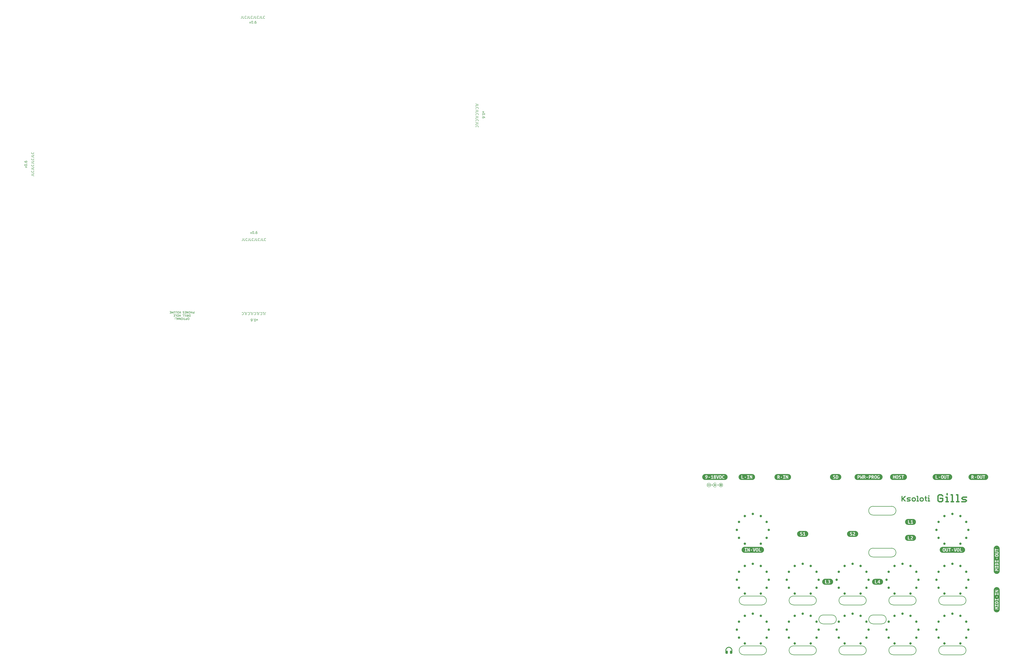
<source format=gbr>
%TF.GenerationSoftware,KiCad,Pcbnew,9.0.6-9.0.6~ubuntu24.04.1*%
%TF.CreationDate,2025-11-16T17:23:56+08:00*%
%TF.ProjectId,ksoloti_gills_panel,6b736f6c-6f74-4695-9f67-696c6c735f70,v0.6*%
%TF.SameCoordinates,Original*%
%TF.FileFunction,Legend,Top*%
%TF.FilePolarity,Positive*%
%FSLAX46Y46*%
G04 Gerber Fmt 4.6, Leading zero omitted, Abs format (unit mm)*
G04 Created by KiCad (PCBNEW 9.0.6-9.0.6~ubuntu24.04.1) date 2025-11-16 17:23:56*
%MOMM*%
%LPD*%
G01*
G04 APERTURE LIST*
%ADD10C,0.200000*%
%ADD11C,0.150000*%
%ADD12C,0.500000*%
%ADD13C,0.700000*%
%ADD14C,0.600000*%
%ADD15C,0.250000*%
%ADD16C,0.000000*%
%ADD17C,0.300000*%
%ADD18C,3.750000*%
%ADD19C,2.000000*%
%ADD20C,5.000000*%
%ADD21C,13.000000*%
%ADD22C,7.200000*%
%ADD23C,18.000000*%
%ADD24C,7.500000*%
%ADD25C,8.000000*%
%ADD26C,1.700000*%
G04 APERTURE END LIST*
D10*
X-61457458Y177699141D02*
X-60600315Y177699141D01*
X-60600315Y177699141D02*
X-60428886Y177641998D01*
X-60428886Y177641998D02*
X-60314600Y177527712D01*
X-60314600Y177527712D02*
X-60257458Y177356284D01*
X-60257458Y177356284D02*
X-60257458Y177241998D01*
X-60257458Y178841998D02*
X-60257458Y178270570D01*
X-60257458Y178270570D02*
X-61457458Y178270570D01*
X-60371743Y179927713D02*
X-60314600Y179870570D01*
X-60314600Y179870570D02*
X-60257458Y179699142D01*
X-60257458Y179699142D02*
X-60257458Y179584856D01*
X-60257458Y179584856D02*
X-60314600Y179413427D01*
X-60314600Y179413427D02*
X-60428886Y179299142D01*
X-60428886Y179299142D02*
X-60543172Y179241999D01*
X-60543172Y179241999D02*
X-60771743Y179184856D01*
X-60771743Y179184856D02*
X-60943172Y179184856D01*
X-60943172Y179184856D02*
X-61171743Y179241999D01*
X-61171743Y179241999D02*
X-61286029Y179299142D01*
X-61286029Y179299142D02*
X-61400315Y179413427D01*
X-61400315Y179413427D02*
X-61457458Y179584856D01*
X-61457458Y179584856D02*
X-61457458Y179699142D01*
X-61457458Y179699142D02*
X-61400315Y179870570D01*
X-61400315Y179870570D02*
X-61343172Y179927713D01*
X-61457458Y180784856D02*
X-60600315Y180784856D01*
X-60600315Y180784856D02*
X-60428886Y180727713D01*
X-60428886Y180727713D02*
X-60314600Y180613427D01*
X-60314600Y180613427D02*
X-60257458Y180441999D01*
X-60257458Y180441999D02*
X-60257458Y180327713D01*
X-60257458Y181927713D02*
X-60257458Y181356285D01*
X-60257458Y181356285D02*
X-61457458Y181356285D01*
X-60371743Y183013428D02*
X-60314600Y182956285D01*
X-60314600Y182956285D02*
X-60257458Y182784857D01*
X-60257458Y182784857D02*
X-60257458Y182670571D01*
X-60257458Y182670571D02*
X-60314600Y182499142D01*
X-60314600Y182499142D02*
X-60428886Y182384857D01*
X-60428886Y182384857D02*
X-60543172Y182327714D01*
X-60543172Y182327714D02*
X-60771743Y182270571D01*
X-60771743Y182270571D02*
X-60943172Y182270571D01*
X-60943172Y182270571D02*
X-61171743Y182327714D01*
X-61171743Y182327714D02*
X-61286029Y182384857D01*
X-61286029Y182384857D02*
X-61400315Y182499142D01*
X-61400315Y182499142D02*
X-61457458Y182670571D01*
X-61457458Y182670571D02*
X-61457458Y182784857D01*
X-61457458Y182784857D02*
X-61400315Y182956285D01*
X-61400315Y182956285D02*
X-61343172Y183013428D01*
X-61457458Y183870571D02*
X-60600315Y183870571D01*
X-60600315Y183870571D02*
X-60428886Y183813428D01*
X-60428886Y183813428D02*
X-60314600Y183699142D01*
X-60314600Y183699142D02*
X-60257458Y183527714D01*
X-60257458Y183527714D02*
X-60257458Y183413428D01*
X-60257458Y185013428D02*
X-60257458Y184442000D01*
X-60257458Y184442000D02*
X-61457458Y184442000D01*
X-60371743Y186099143D02*
X-60314600Y186042000D01*
X-60314600Y186042000D02*
X-60257458Y185870572D01*
X-60257458Y185870572D02*
X-60257458Y185756286D01*
X-60257458Y185756286D02*
X-60314600Y185584857D01*
X-60314600Y185584857D02*
X-60428886Y185470572D01*
X-60428886Y185470572D02*
X-60543172Y185413429D01*
X-60543172Y185413429D02*
X-60771743Y185356286D01*
X-60771743Y185356286D02*
X-60943172Y185356286D01*
X-60943172Y185356286D02*
X-61171743Y185413429D01*
X-61171743Y185413429D02*
X-61286029Y185470572D01*
X-61286029Y185470572D02*
X-61400315Y185584857D01*
X-61400315Y185584857D02*
X-61457458Y185756286D01*
X-61457458Y185756286D02*
X-61457458Y185870572D01*
X-61457458Y185870572D02*
X-61400315Y186042000D01*
X-61400315Y186042000D02*
X-61343172Y186099143D01*
X-61457458Y186956286D02*
X-60600315Y186956286D01*
X-60600315Y186956286D02*
X-60428886Y186899143D01*
X-60428886Y186899143D02*
X-60314600Y186784857D01*
X-60314600Y186784857D02*
X-60257458Y186613429D01*
X-60257458Y186613429D02*
X-60257458Y186499143D01*
X-60257458Y188099143D02*
X-60257458Y187527715D01*
X-60257458Y187527715D02*
X-61457458Y187527715D01*
X-60371743Y189184858D02*
X-60314600Y189127715D01*
X-60314600Y189127715D02*
X-60257458Y188956287D01*
X-60257458Y188956287D02*
X-60257458Y188842001D01*
X-60257458Y188842001D02*
X-60314600Y188670572D01*
X-60314600Y188670572D02*
X-60428886Y188556287D01*
X-60428886Y188556287D02*
X-60543172Y188499144D01*
X-60543172Y188499144D02*
X-60771743Y188442001D01*
X-60771743Y188442001D02*
X-60943172Y188442001D01*
X-60943172Y188442001D02*
X-61171743Y188499144D01*
X-61171743Y188499144D02*
X-61286029Y188556287D01*
X-61286029Y188556287D02*
X-61400315Y188670572D01*
X-61400315Y188670572D02*
X-61457458Y188842001D01*
X-61457458Y188842001D02*
X-61457458Y188956287D01*
X-61457458Y188956287D02*
X-61400315Y189127715D01*
X-61400315Y189127715D02*
X-61343172Y189184858D01*
X47823714Y254603257D02*
X48109428Y253803257D01*
X48109428Y253803257D02*
X48395143Y254603257D01*
X49080857Y255003257D02*
X49195143Y255003257D01*
X49195143Y255003257D02*
X49309429Y254946114D01*
X49309429Y254946114D02*
X49366572Y254888971D01*
X49366572Y254888971D02*
X49423714Y254774685D01*
X49423714Y254774685D02*
X49480857Y254546114D01*
X49480857Y254546114D02*
X49480857Y254260400D01*
X49480857Y254260400D02*
X49423714Y254031828D01*
X49423714Y254031828D02*
X49366572Y253917542D01*
X49366572Y253917542D02*
X49309429Y253860400D01*
X49309429Y253860400D02*
X49195143Y253803257D01*
X49195143Y253803257D02*
X49080857Y253803257D01*
X49080857Y253803257D02*
X48966572Y253860400D01*
X48966572Y253860400D02*
X48909429Y253917542D01*
X48909429Y253917542D02*
X48852286Y254031828D01*
X48852286Y254031828D02*
X48795143Y254260400D01*
X48795143Y254260400D02*
X48795143Y254546114D01*
X48795143Y254546114D02*
X48852286Y254774685D01*
X48852286Y254774685D02*
X48909429Y254888971D01*
X48909429Y254888971D02*
X48966572Y254946114D01*
X48966572Y254946114D02*
X49080857Y255003257D01*
X49995143Y253917542D02*
X50052286Y253860400D01*
X50052286Y253860400D02*
X49995143Y253803257D01*
X49995143Y253803257D02*
X49938000Y253860400D01*
X49938000Y253860400D02*
X49995143Y253917542D01*
X49995143Y253917542D02*
X49995143Y253803257D01*
X51080858Y255003257D02*
X50852286Y255003257D01*
X50852286Y255003257D02*
X50738000Y254946114D01*
X50738000Y254946114D02*
X50680858Y254888971D01*
X50680858Y254888971D02*
X50566572Y254717542D01*
X50566572Y254717542D02*
X50509429Y254488971D01*
X50509429Y254488971D02*
X50509429Y254031828D01*
X50509429Y254031828D02*
X50566572Y253917542D01*
X50566572Y253917542D02*
X50623715Y253860400D01*
X50623715Y253860400D02*
X50738000Y253803257D01*
X50738000Y253803257D02*
X50966572Y253803257D01*
X50966572Y253803257D02*
X51080858Y253860400D01*
X51080858Y253860400D02*
X51138000Y253917542D01*
X51138000Y253917542D02*
X51195143Y254031828D01*
X51195143Y254031828D02*
X51195143Y254317542D01*
X51195143Y254317542D02*
X51138000Y254431828D01*
X51138000Y254431828D02*
X51080858Y254488971D01*
X51080858Y254488971D02*
X50966572Y254546114D01*
X50966572Y254546114D02*
X50738000Y254546114D01*
X50738000Y254546114D02*
X50623715Y254488971D01*
X50623715Y254488971D02*
X50566572Y254431828D01*
X50566572Y254431828D02*
X50509429Y254317542D01*
X44454941Y146097257D02*
X44454941Y145240114D01*
X44454941Y145240114D02*
X44397798Y145068685D01*
X44397798Y145068685D02*
X44283512Y144954400D01*
X44283512Y144954400D02*
X44112084Y144897257D01*
X44112084Y144897257D02*
X43997798Y144897257D01*
X45597798Y144897257D02*
X45026370Y144897257D01*
X45026370Y144897257D02*
X45026370Y146097257D01*
X46683513Y145011542D02*
X46626370Y144954400D01*
X46626370Y144954400D02*
X46454942Y144897257D01*
X46454942Y144897257D02*
X46340656Y144897257D01*
X46340656Y144897257D02*
X46169227Y144954400D01*
X46169227Y144954400D02*
X46054942Y145068685D01*
X46054942Y145068685D02*
X45997799Y145182971D01*
X45997799Y145182971D02*
X45940656Y145411542D01*
X45940656Y145411542D02*
X45940656Y145582971D01*
X45940656Y145582971D02*
X45997799Y145811542D01*
X45997799Y145811542D02*
X46054942Y145925828D01*
X46054942Y145925828D02*
X46169227Y146040114D01*
X46169227Y146040114D02*
X46340656Y146097257D01*
X46340656Y146097257D02*
X46454942Y146097257D01*
X46454942Y146097257D02*
X46626370Y146040114D01*
X46626370Y146040114D02*
X46683513Y145982971D01*
X47540656Y146097257D02*
X47540656Y145240114D01*
X47540656Y145240114D02*
X47483513Y145068685D01*
X47483513Y145068685D02*
X47369227Y144954400D01*
X47369227Y144954400D02*
X47197799Y144897257D01*
X47197799Y144897257D02*
X47083513Y144897257D01*
X48683513Y144897257D02*
X48112085Y144897257D01*
X48112085Y144897257D02*
X48112085Y146097257D01*
X49769228Y145011542D02*
X49712085Y144954400D01*
X49712085Y144954400D02*
X49540657Y144897257D01*
X49540657Y144897257D02*
X49426371Y144897257D01*
X49426371Y144897257D02*
X49254942Y144954400D01*
X49254942Y144954400D02*
X49140657Y145068685D01*
X49140657Y145068685D02*
X49083514Y145182971D01*
X49083514Y145182971D02*
X49026371Y145411542D01*
X49026371Y145411542D02*
X49026371Y145582971D01*
X49026371Y145582971D02*
X49083514Y145811542D01*
X49083514Y145811542D02*
X49140657Y145925828D01*
X49140657Y145925828D02*
X49254942Y146040114D01*
X49254942Y146040114D02*
X49426371Y146097257D01*
X49426371Y146097257D02*
X49540657Y146097257D01*
X49540657Y146097257D02*
X49712085Y146040114D01*
X49712085Y146040114D02*
X49769228Y145982971D01*
X50626371Y146097257D02*
X50626371Y145240114D01*
X50626371Y145240114D02*
X50569228Y145068685D01*
X50569228Y145068685D02*
X50454942Y144954400D01*
X50454942Y144954400D02*
X50283514Y144897257D01*
X50283514Y144897257D02*
X50169228Y144897257D01*
X51769228Y144897257D02*
X51197800Y144897257D01*
X51197800Y144897257D02*
X51197800Y146097257D01*
X52854943Y145011542D02*
X52797800Y144954400D01*
X52797800Y144954400D02*
X52626372Y144897257D01*
X52626372Y144897257D02*
X52512086Y144897257D01*
X52512086Y144897257D02*
X52340657Y144954400D01*
X52340657Y144954400D02*
X52226372Y145068685D01*
X52226372Y145068685D02*
X52169229Y145182971D01*
X52169229Y145182971D02*
X52112086Y145411542D01*
X52112086Y145411542D02*
X52112086Y145582971D01*
X52112086Y145582971D02*
X52169229Y145811542D01*
X52169229Y145811542D02*
X52226372Y145925828D01*
X52226372Y145925828D02*
X52340657Y146040114D01*
X52340657Y146040114D02*
X52512086Y146097257D01*
X52512086Y146097257D02*
X52626372Y146097257D01*
X52626372Y146097257D02*
X52797800Y146040114D01*
X52797800Y146040114D02*
X52854943Y145982971D01*
X53712086Y146097257D02*
X53712086Y145240114D01*
X53712086Y145240114D02*
X53654943Y145068685D01*
X53654943Y145068685D02*
X53540657Y144954400D01*
X53540657Y144954400D02*
X53369229Y144897257D01*
X53369229Y144897257D02*
X53254943Y144897257D01*
X54854943Y144897257D02*
X54283515Y144897257D01*
X54283515Y144897257D02*
X54283515Y146097257D01*
X55940658Y145011542D02*
X55883515Y144954400D01*
X55883515Y144954400D02*
X55712087Y144897257D01*
X55712087Y144897257D02*
X55597801Y144897257D01*
X55597801Y144897257D02*
X55426372Y144954400D01*
X55426372Y144954400D02*
X55312087Y145068685D01*
X55312087Y145068685D02*
X55254944Y145182971D01*
X55254944Y145182971D02*
X55197801Y145411542D01*
X55197801Y145411542D02*
X55197801Y145582971D01*
X55197801Y145582971D02*
X55254944Y145811542D01*
X55254944Y145811542D02*
X55312087Y145925828D01*
X55312087Y145925828D02*
X55426372Y146040114D01*
X55426372Y146040114D02*
X55597801Y146097257D01*
X55597801Y146097257D02*
X55712087Y146097257D01*
X55712087Y146097257D02*
X55883515Y146040114D01*
X55883515Y146040114D02*
X55940658Y145982971D01*
X51879285Y104933742D02*
X51593571Y105733742D01*
X51593571Y105733742D02*
X51307856Y104933742D01*
X50622142Y104533742D02*
X50507856Y104533742D01*
X50507856Y104533742D02*
X50393570Y104590885D01*
X50393570Y104590885D02*
X50336428Y104648028D01*
X50336428Y104648028D02*
X50279285Y104762314D01*
X50279285Y104762314D02*
X50222142Y104990885D01*
X50222142Y104990885D02*
X50222142Y105276600D01*
X50222142Y105276600D02*
X50279285Y105505171D01*
X50279285Y105505171D02*
X50336428Y105619457D01*
X50336428Y105619457D02*
X50393570Y105676600D01*
X50393570Y105676600D02*
X50507856Y105733742D01*
X50507856Y105733742D02*
X50622142Y105733742D01*
X50622142Y105733742D02*
X50736428Y105676600D01*
X50736428Y105676600D02*
X50793570Y105619457D01*
X50793570Y105619457D02*
X50850713Y105505171D01*
X50850713Y105505171D02*
X50907856Y105276600D01*
X50907856Y105276600D02*
X50907856Y104990885D01*
X50907856Y104990885D02*
X50850713Y104762314D01*
X50850713Y104762314D02*
X50793570Y104648028D01*
X50793570Y104648028D02*
X50736428Y104590885D01*
X50736428Y104590885D02*
X50622142Y104533742D01*
X49707856Y105619457D02*
X49650713Y105676600D01*
X49650713Y105676600D02*
X49707856Y105733742D01*
X49707856Y105733742D02*
X49764999Y105676600D01*
X49764999Y105676600D02*
X49707856Y105619457D01*
X49707856Y105619457D02*
X49707856Y105733742D01*
X48622142Y104533742D02*
X48850713Y104533742D01*
X48850713Y104533742D02*
X48964999Y104590885D01*
X48964999Y104590885D02*
X49022142Y104648028D01*
X49022142Y104648028D02*
X49136427Y104819457D01*
X49136427Y104819457D02*
X49193570Y105048028D01*
X49193570Y105048028D02*
X49193570Y105505171D01*
X49193570Y105505171D02*
X49136427Y105619457D01*
X49136427Y105619457D02*
X49079284Y105676600D01*
X49079284Y105676600D02*
X48964999Y105733742D01*
X48964999Y105733742D02*
X48736427Y105733742D01*
X48736427Y105733742D02*
X48622142Y105676600D01*
X48622142Y105676600D02*
X48564999Y105619457D01*
X48564999Y105619457D02*
X48507856Y105505171D01*
X48507856Y105505171D02*
X48507856Y105219457D01*
X48507856Y105219457D02*
X48564999Y105105171D01*
X48564999Y105105171D02*
X48622142Y105048028D01*
X48622142Y105048028D02*
X48736427Y104990885D01*
X48736427Y104990885D02*
X48964999Y104990885D01*
X48964999Y104990885D02*
X49079284Y105048028D01*
X49079284Y105048028D02*
X49136427Y105105171D01*
X49136427Y105105171D02*
X49193570Y105219457D01*
X48297714Y149226257D02*
X48583428Y148426257D01*
X48583428Y148426257D02*
X48869143Y149226257D01*
X49554857Y149626257D02*
X49669143Y149626257D01*
X49669143Y149626257D02*
X49783429Y149569114D01*
X49783429Y149569114D02*
X49840572Y149511971D01*
X49840572Y149511971D02*
X49897714Y149397685D01*
X49897714Y149397685D02*
X49954857Y149169114D01*
X49954857Y149169114D02*
X49954857Y148883400D01*
X49954857Y148883400D02*
X49897714Y148654828D01*
X49897714Y148654828D02*
X49840572Y148540542D01*
X49840572Y148540542D02*
X49783429Y148483400D01*
X49783429Y148483400D02*
X49669143Y148426257D01*
X49669143Y148426257D02*
X49554857Y148426257D01*
X49554857Y148426257D02*
X49440572Y148483400D01*
X49440572Y148483400D02*
X49383429Y148540542D01*
X49383429Y148540542D02*
X49326286Y148654828D01*
X49326286Y148654828D02*
X49269143Y148883400D01*
X49269143Y148883400D02*
X49269143Y149169114D01*
X49269143Y149169114D02*
X49326286Y149397685D01*
X49326286Y149397685D02*
X49383429Y149511971D01*
X49383429Y149511971D02*
X49440572Y149569114D01*
X49440572Y149569114D02*
X49554857Y149626257D01*
X50469143Y148540542D02*
X50526286Y148483400D01*
X50526286Y148483400D02*
X50469143Y148426257D01*
X50469143Y148426257D02*
X50412000Y148483400D01*
X50412000Y148483400D02*
X50469143Y148540542D01*
X50469143Y148540542D02*
X50469143Y148426257D01*
X51554858Y149626257D02*
X51326286Y149626257D01*
X51326286Y149626257D02*
X51212000Y149569114D01*
X51212000Y149569114D02*
X51154858Y149511971D01*
X51154858Y149511971D02*
X51040572Y149340542D01*
X51040572Y149340542D02*
X50983429Y149111971D01*
X50983429Y149111971D02*
X50983429Y148654828D01*
X50983429Y148654828D02*
X51040572Y148540542D01*
X51040572Y148540542D02*
X51097715Y148483400D01*
X51097715Y148483400D02*
X51212000Y148426257D01*
X51212000Y148426257D02*
X51440572Y148426257D01*
X51440572Y148426257D02*
X51554858Y148483400D01*
X51554858Y148483400D02*
X51612000Y148540542D01*
X51612000Y148540542D02*
X51669143Y148654828D01*
X51669143Y148654828D02*
X51669143Y148940542D01*
X51669143Y148940542D02*
X51612000Y149054828D01*
X51612000Y149054828D02*
X51554858Y149111971D01*
X51554858Y149111971D02*
X51440572Y149169114D01*
X51440572Y149169114D02*
X51212000Y149169114D01*
X51212000Y149169114D02*
X51097715Y149111971D01*
X51097715Y149111971D02*
X51040572Y149054828D01*
X51040572Y149054828D02*
X50983429Y148940542D01*
X165322257Y209740285D02*
X164522257Y209454571D01*
X164522257Y209454571D02*
X165322257Y209168856D01*
X165722257Y208483142D02*
X165722257Y208368856D01*
X165722257Y208368856D02*
X165665114Y208254570D01*
X165665114Y208254570D02*
X165607971Y208197428D01*
X165607971Y208197428D02*
X165493685Y208140285D01*
X165493685Y208140285D02*
X165265114Y208083142D01*
X165265114Y208083142D02*
X164979400Y208083142D01*
X164979400Y208083142D02*
X164750828Y208140285D01*
X164750828Y208140285D02*
X164636542Y208197428D01*
X164636542Y208197428D02*
X164579400Y208254570D01*
X164579400Y208254570D02*
X164522257Y208368856D01*
X164522257Y208368856D02*
X164522257Y208483142D01*
X164522257Y208483142D02*
X164579400Y208597428D01*
X164579400Y208597428D02*
X164636542Y208654570D01*
X164636542Y208654570D02*
X164750828Y208711713D01*
X164750828Y208711713D02*
X164979400Y208768856D01*
X164979400Y208768856D02*
X165265114Y208768856D01*
X165265114Y208768856D02*
X165493685Y208711713D01*
X165493685Y208711713D02*
X165607971Y208654570D01*
X165607971Y208654570D02*
X165665114Y208597428D01*
X165665114Y208597428D02*
X165722257Y208483142D01*
X164636542Y207568856D02*
X164579400Y207511713D01*
X164579400Y207511713D02*
X164522257Y207568856D01*
X164522257Y207568856D02*
X164579400Y207625999D01*
X164579400Y207625999D02*
X164636542Y207568856D01*
X164636542Y207568856D02*
X164522257Y207568856D01*
X165722257Y206483142D02*
X165722257Y206711713D01*
X165722257Y206711713D02*
X165665114Y206825999D01*
X165665114Y206825999D02*
X165607971Y206883142D01*
X165607971Y206883142D02*
X165436542Y206997427D01*
X165436542Y206997427D02*
X165207971Y207054570D01*
X165207971Y207054570D02*
X164750828Y207054570D01*
X164750828Y207054570D02*
X164636542Y206997427D01*
X164636542Y206997427D02*
X164579400Y206940284D01*
X164579400Y206940284D02*
X164522257Y206825999D01*
X164522257Y206825999D02*
X164522257Y206597427D01*
X164522257Y206597427D02*
X164579400Y206483142D01*
X164579400Y206483142D02*
X164636542Y206425999D01*
X164636542Y206425999D02*
X164750828Y206368856D01*
X164750828Y206368856D02*
X165036542Y206368856D01*
X165036542Y206368856D02*
X165150828Y206425999D01*
X165150828Y206425999D02*
X165207971Y206483142D01*
X165207971Y206483142D02*
X165265114Y206597427D01*
X165265114Y206597427D02*
X165265114Y206825999D01*
X165265114Y206825999D02*
X165207971Y206940284D01*
X165207971Y206940284D02*
X165150828Y206997427D01*
X165150828Y206997427D02*
X165036542Y207054570D01*
X-64484258Y181546714D02*
X-63684258Y181832428D01*
X-63684258Y181832428D02*
X-64484258Y182118143D01*
X-64884258Y182803857D02*
X-64884258Y182918143D01*
X-64884258Y182918143D02*
X-64827115Y183032429D01*
X-64827115Y183032429D02*
X-64769972Y183089572D01*
X-64769972Y183089572D02*
X-64655686Y183146714D01*
X-64655686Y183146714D02*
X-64427115Y183203857D01*
X-64427115Y183203857D02*
X-64141400Y183203857D01*
X-64141400Y183203857D02*
X-63912829Y183146714D01*
X-63912829Y183146714D02*
X-63798543Y183089572D01*
X-63798543Y183089572D02*
X-63741400Y183032429D01*
X-63741400Y183032429D02*
X-63684258Y182918143D01*
X-63684258Y182918143D02*
X-63684258Y182803857D01*
X-63684258Y182803857D02*
X-63741400Y182689572D01*
X-63741400Y182689572D02*
X-63798543Y182632429D01*
X-63798543Y182632429D02*
X-63912829Y182575286D01*
X-63912829Y182575286D02*
X-64141400Y182518143D01*
X-64141400Y182518143D02*
X-64427115Y182518143D01*
X-64427115Y182518143D02*
X-64655686Y182575286D01*
X-64655686Y182575286D02*
X-64769972Y182632429D01*
X-64769972Y182632429D02*
X-64827115Y182689572D01*
X-64827115Y182689572D02*
X-64884258Y182803857D01*
X-63798543Y183718143D02*
X-63741400Y183775286D01*
X-63741400Y183775286D02*
X-63684258Y183718143D01*
X-63684258Y183718143D02*
X-63741400Y183661000D01*
X-63741400Y183661000D02*
X-63798543Y183718143D01*
X-63798543Y183718143D02*
X-63684258Y183718143D01*
X-64884258Y184803858D02*
X-64884258Y184575286D01*
X-64884258Y184575286D02*
X-64827115Y184461000D01*
X-64827115Y184461000D02*
X-64769972Y184403858D01*
X-64769972Y184403858D02*
X-64598543Y184289572D01*
X-64598543Y184289572D02*
X-64369972Y184232429D01*
X-64369972Y184232429D02*
X-63912829Y184232429D01*
X-63912829Y184232429D02*
X-63798543Y184289572D01*
X-63798543Y184289572D02*
X-63741400Y184346715D01*
X-63741400Y184346715D02*
X-63684258Y184461000D01*
X-63684258Y184461000D02*
X-63684258Y184689572D01*
X-63684258Y184689572D02*
X-63741400Y184803858D01*
X-63741400Y184803858D02*
X-63798543Y184861000D01*
X-63798543Y184861000D02*
X-63912829Y184918143D01*
X-63912829Y184918143D02*
X-64198543Y184918143D01*
X-64198543Y184918143D02*
X-64312829Y184861000D01*
X-64312829Y184861000D02*
X-64369972Y184803858D01*
X-64369972Y184803858D02*
X-64427115Y184689572D01*
X-64427115Y184689572D02*
X-64427115Y184461000D01*
X-64427115Y184461000D02*
X-64369972Y184346715D01*
X-64369972Y184346715D02*
X-64312829Y184289572D01*
X-64312829Y184289572D02*
X-64198543Y184232429D01*
X55540658Y107786742D02*
X55540658Y108643885D01*
X55540658Y108643885D02*
X55597801Y108815314D01*
X55597801Y108815314D02*
X55712087Y108929600D01*
X55712087Y108929600D02*
X55883515Y108986742D01*
X55883515Y108986742D02*
X55997801Y108986742D01*
X54397801Y108986742D02*
X54969229Y108986742D01*
X54969229Y108986742D02*
X54969229Y107786742D01*
X53312086Y108872457D02*
X53369229Y108929600D01*
X53369229Y108929600D02*
X53540657Y108986742D01*
X53540657Y108986742D02*
X53654943Y108986742D01*
X53654943Y108986742D02*
X53826372Y108929600D01*
X53826372Y108929600D02*
X53940657Y108815314D01*
X53940657Y108815314D02*
X53997800Y108701028D01*
X53997800Y108701028D02*
X54054943Y108472457D01*
X54054943Y108472457D02*
X54054943Y108301028D01*
X54054943Y108301028D02*
X53997800Y108072457D01*
X53997800Y108072457D02*
X53940657Y107958171D01*
X53940657Y107958171D02*
X53826372Y107843885D01*
X53826372Y107843885D02*
X53654943Y107786742D01*
X53654943Y107786742D02*
X53540657Y107786742D01*
X53540657Y107786742D02*
X53369229Y107843885D01*
X53369229Y107843885D02*
X53312086Y107901028D01*
X52454943Y107786742D02*
X52454943Y108643885D01*
X52454943Y108643885D02*
X52512086Y108815314D01*
X52512086Y108815314D02*
X52626372Y108929600D01*
X52626372Y108929600D02*
X52797800Y108986742D01*
X52797800Y108986742D02*
X52912086Y108986742D01*
X51312086Y108986742D02*
X51883514Y108986742D01*
X51883514Y108986742D02*
X51883514Y107786742D01*
X50226371Y108872457D02*
X50283514Y108929600D01*
X50283514Y108929600D02*
X50454942Y108986742D01*
X50454942Y108986742D02*
X50569228Y108986742D01*
X50569228Y108986742D02*
X50740657Y108929600D01*
X50740657Y108929600D02*
X50854942Y108815314D01*
X50854942Y108815314D02*
X50912085Y108701028D01*
X50912085Y108701028D02*
X50969228Y108472457D01*
X50969228Y108472457D02*
X50969228Y108301028D01*
X50969228Y108301028D02*
X50912085Y108072457D01*
X50912085Y108072457D02*
X50854942Y107958171D01*
X50854942Y107958171D02*
X50740657Y107843885D01*
X50740657Y107843885D02*
X50569228Y107786742D01*
X50569228Y107786742D02*
X50454942Y107786742D01*
X50454942Y107786742D02*
X50283514Y107843885D01*
X50283514Y107843885D02*
X50226371Y107901028D01*
X49369228Y107786742D02*
X49369228Y108643885D01*
X49369228Y108643885D02*
X49426371Y108815314D01*
X49426371Y108815314D02*
X49540657Y108929600D01*
X49540657Y108929600D02*
X49712085Y108986742D01*
X49712085Y108986742D02*
X49826371Y108986742D01*
X48226371Y108986742D02*
X48797799Y108986742D01*
X48797799Y108986742D02*
X48797799Y107786742D01*
X47140656Y108872457D02*
X47197799Y108929600D01*
X47197799Y108929600D02*
X47369227Y108986742D01*
X47369227Y108986742D02*
X47483513Y108986742D01*
X47483513Y108986742D02*
X47654942Y108929600D01*
X47654942Y108929600D02*
X47769227Y108815314D01*
X47769227Y108815314D02*
X47826370Y108701028D01*
X47826370Y108701028D02*
X47883513Y108472457D01*
X47883513Y108472457D02*
X47883513Y108301028D01*
X47883513Y108301028D02*
X47826370Y108072457D01*
X47826370Y108072457D02*
X47769227Y107958171D01*
X47769227Y107958171D02*
X47654942Y107843885D01*
X47654942Y107843885D02*
X47483513Y107786742D01*
X47483513Y107786742D02*
X47369227Y107786742D01*
X47369227Y107786742D02*
X47197799Y107843885D01*
X47197799Y107843885D02*
X47140656Y107901028D01*
X46283513Y107786742D02*
X46283513Y108643885D01*
X46283513Y108643885D02*
X46340656Y108815314D01*
X46340656Y108815314D02*
X46454942Y108929600D01*
X46454942Y108929600D02*
X46626370Y108986742D01*
X46626370Y108986742D02*
X46740656Y108986742D01*
X45140656Y108986742D02*
X45712084Y108986742D01*
X45712084Y108986742D02*
X45712084Y107786742D01*
X44054941Y108872457D02*
X44112084Y108929600D01*
X44112084Y108929600D02*
X44283512Y108986742D01*
X44283512Y108986742D02*
X44397798Y108986742D01*
X44397798Y108986742D02*
X44569227Y108929600D01*
X44569227Y108929600D02*
X44683512Y108815314D01*
X44683512Y108815314D02*
X44740655Y108701028D01*
X44740655Y108701028D02*
X44797798Y108472457D01*
X44797798Y108472457D02*
X44797798Y108301028D01*
X44797798Y108301028D02*
X44740655Y108072457D01*
X44740655Y108072457D02*
X44683512Y107958171D01*
X44683512Y107958171D02*
X44569227Y107843885D01*
X44569227Y107843885D02*
X44397798Y107786742D01*
X44397798Y107786742D02*
X44283512Y107786742D01*
X44283512Y107786742D02*
X44112084Y107843885D01*
X44112084Y107843885D02*
X44054941Y107901028D01*
D11*
X17331132Y105286875D02*
X17140656Y105286875D01*
X17140656Y105286875D02*
X17045418Y105334494D01*
X17045418Y105334494D02*
X16950180Y105429732D01*
X16950180Y105429732D02*
X16902561Y105620208D01*
X16902561Y105620208D02*
X16902561Y105953541D01*
X16902561Y105953541D02*
X16950180Y106144017D01*
X16950180Y106144017D02*
X17045418Y106239256D01*
X17045418Y106239256D02*
X17140656Y106286875D01*
X17140656Y106286875D02*
X17331132Y106286875D01*
X17331132Y106286875D02*
X17426370Y106239256D01*
X17426370Y106239256D02*
X17521608Y106144017D01*
X17521608Y106144017D02*
X17569227Y105953541D01*
X17569227Y105953541D02*
X17569227Y105620208D01*
X17569227Y105620208D02*
X17521608Y105429732D01*
X17521608Y105429732D02*
X17426370Y105334494D01*
X17426370Y105334494D02*
X17331132Y105286875D01*
X16473989Y106286875D02*
X16473989Y105286875D01*
X16473989Y105286875D02*
X16093037Y105286875D01*
X16093037Y105286875D02*
X15997799Y105334494D01*
X15997799Y105334494D02*
X15950180Y105382113D01*
X15950180Y105382113D02*
X15902561Y105477351D01*
X15902561Y105477351D02*
X15902561Y105620208D01*
X15902561Y105620208D02*
X15950180Y105715446D01*
X15950180Y105715446D02*
X15997799Y105763065D01*
X15997799Y105763065D02*
X16093037Y105810684D01*
X16093037Y105810684D02*
X16473989Y105810684D01*
X15616846Y105286875D02*
X15045418Y105286875D01*
X15331132Y106286875D02*
X15331132Y105286875D01*
X14712084Y106286875D02*
X14712084Y105286875D01*
X14045418Y105286875D02*
X13854942Y105286875D01*
X13854942Y105286875D02*
X13759704Y105334494D01*
X13759704Y105334494D02*
X13664466Y105429732D01*
X13664466Y105429732D02*
X13616847Y105620208D01*
X13616847Y105620208D02*
X13616847Y105953541D01*
X13616847Y105953541D02*
X13664466Y106144017D01*
X13664466Y106144017D02*
X13759704Y106239256D01*
X13759704Y106239256D02*
X13854942Y106286875D01*
X13854942Y106286875D02*
X14045418Y106286875D01*
X14045418Y106286875D02*
X14140656Y106239256D01*
X14140656Y106239256D02*
X14235894Y106144017D01*
X14235894Y106144017D02*
X14283513Y105953541D01*
X14283513Y105953541D02*
X14283513Y105620208D01*
X14283513Y105620208D02*
X14235894Y105429732D01*
X14235894Y105429732D02*
X14140656Y105334494D01*
X14140656Y105334494D02*
X14045418Y105286875D01*
X13188275Y106286875D02*
X13188275Y105286875D01*
X13188275Y105286875D02*
X12616847Y106286875D01*
X12616847Y106286875D02*
X12616847Y105286875D01*
X12188275Y106001160D02*
X11712085Y106001160D01*
X12283513Y106286875D02*
X11950180Y105286875D01*
X11950180Y105286875D02*
X11616847Y106286875D01*
X10807323Y106286875D02*
X11283513Y106286875D01*
X11283513Y106286875D02*
X11283513Y105286875D01*
X10473989Y106191636D02*
X10426370Y106239256D01*
X10426370Y106239256D02*
X10473989Y106286875D01*
X10473989Y106286875D02*
X10521608Y106239256D01*
X10521608Y106239256D02*
X10473989Y106191636D01*
X10473989Y106191636D02*
X10473989Y106286875D01*
X10473989Y105667827D02*
X10426370Y105715446D01*
X10426370Y105715446D02*
X10473989Y105763065D01*
X10473989Y105763065D02*
X10521608Y105715446D01*
X10521608Y105715446D02*
X10473989Y105667827D01*
X10473989Y105667827D02*
X10473989Y105763065D01*
X18093037Y107896819D02*
X18093037Y106896819D01*
X18093037Y106896819D02*
X17854942Y106896819D01*
X17854942Y106896819D02*
X17712085Y106944438D01*
X17712085Y106944438D02*
X17616847Y107039676D01*
X17616847Y107039676D02*
X17569228Y107134914D01*
X17569228Y107134914D02*
X17521609Y107325390D01*
X17521609Y107325390D02*
X17521609Y107468247D01*
X17521609Y107468247D02*
X17569228Y107658723D01*
X17569228Y107658723D02*
X17616847Y107753961D01*
X17616847Y107753961D02*
X17712085Y107849200D01*
X17712085Y107849200D02*
X17854942Y107896819D01*
X17854942Y107896819D02*
X18093037Y107896819D01*
X16521609Y107896819D02*
X16854942Y107420628D01*
X17093037Y107896819D02*
X17093037Y106896819D01*
X17093037Y106896819D02*
X16712085Y106896819D01*
X16712085Y106896819D02*
X16616847Y106944438D01*
X16616847Y106944438D02*
X16569228Y106992057D01*
X16569228Y106992057D02*
X16521609Y107087295D01*
X16521609Y107087295D02*
X16521609Y107230152D01*
X16521609Y107230152D02*
X16569228Y107325390D01*
X16569228Y107325390D02*
X16616847Y107373009D01*
X16616847Y107373009D02*
X16712085Y107420628D01*
X16712085Y107420628D02*
X17093037Y107420628D01*
X16093037Y107896819D02*
X16093037Y106896819D01*
X15140657Y107896819D02*
X15616847Y107896819D01*
X15616847Y107896819D02*
X15616847Y106896819D01*
X14331133Y107896819D02*
X14807323Y107896819D01*
X14807323Y107896819D02*
X14807323Y106896819D01*
X13235894Y107896819D02*
X13235894Y106896819D01*
X13235894Y107373009D02*
X12664466Y107373009D01*
X12664466Y107896819D02*
X12664466Y106896819D01*
X11997799Y106896819D02*
X11807323Y106896819D01*
X11807323Y106896819D02*
X11712085Y106944438D01*
X11712085Y106944438D02*
X11616847Y107039676D01*
X11616847Y107039676D02*
X11569228Y107230152D01*
X11569228Y107230152D02*
X11569228Y107563485D01*
X11569228Y107563485D02*
X11616847Y107753961D01*
X11616847Y107753961D02*
X11712085Y107849200D01*
X11712085Y107849200D02*
X11807323Y107896819D01*
X11807323Y107896819D02*
X11997799Y107896819D01*
X11997799Y107896819D02*
X12093037Y107849200D01*
X12093037Y107849200D02*
X12188275Y107753961D01*
X12188275Y107753961D02*
X12235894Y107563485D01*
X12235894Y107563485D02*
X12235894Y107230152D01*
X12235894Y107230152D02*
X12188275Y107039676D01*
X12188275Y107039676D02*
X12093037Y106944438D01*
X12093037Y106944438D02*
X11997799Y106896819D01*
X10664466Y107896819D02*
X11140656Y107896819D01*
X11140656Y107896819D02*
X11140656Y106896819D01*
X10331132Y107373009D02*
X9997799Y107373009D01*
X9854942Y107896819D02*
X10331132Y107896819D01*
X10331132Y107896819D02*
X10331132Y106896819D01*
X10331132Y106896819D02*
X9854942Y106896819D01*
X20045418Y109506763D02*
X20045418Y108506763D01*
X20045418Y108506763D02*
X19664466Y108506763D01*
X19664466Y108506763D02*
X19569228Y108554382D01*
X19569228Y108554382D02*
X19521609Y108602001D01*
X19521609Y108602001D02*
X19473990Y108697239D01*
X19473990Y108697239D02*
X19473990Y108840096D01*
X19473990Y108840096D02*
X19521609Y108935334D01*
X19521609Y108935334D02*
X19569228Y108982953D01*
X19569228Y108982953D02*
X19664466Y109030572D01*
X19664466Y109030572D02*
X20045418Y109030572D01*
X19045418Y109506763D02*
X19045418Y108506763D01*
X19045418Y108982953D02*
X18473990Y108982953D01*
X18473990Y109506763D02*
X18473990Y108506763D01*
X17807323Y108506763D02*
X17616847Y108506763D01*
X17616847Y108506763D02*
X17521609Y108554382D01*
X17521609Y108554382D02*
X17426371Y108649620D01*
X17426371Y108649620D02*
X17378752Y108840096D01*
X17378752Y108840096D02*
X17378752Y109173429D01*
X17378752Y109173429D02*
X17426371Y109363905D01*
X17426371Y109363905D02*
X17521609Y109459144D01*
X17521609Y109459144D02*
X17616847Y109506763D01*
X17616847Y109506763D02*
X17807323Y109506763D01*
X17807323Y109506763D02*
X17902561Y109459144D01*
X17902561Y109459144D02*
X17997799Y109363905D01*
X17997799Y109363905D02*
X18045418Y109173429D01*
X18045418Y109173429D02*
X18045418Y108840096D01*
X18045418Y108840096D02*
X17997799Y108649620D01*
X17997799Y108649620D02*
X17902561Y108554382D01*
X17902561Y108554382D02*
X17807323Y108506763D01*
X16950180Y109506763D02*
X16950180Y108506763D01*
X16950180Y108506763D02*
X16378752Y109506763D01*
X16378752Y109506763D02*
X16378752Y108506763D01*
X15902561Y108982953D02*
X15569228Y108982953D01*
X15426371Y109506763D02*
X15902561Y109506763D01*
X15902561Y109506763D02*
X15902561Y108506763D01*
X15902561Y108506763D02*
X15426371Y108506763D01*
X15045418Y109459144D02*
X14902561Y109506763D01*
X14902561Y109506763D02*
X14664466Y109506763D01*
X14664466Y109506763D02*
X14569228Y109459144D01*
X14569228Y109459144D02*
X14521609Y109411524D01*
X14521609Y109411524D02*
X14473990Y109316286D01*
X14473990Y109316286D02*
X14473990Y109221048D01*
X14473990Y109221048D02*
X14521609Y109125810D01*
X14521609Y109125810D02*
X14569228Y109078191D01*
X14569228Y109078191D02*
X14664466Y109030572D01*
X14664466Y109030572D02*
X14854942Y108982953D01*
X14854942Y108982953D02*
X14950180Y108935334D01*
X14950180Y108935334D02*
X14997799Y108887715D01*
X14997799Y108887715D02*
X15045418Y108792477D01*
X15045418Y108792477D02*
X15045418Y108697239D01*
X15045418Y108697239D02*
X14997799Y108602001D01*
X14997799Y108602001D02*
X14950180Y108554382D01*
X14950180Y108554382D02*
X14854942Y108506763D01*
X14854942Y108506763D02*
X14616847Y108506763D01*
X14616847Y108506763D02*
X14473990Y108554382D01*
X13426370Y108506763D02*
X13093037Y109506763D01*
X13093037Y109506763D02*
X12759704Y108506763D01*
X12235894Y108506763D02*
X12045418Y108506763D01*
X12045418Y108506763D02*
X11950180Y108554382D01*
X11950180Y108554382D02*
X11854942Y108649620D01*
X11854942Y108649620D02*
X11807323Y108840096D01*
X11807323Y108840096D02*
X11807323Y109173429D01*
X11807323Y109173429D02*
X11854942Y109363905D01*
X11854942Y109363905D02*
X11950180Y109459144D01*
X11950180Y109459144D02*
X12045418Y109506763D01*
X12045418Y109506763D02*
X12235894Y109506763D01*
X12235894Y109506763D02*
X12331132Y109459144D01*
X12331132Y109459144D02*
X12426370Y109363905D01*
X12426370Y109363905D02*
X12473989Y109173429D01*
X12473989Y109173429D02*
X12473989Y108840096D01*
X12473989Y108840096D02*
X12426370Y108649620D01*
X12426370Y108649620D02*
X12331132Y108554382D01*
X12331132Y108554382D02*
X12235894Y108506763D01*
X10902561Y109506763D02*
X11378751Y109506763D01*
X11378751Y109506763D02*
X11378751Y108506763D01*
X10569227Y108506763D02*
X10569227Y109316286D01*
X10569227Y109316286D02*
X10521608Y109411524D01*
X10521608Y109411524D02*
X10473989Y109459144D01*
X10473989Y109459144D02*
X10378751Y109506763D01*
X10378751Y109506763D02*
X10188275Y109506763D01*
X10188275Y109506763D02*
X10093037Y109459144D01*
X10093037Y109459144D02*
X10045418Y109411524D01*
X10045418Y109411524D02*
X9997799Y109316286D01*
X9997799Y109316286D02*
X9997799Y108506763D01*
X9521608Y109506763D02*
X9521608Y108506763D01*
X9521608Y108506763D02*
X9188275Y109221048D01*
X9188275Y109221048D02*
X8854942Y108506763D01*
X8854942Y108506763D02*
X8854942Y109506763D01*
X8378751Y108982953D02*
X8045418Y108982953D01*
X7902561Y109506763D02*
X8378751Y109506763D01*
X8378751Y109506763D02*
X8378751Y108506763D01*
X8378751Y108506763D02*
X7902561Y108506763D01*
D10*
X43954941Y257497257D02*
X43954941Y256640114D01*
X43954941Y256640114D02*
X43897798Y256468685D01*
X43897798Y256468685D02*
X43783512Y256354400D01*
X43783512Y256354400D02*
X43612084Y256297257D01*
X43612084Y256297257D02*
X43497798Y256297257D01*
X45097798Y256297257D02*
X44526370Y256297257D01*
X44526370Y256297257D02*
X44526370Y257497257D01*
X46183513Y256411542D02*
X46126370Y256354400D01*
X46126370Y256354400D02*
X45954942Y256297257D01*
X45954942Y256297257D02*
X45840656Y256297257D01*
X45840656Y256297257D02*
X45669227Y256354400D01*
X45669227Y256354400D02*
X45554942Y256468685D01*
X45554942Y256468685D02*
X45497799Y256582971D01*
X45497799Y256582971D02*
X45440656Y256811542D01*
X45440656Y256811542D02*
X45440656Y256982971D01*
X45440656Y256982971D02*
X45497799Y257211542D01*
X45497799Y257211542D02*
X45554942Y257325828D01*
X45554942Y257325828D02*
X45669227Y257440114D01*
X45669227Y257440114D02*
X45840656Y257497257D01*
X45840656Y257497257D02*
X45954942Y257497257D01*
X45954942Y257497257D02*
X46126370Y257440114D01*
X46126370Y257440114D02*
X46183513Y257382971D01*
X47040656Y257497257D02*
X47040656Y256640114D01*
X47040656Y256640114D02*
X46983513Y256468685D01*
X46983513Y256468685D02*
X46869227Y256354400D01*
X46869227Y256354400D02*
X46697799Y256297257D01*
X46697799Y256297257D02*
X46583513Y256297257D01*
X48183513Y256297257D02*
X47612085Y256297257D01*
X47612085Y256297257D02*
X47612085Y257497257D01*
X49269228Y256411542D02*
X49212085Y256354400D01*
X49212085Y256354400D02*
X49040657Y256297257D01*
X49040657Y256297257D02*
X48926371Y256297257D01*
X48926371Y256297257D02*
X48754942Y256354400D01*
X48754942Y256354400D02*
X48640657Y256468685D01*
X48640657Y256468685D02*
X48583514Y256582971D01*
X48583514Y256582971D02*
X48526371Y256811542D01*
X48526371Y256811542D02*
X48526371Y256982971D01*
X48526371Y256982971D02*
X48583514Y257211542D01*
X48583514Y257211542D02*
X48640657Y257325828D01*
X48640657Y257325828D02*
X48754942Y257440114D01*
X48754942Y257440114D02*
X48926371Y257497257D01*
X48926371Y257497257D02*
X49040657Y257497257D01*
X49040657Y257497257D02*
X49212085Y257440114D01*
X49212085Y257440114D02*
X49269228Y257382971D01*
X50126371Y257497257D02*
X50126371Y256640114D01*
X50126371Y256640114D02*
X50069228Y256468685D01*
X50069228Y256468685D02*
X49954942Y256354400D01*
X49954942Y256354400D02*
X49783514Y256297257D01*
X49783514Y256297257D02*
X49669228Y256297257D01*
X51269228Y256297257D02*
X50697800Y256297257D01*
X50697800Y256297257D02*
X50697800Y257497257D01*
X52354943Y256411542D02*
X52297800Y256354400D01*
X52297800Y256354400D02*
X52126372Y256297257D01*
X52126372Y256297257D02*
X52012086Y256297257D01*
X52012086Y256297257D02*
X51840657Y256354400D01*
X51840657Y256354400D02*
X51726372Y256468685D01*
X51726372Y256468685D02*
X51669229Y256582971D01*
X51669229Y256582971D02*
X51612086Y256811542D01*
X51612086Y256811542D02*
X51612086Y256982971D01*
X51612086Y256982971D02*
X51669229Y257211542D01*
X51669229Y257211542D02*
X51726372Y257325828D01*
X51726372Y257325828D02*
X51840657Y257440114D01*
X51840657Y257440114D02*
X52012086Y257497257D01*
X52012086Y257497257D02*
X52126372Y257497257D01*
X52126372Y257497257D02*
X52297800Y257440114D01*
X52297800Y257440114D02*
X52354943Y257382971D01*
X53212086Y257497257D02*
X53212086Y256640114D01*
X53212086Y256640114D02*
X53154943Y256468685D01*
X53154943Y256468685D02*
X53040657Y256354400D01*
X53040657Y256354400D02*
X52869229Y256297257D01*
X52869229Y256297257D02*
X52754943Y256297257D01*
X54354943Y256297257D02*
X53783515Y256297257D01*
X53783515Y256297257D02*
X53783515Y257497257D01*
X55440658Y256411542D02*
X55383515Y256354400D01*
X55383515Y256354400D02*
X55212087Y256297257D01*
X55212087Y256297257D02*
X55097801Y256297257D01*
X55097801Y256297257D02*
X54926372Y256354400D01*
X54926372Y256354400D02*
X54812087Y256468685D01*
X54812087Y256468685D02*
X54754944Y256582971D01*
X54754944Y256582971D02*
X54697801Y256811542D01*
X54697801Y256811542D02*
X54697801Y256982971D01*
X54697801Y256982971D02*
X54754944Y257211542D01*
X54754944Y257211542D02*
X54812087Y257325828D01*
X54812087Y257325828D02*
X54926372Y257440114D01*
X54926372Y257440114D02*
X55097801Y257497257D01*
X55097801Y257497257D02*
X55212087Y257497257D01*
X55212087Y257497257D02*
X55383515Y257440114D01*
X55383515Y257440114D02*
X55440658Y257382971D01*
X162453057Y213284858D02*
X161595914Y213284858D01*
X161595914Y213284858D02*
X161424485Y213342001D01*
X161424485Y213342001D02*
X161310200Y213456287D01*
X161310200Y213456287D02*
X161253057Y213627715D01*
X161253057Y213627715D02*
X161253057Y213742001D01*
X161253057Y212142001D02*
X161253057Y212713429D01*
X161253057Y212713429D02*
X162453057Y212713429D01*
X161367342Y211056286D02*
X161310200Y211113429D01*
X161310200Y211113429D02*
X161253057Y211284857D01*
X161253057Y211284857D02*
X161253057Y211399143D01*
X161253057Y211399143D02*
X161310200Y211570572D01*
X161310200Y211570572D02*
X161424485Y211684857D01*
X161424485Y211684857D02*
X161538771Y211742000D01*
X161538771Y211742000D02*
X161767342Y211799143D01*
X161767342Y211799143D02*
X161938771Y211799143D01*
X161938771Y211799143D02*
X162167342Y211742000D01*
X162167342Y211742000D02*
X162281628Y211684857D01*
X162281628Y211684857D02*
X162395914Y211570572D01*
X162395914Y211570572D02*
X162453057Y211399143D01*
X162453057Y211399143D02*
X162453057Y211284857D01*
X162453057Y211284857D02*
X162395914Y211113429D01*
X162395914Y211113429D02*
X162338771Y211056286D01*
X162453057Y210199143D02*
X161595914Y210199143D01*
X161595914Y210199143D02*
X161424485Y210256286D01*
X161424485Y210256286D02*
X161310200Y210370572D01*
X161310200Y210370572D02*
X161253057Y210542000D01*
X161253057Y210542000D02*
X161253057Y210656286D01*
X161253057Y209056286D02*
X161253057Y209627714D01*
X161253057Y209627714D02*
X162453057Y209627714D01*
X161367342Y207970571D02*
X161310200Y208027714D01*
X161310200Y208027714D02*
X161253057Y208199142D01*
X161253057Y208199142D02*
X161253057Y208313428D01*
X161253057Y208313428D02*
X161310200Y208484857D01*
X161310200Y208484857D02*
X161424485Y208599142D01*
X161424485Y208599142D02*
X161538771Y208656285D01*
X161538771Y208656285D02*
X161767342Y208713428D01*
X161767342Y208713428D02*
X161938771Y208713428D01*
X161938771Y208713428D02*
X162167342Y208656285D01*
X162167342Y208656285D02*
X162281628Y208599142D01*
X162281628Y208599142D02*
X162395914Y208484857D01*
X162395914Y208484857D02*
X162453057Y208313428D01*
X162453057Y208313428D02*
X162453057Y208199142D01*
X162453057Y208199142D02*
X162395914Y208027714D01*
X162395914Y208027714D02*
X162338771Y207970571D01*
X162453057Y207113428D02*
X161595914Y207113428D01*
X161595914Y207113428D02*
X161424485Y207170571D01*
X161424485Y207170571D02*
X161310200Y207284857D01*
X161310200Y207284857D02*
X161253057Y207456285D01*
X161253057Y207456285D02*
X161253057Y207570571D01*
X161253057Y205970571D02*
X161253057Y206541999D01*
X161253057Y206541999D02*
X162453057Y206541999D01*
X161367342Y204884856D02*
X161310200Y204941999D01*
X161310200Y204941999D02*
X161253057Y205113427D01*
X161253057Y205113427D02*
X161253057Y205227713D01*
X161253057Y205227713D02*
X161310200Y205399142D01*
X161310200Y205399142D02*
X161424485Y205513427D01*
X161424485Y205513427D02*
X161538771Y205570570D01*
X161538771Y205570570D02*
X161767342Y205627713D01*
X161767342Y205627713D02*
X161938771Y205627713D01*
X161938771Y205627713D02*
X162167342Y205570570D01*
X162167342Y205570570D02*
X162281628Y205513427D01*
X162281628Y205513427D02*
X162395914Y205399142D01*
X162395914Y205399142D02*
X162453057Y205227713D01*
X162453057Y205227713D02*
X162453057Y205113427D01*
X162453057Y205113427D02*
X162395914Y204941999D01*
X162395914Y204941999D02*
X162338771Y204884856D01*
X162453057Y204027713D02*
X161595914Y204027713D01*
X161595914Y204027713D02*
X161424485Y204084856D01*
X161424485Y204084856D02*
X161310200Y204199142D01*
X161310200Y204199142D02*
X161253057Y204370570D01*
X161253057Y204370570D02*
X161253057Y204484856D01*
X161253057Y202884856D02*
X161253057Y203456284D01*
X161253057Y203456284D02*
X162453057Y203456284D01*
X161367342Y201799141D02*
X161310200Y201856284D01*
X161310200Y201856284D02*
X161253057Y202027712D01*
X161253057Y202027712D02*
X161253057Y202141998D01*
X161253057Y202141998D02*
X161310200Y202313427D01*
X161310200Y202313427D02*
X161424485Y202427712D01*
X161424485Y202427712D02*
X161538771Y202484855D01*
X161538771Y202484855D02*
X161767342Y202541998D01*
X161767342Y202541998D02*
X161938771Y202541998D01*
X161938771Y202541998D02*
X162167342Y202484855D01*
X162167342Y202484855D02*
X162281628Y202427712D01*
X162281628Y202427712D02*
X162395914Y202313427D01*
X162395914Y202313427D02*
X162453057Y202141998D01*
X162453057Y202141998D02*
X162453057Y202027712D01*
X162453057Y202027712D02*
X162395914Y201856284D01*
X162395914Y201856284D02*
X162338771Y201799141D01*
D12*
X384227176Y16026028D02*
X383828217Y15638015D01*
D13*
X400000000Y17565712D02*
X400000000Y14070455D01*
D14*
X333300000Y-50000000D02*
G75*
G02*
X332700000Y-50000000I-300000J0D01*
G01*
X332700000Y-50000000D02*
G75*
G02*
X333300000Y-50000000I300000J0D01*
G01*
D12*
X385025092Y16026028D02*
X384227176Y16026028D01*
D14*
X354300000Y-56928203D02*
G75*
G02*
X353700000Y-56928203I-300000J0D01*
G01*
X353700000Y-56928203D02*
G75*
G02*
X354300000Y-56928203I300000J0D01*
G01*
D15*
X295375000Y-37595000D02*
G75*
G02*
X295375000Y-33144972I38J2225014D01*
G01*
X304625000Y-33145000D02*
G75*
G02*
X304625000Y-37594972I38J-2224986D01*
G01*
D12*
X377703228Y15247909D02*
X377304271Y15635919D01*
D14*
X358300000Y-25000000D02*
G75*
G02*
X357700000Y-25000000I-300000J0D01*
G01*
X357700000Y-25000000D02*
G75*
G02*
X358300000Y-25000000I300000J0D01*
G01*
X292300000Y0D02*
G75*
G02*
X291700000Y0I-300000J0D01*
G01*
X291700000Y0D02*
G75*
G02*
X292300000Y0I300000J0D01*
G01*
X357228203Y-54000000D02*
G75*
G02*
X356628203Y-54000000I-300000J0D01*
G01*
X356628203Y-54000000D02*
G75*
G02*
X357228203Y-54000000I300000J0D01*
G01*
D15*
X395375000Y-62595000D02*
G75*
G02*
X395375000Y-58144972I38J2225014D01*
G01*
D14*
X296300000Y-6928203D02*
G75*
G02*
X295700000Y-6928203I-300000J0D01*
G01*
X295700000Y-6928203D02*
G75*
G02*
X296300000Y-6928203I300000J0D01*
G01*
X367300000Y-25000000D02*
G75*
G02*
X366700000Y-25000000I-300000J0D01*
G01*
X366700000Y-25000000D02*
G75*
G02*
X367300000Y-25000000I300000J0D01*
G01*
X382228203Y-21000000D02*
G75*
G02*
X381628203Y-21000000I-300000J0D01*
G01*
X381628203Y-21000000D02*
G75*
G02*
X382228203Y-21000000I300000J0D01*
G01*
X296300000Y-56928203D02*
G75*
G02*
X295700000Y-56928203I-300000J0D01*
G01*
X295700000Y-56928203D02*
G75*
G02*
X296300000Y-56928203I300000J0D01*
G01*
D15*
X369525029Y-9144986D02*
G75*
G02*
X369525029Y-13594986I9J-2225000D01*
G01*
D13*
X396734566Y16401685D02*
X397333005Y16401685D01*
D12*
X382230219Y14471875D02*
X383030301Y14471875D01*
D14*
X307228203Y-46000000D02*
G75*
G02*
X306628203Y-46000000I-300000J0D01*
G01*
X306628203Y-46000000D02*
G75*
G02*
X307228203Y-46000000I300000J0D01*
G01*
D15*
X345375000Y-33145000D02*
X354625000Y-33145000D01*
D14*
X383300000Y-50000000D02*
G75*
G02*
X382700000Y-50000000I-300000J0D01*
G01*
X382700000Y-50000000D02*
G75*
G02*
X383300000Y-50000000I300000J0D01*
G01*
X304300000Y-31928203D02*
G75*
G02*
X303700000Y-31928203I-300000J0D01*
G01*
X303700000Y-31928203D02*
G75*
G02*
X304300000Y-31928203I300000J0D01*
G01*
D12*
X380235430Y14471875D02*
X381033347Y14471875D01*
D14*
X392300000Y-50000000D02*
G75*
G02*
X391700000Y-50000000I-300000J0D01*
G01*
X391700000Y-50000000D02*
G75*
G02*
X392300000Y-50000000I300000J0D01*
G01*
X407228203Y4000000D02*
G75*
G02*
X406628203Y4000000I-300000J0D01*
G01*
X406628203Y4000000D02*
G75*
G02*
X407228203Y4000000I300000J0D01*
G01*
D13*
X397333010Y16401685D02*
X397333010Y14070455D01*
D12*
X382629175Y16802046D02*
X382629175Y14471875D01*
D15*
X360275026Y-47094986D02*
G75*
G02*
X360275026Y-42644986I-1988J2225000D01*
G01*
D13*
X393905773Y15795474D02*
X395137439Y15795474D01*
D15*
X379625000Y-37595000D02*
X370375000Y-37595000D01*
D14*
X292300000Y-50000000D02*
G75*
G02*
X291700000Y-50000000I-300000J0D01*
G01*
X291700000Y-50000000D02*
G75*
G02*
X292300000Y-50000000I300000J0D01*
G01*
X304300000Y-18071797D02*
G75*
G02*
X303700000Y-18071797I-300000J0D01*
G01*
X303700000Y-18071797D02*
G75*
G02*
X304300000Y-18071797I300000J0D01*
G01*
D15*
X360275029Y-13594986D02*
G75*
G02*
X360275029Y-9144986I9J2225000D01*
G01*
D14*
X354300000Y-31928203D02*
G75*
G02*
X353700000Y-31928203I-300000J0D01*
G01*
X353700000Y-31928203D02*
G75*
G02*
X354300000Y-31928203I300000J0D01*
G01*
X400300000Y-42000000D02*
G75*
G02*
X399700000Y-42000000I-300000J0D01*
G01*
X399700000Y-42000000D02*
G75*
G02*
X400300000Y-42000000I300000J0D01*
G01*
X343371797Y-21000000D02*
G75*
G02*
X342771797Y-21000000I-300000J0D01*
G01*
X342771797Y-21000000D02*
G75*
G02*
X343371797Y-21000000I300000J0D01*
G01*
D15*
X404625000Y-58145000D02*
G75*
G02*
X404625000Y-62594972I38J-2224986D01*
G01*
D14*
X392300000Y0D02*
G75*
G02*
X391700000Y0I-300000J0D01*
G01*
X391700000Y0D02*
G75*
G02*
X392300000Y0I300000J0D01*
G01*
X308300000Y-25000000D02*
G75*
G02*
X307700000Y-25000000I-300000J0D01*
G01*
X307700000Y-25000000D02*
G75*
G02*
X308300000Y-25000000I300000J0D01*
G01*
D13*
X394539005Y17565712D02*
X393342127Y17565712D01*
D14*
X296300000Y6928203D02*
G75*
G02*
X295700000Y6928203I-300000J0D01*
G01*
X295700000Y6928203D02*
G75*
G02*
X296300000Y6928203I300000J0D01*
G01*
D12*
X387819959Y14471875D02*
X388617878Y14471875D01*
X378501145Y14471888D02*
X378900103Y14859898D01*
D15*
X364625026Y-42644986D02*
G75*
G02*
X364625000Y-47094986I-288J-2225000D01*
G01*
X320375000Y-33145000D02*
X329625000Y-33145000D01*
D14*
X379300000Y-43071797D02*
G75*
G02*
X378700000Y-43071797I-300000J0D01*
G01*
X378700000Y-43071797D02*
G75*
G02*
X379300000Y-43071797I300000J0D01*
G01*
X332228203Y-54000000D02*
G75*
G02*
X331628203Y-54000000I-300000J0D01*
G01*
X331628203Y-54000000D02*
G75*
G02*
X332228203Y-54000000I300000J0D01*
G01*
X379300000Y-31928203D02*
G75*
G02*
X378700000Y-31928203I-300000J0D01*
G01*
X378700000Y-31928203D02*
G75*
G02*
X379300000Y-31928203I300000J0D01*
G01*
X304300000Y-56928203D02*
G75*
G02*
X303700000Y-56928203I-300000J0D01*
G01*
X303700000Y-56928203D02*
G75*
G02*
X304300000Y-56928203I300000J0D01*
G01*
X318371797Y-21000000D02*
G75*
G02*
X317771797Y-21000000I-300000J0D01*
G01*
X317771797Y-21000000D02*
G75*
G02*
X318371797Y-21000000I300000J0D01*
G01*
X296300000Y-31928203D02*
G75*
G02*
X295700000Y-31928203I-300000J0D01*
G01*
X295700000Y-31928203D02*
G75*
G02*
X296300000Y-31928203I300000J0D01*
G01*
D13*
X402121134Y14081378D02*
X403321258Y14081378D01*
D14*
X346300000Y-43071797D02*
G75*
G02*
X345700000Y-43071797I-300000J0D01*
G01*
X345700000Y-43071797D02*
G75*
G02*
X346300000Y-43071797I300000J0D01*
G01*
D16*
G36*
X288093515Y-58620026D02*
G01*
X288182098Y-58626007D01*
X288268971Y-58635976D01*
X288354135Y-58649933D01*
X288437591Y-58667877D01*
X288519337Y-58689809D01*
X288599375Y-58715729D01*
X288677703Y-58745636D01*
X288754322Y-58779531D01*
X288829233Y-58817414D01*
X288902434Y-58859284D01*
X288973927Y-58905141D01*
X289043711Y-58954987D01*
X289111785Y-59008820D01*
X289178151Y-59066640D01*
X289242807Y-59128449D01*
X289304616Y-59193105D01*
X289362436Y-59259471D01*
X289416269Y-59327545D01*
X289466114Y-59397329D01*
X289511972Y-59468821D01*
X289553842Y-59542023D01*
X289591725Y-59616933D01*
X289625620Y-59693553D01*
X289655527Y-59771881D01*
X289681446Y-59851919D01*
X289703378Y-59933665D01*
X289721323Y-60017120D01*
X289735279Y-60102285D01*
X289745249Y-60189158D01*
X289751230Y-60277740D01*
X289753224Y-60368032D01*
X289753224Y-61535032D01*
X289752558Y-61564839D01*
X289750562Y-61594106D01*
X289747232Y-61622833D01*
X289742569Y-61651018D01*
X289736572Y-61678662D01*
X289729239Y-61705766D01*
X289720569Y-61732328D01*
X289710562Y-61758349D01*
X289699216Y-61783829D01*
X289686531Y-61808768D01*
X289672504Y-61833166D01*
X289657136Y-61857022D01*
X289640425Y-61880337D01*
X289622370Y-61903110D01*
X289602970Y-61925342D01*
X289582224Y-61947032D01*
X289560534Y-61967778D01*
X289538302Y-61987178D01*
X289515529Y-62005233D01*
X289492214Y-62021944D01*
X289468358Y-62037312D01*
X289443960Y-62051339D01*
X289419022Y-62064024D01*
X289393542Y-62075370D01*
X289367520Y-62085377D01*
X289340958Y-62094047D01*
X289313855Y-62101380D01*
X289286210Y-62107377D01*
X289258025Y-62112040D01*
X289229299Y-62115369D01*
X289200032Y-62117366D01*
X289170224Y-62118032D01*
X288786224Y-62118032D01*
X288586557Y-61918031D01*
X288586557Y-60760032D01*
X288786224Y-60559865D01*
X289315724Y-60559865D01*
X289315724Y-60368032D01*
X289314229Y-60300313D01*
X289309743Y-60233876D01*
X289302266Y-60168721D01*
X289291798Y-60104848D01*
X289278340Y-60042257D01*
X289261891Y-59980947D01*
X289242451Y-59920919D01*
X289220021Y-59862172D01*
X289194600Y-59804708D01*
X289166188Y-59748525D01*
X289134785Y-59693624D01*
X289100392Y-59640004D01*
X289063008Y-59587667D01*
X289022633Y-59536611D01*
X288979267Y-59486837D01*
X288932911Y-59438344D01*
X288884419Y-59391988D01*
X288834645Y-59348622D01*
X288783589Y-59308248D01*
X288731251Y-59270864D01*
X288677632Y-59236470D01*
X288622731Y-59205068D01*
X288566548Y-59176656D01*
X288509083Y-59151235D01*
X288450337Y-59128804D01*
X288390309Y-59109365D01*
X288328999Y-59092916D01*
X288266407Y-59079457D01*
X288202534Y-59068990D01*
X288137379Y-59061513D01*
X288070942Y-59057027D01*
X288003224Y-59055532D01*
X287935505Y-59057027D01*
X287869069Y-59061513D01*
X287803914Y-59068990D01*
X287740040Y-59079457D01*
X287677449Y-59092916D01*
X287616139Y-59109365D01*
X287556111Y-59128804D01*
X287497365Y-59151235D01*
X287439900Y-59176656D01*
X287383717Y-59205068D01*
X287328816Y-59236470D01*
X287275197Y-59270864D01*
X287222859Y-59308248D01*
X287171803Y-59348622D01*
X287122029Y-59391988D01*
X287073536Y-59438344D01*
X287027180Y-59486837D01*
X286983815Y-59536611D01*
X286943440Y-59587667D01*
X286906056Y-59640004D01*
X286871663Y-59693624D01*
X286840260Y-59748525D01*
X286811848Y-59804708D01*
X286786427Y-59862172D01*
X286763997Y-59920919D01*
X286744557Y-59980947D01*
X286728108Y-60042256D01*
X286714650Y-60104848D01*
X286704182Y-60168721D01*
X286696705Y-60233876D01*
X286692219Y-60300313D01*
X286690724Y-60368032D01*
X286690724Y-60559865D01*
X287220224Y-60559865D01*
X287419891Y-60760032D01*
X287419891Y-61918032D01*
X287220224Y-62118032D01*
X286836224Y-62118032D01*
X286806416Y-62117366D01*
X286777149Y-62115370D01*
X286748423Y-62112040D01*
X286720238Y-62107378D01*
X286692593Y-62101380D01*
X286665490Y-62094047D01*
X286638928Y-62085378D01*
X286612906Y-62075370D01*
X286587426Y-62064024D01*
X286562487Y-62051339D01*
X286538090Y-62037312D01*
X286514234Y-62021944D01*
X286490919Y-62005233D01*
X286468146Y-61987178D01*
X286445914Y-61967778D01*
X286424224Y-61947032D01*
X286403478Y-61925342D01*
X286384078Y-61903110D01*
X286366023Y-61880337D01*
X286349312Y-61857022D01*
X286333944Y-61833166D01*
X286319917Y-61808768D01*
X286307231Y-61783830D01*
X286295885Y-61758349D01*
X286285878Y-61732328D01*
X286277209Y-61705766D01*
X286269876Y-61678662D01*
X286263878Y-61651018D01*
X286259215Y-61622833D01*
X286255886Y-61594106D01*
X286253889Y-61564839D01*
X286253224Y-61535032D01*
X286253224Y-60368032D01*
X286255218Y-60277741D01*
X286261199Y-60189158D01*
X286271168Y-60102285D01*
X286285125Y-60017121D01*
X286303069Y-59933665D01*
X286325001Y-59851919D01*
X286350921Y-59771881D01*
X286380828Y-59693553D01*
X286414723Y-59616933D01*
X286452605Y-59542023D01*
X286494476Y-59468821D01*
X286540333Y-59397329D01*
X286590179Y-59327545D01*
X286644012Y-59259471D01*
X286701832Y-59193105D01*
X286763641Y-59128449D01*
X286828297Y-59066640D01*
X286894663Y-59008820D01*
X286962737Y-58954987D01*
X287032521Y-58905141D01*
X287104013Y-58859284D01*
X287177215Y-58817414D01*
X287252125Y-58779531D01*
X287328745Y-58745636D01*
X287407073Y-58715729D01*
X287487111Y-58689809D01*
X287568857Y-58667877D01*
X287652312Y-58649933D01*
X287737477Y-58635976D01*
X287824350Y-58626007D01*
X287912933Y-58620026D01*
X288003224Y-58618032D01*
X288093515Y-58620026D01*
G37*
D14*
X393371797Y-46000000D02*
G75*
G02*
X392771797Y-46000000I-300000J0D01*
G01*
X392771797Y-46000000D02*
G75*
G02*
X393371797Y-46000000I300000J0D01*
G01*
D15*
X404625000Y-33145000D02*
G75*
G02*
X404625000Y-37594972I38J-2224986D01*
G01*
D13*
X392743697Y14652469D02*
X393342140Y14070450D01*
D15*
X379625000Y-58145000D02*
G75*
G02*
X379625000Y-62594972I38J-2224986D01*
G01*
D14*
X396300000Y-56928203D02*
G75*
G02*
X395700000Y-56928203I-300000J0D01*
G01*
X395700000Y-56928203D02*
G75*
G02*
X396300000Y-56928203I300000J0D01*
G01*
D12*
X381033347Y16026028D02*
X380235430Y16026028D01*
D15*
X339625000Y-47095000D02*
X335275026Y-47094986D01*
D13*
X399401566Y17565712D02*
X400000000Y17565712D01*
D15*
X304625000Y-58145000D02*
G75*
G02*
X304625000Y-62594972I38J-2224986D01*
G01*
D12*
X386623087Y14861993D02*
X387022040Y14473985D01*
D14*
X357228203Y-46000000D02*
G75*
G02*
X356628203Y-46000000I-300000J0D01*
G01*
X356628203Y-46000000D02*
G75*
G02*
X357228203Y-46000000I300000J0D01*
G01*
X368371797Y-46000000D02*
G75*
G02*
X367771797Y-46000000I-300000J0D01*
G01*
X367771797Y-46000000D02*
G75*
G02*
X368371797Y-46000000I300000J0D01*
G01*
D15*
X354625000Y-33145000D02*
G75*
G02*
X354625000Y-37594972I38J-2224986D01*
G01*
D17*
X277542857Y22492600D02*
X278457143Y22492600D01*
D15*
X369525029Y7405014D02*
X360275029Y7405014D01*
X370375000Y-62595000D02*
G75*
G02*
X370375000Y-58144972I38J2225014D01*
G01*
X339625026Y-42644986D02*
G75*
G02*
X339625000Y-47094986I-288J-2225000D01*
G01*
D14*
X318371797Y-54000000D02*
G75*
G02*
X317771797Y-54000000I-300000J0D01*
G01*
X317771797Y-54000000D02*
G75*
G02*
X318371797Y-54000000I300000J0D01*
G01*
D15*
X360275029Y7405014D02*
G75*
G02*
X360275029Y11855014I9J2225000D01*
G01*
D13*
X397333010Y18147726D02*
X397333010Y17565707D01*
D14*
X350300000Y-42000000D02*
G75*
G02*
X349700000Y-42000000I-300000J0D01*
G01*
X349700000Y-42000000D02*
G75*
G02*
X350300000Y-42000000I300000J0D01*
G01*
X408300000Y-25000000D02*
G75*
G02*
X407700000Y-25000000I-300000J0D01*
G01*
X407700000Y-25000000D02*
G75*
G02*
X408300000Y-25000000I300000J0D01*
G01*
D15*
X369525029Y11855014D02*
G75*
G02*
X369525029Y7405014I9J-2225000D01*
G01*
X360275029Y11855014D02*
X369525029Y11855014D01*
D12*
X381432303Y15638015D02*
X381033347Y16026028D01*
D14*
X342300000Y-50000000D02*
G75*
G02*
X341700000Y-50000000I-300000J0D01*
G01*
X341700000Y-50000000D02*
G75*
G02*
X342300000Y-50000000I300000J0D01*
G01*
X304300000Y-6928203D02*
G75*
G02*
X303700000Y-6928203I-300000J0D01*
G01*
X303700000Y-6928203D02*
G75*
G02*
X304300000Y-6928203I300000J0D01*
G01*
D12*
X378900103Y14859898D02*
X378501145Y15247909D01*
D14*
X317300000Y-25000000D02*
G75*
G02*
X316700000Y-25000000I-300000J0D01*
G01*
X316700000Y-25000000D02*
G75*
G02*
X317300000Y-25000000I300000J0D01*
G01*
X375300000Y-42000000D02*
G75*
G02*
X374700000Y-42000000I-300000J0D01*
G01*
X374700000Y-42000000D02*
G75*
G02*
X375300000Y-42000000I300000J0D01*
G01*
X393371797Y-21000000D02*
G75*
G02*
X392771797Y-21000000I-300000J0D01*
G01*
X392771797Y-21000000D02*
G75*
G02*
X393371797Y-21000000I300000J0D01*
G01*
D12*
X383828217Y15638015D02*
X383828217Y14859884D01*
D15*
X320375000Y-62595000D02*
G75*
G02*
X320375000Y-58144972I38J2225014D01*
G01*
D14*
X307228203Y-29000000D02*
G75*
G02*
X306628203Y-29000000I-300000J0D01*
G01*
X306628203Y-29000000D02*
G75*
G02*
X307228203Y-29000000I300000J0D01*
G01*
D15*
X345375000Y-37595000D02*
G75*
G02*
X345375000Y-33144972I38J2225014D01*
G01*
D14*
X393371797Y-29000000D02*
G75*
G02*
X392771797Y-29000000I-300000J0D01*
G01*
X392771797Y-29000000D02*
G75*
G02*
X393371797Y-29000000I300000J0D01*
G01*
X371300000Y-43071797D02*
G75*
G02*
X370700000Y-43071797I-300000J0D01*
G01*
X370700000Y-43071797D02*
G75*
G02*
X371300000Y-43071797I300000J0D01*
G01*
X329300000Y-31928203D02*
G75*
G02*
X328700000Y-31928203I-300000J0D01*
G01*
X328700000Y-31928203D02*
G75*
G02*
X329300000Y-31928203I300000J0D01*
G01*
X382228203Y-29000000D02*
G75*
G02*
X381628203Y-29000000I-300000J0D01*
G01*
X381628203Y-29000000D02*
G75*
G02*
X382228203Y-29000000I300000J0D01*
G01*
D12*
X386224131Y16026025D02*
X387022046Y16026025D01*
X385025092Y14471875D02*
X385424048Y14859887D01*
D14*
X396300000Y-18071797D02*
G75*
G02*
X395700000Y-18071797I-300000J0D01*
G01*
X395700000Y-18071797D02*
G75*
G02*
X396300000Y-18071797I300000J0D01*
G01*
D15*
X320375000Y-58145000D02*
X329625000Y-58145000D01*
D14*
X357228203Y-21000000D02*
G75*
G02*
X356628203Y-21000000I-300000J0D01*
G01*
X356628203Y-21000000D02*
G75*
G02*
X357228203Y-21000000I300000J0D01*
G01*
X408300000Y-50000000D02*
G75*
G02*
X407700000Y-50000000I-300000J0D01*
G01*
X407700000Y-50000000D02*
G75*
G02*
X408300000Y-50000000I300000J0D01*
G01*
D15*
X354625000Y-58145000D02*
G75*
G02*
X354625000Y-62594972I38J-2224986D01*
G01*
D14*
X379300000Y-18071797D02*
G75*
G02*
X378700000Y-18071797I-300000J0D01*
G01*
X378700000Y-18071797D02*
G75*
G02*
X379300000Y-18071797I300000J0D01*
G01*
X300300000Y8000000D02*
G75*
G02*
X299700000Y8000000I-300000J0D01*
G01*
X299700000Y8000000D02*
G75*
G02*
X300300000Y8000000I300000J0D01*
G01*
X307228203Y-54000000D02*
G75*
G02*
X306628203Y-54000000I-300000J0D01*
G01*
X306628203Y-54000000D02*
G75*
G02*
X307228203Y-54000000I300000J0D01*
G01*
D12*
X374755126Y14471875D02*
X374755126Y16802046D01*
D15*
X404625000Y-62595000D02*
X395375000Y-62595000D01*
D12*
X380235430Y16026028D02*
X379834305Y15638015D01*
D14*
X368371797Y-21000000D02*
G75*
G02*
X367771797Y-21000000I-300000J0D01*
G01*
X367771797Y-21000000D02*
G75*
G02*
X368371797Y-21000000I300000J0D01*
G01*
D12*
X386623087Y16804155D02*
X386623087Y14861993D01*
D14*
X293371797Y-21000000D02*
G75*
G02*
X292771797Y-21000000I-300000J0D01*
G01*
X292771797Y-21000000D02*
G75*
G02*
X293371797Y-21000000I300000J0D01*
G01*
X404300000Y-6928203D02*
G75*
G02*
X403700000Y-6928203I-300000J0D01*
G01*
X403700000Y-6928203D02*
G75*
G02*
X404300000Y-6928203I300000J0D01*
G01*
D12*
X377304271Y15635919D02*
X377703228Y16023928D01*
X387819959Y16026028D02*
X388218918Y16026028D01*
D14*
X308300000Y-50000000D02*
G75*
G02*
X307700000Y-50000000I-300000J0D01*
G01*
X307700000Y-50000000D02*
G75*
G02*
X308300000Y-50000000I300000J0D01*
G01*
X329300000Y-18071797D02*
G75*
G02*
X328700000Y-18071797I-300000J0D01*
G01*
X328700000Y-18071797D02*
G75*
G02*
X329300000Y-18071797I300000J0D01*
G01*
X317300000Y-50000000D02*
G75*
G02*
X316700000Y-50000000I-300000J0D01*
G01*
X316700000Y-50000000D02*
G75*
G02*
X317300000Y-50000000I300000J0D01*
G01*
D15*
X360275029Y-9144986D02*
X369525029Y-9144986D01*
D14*
X400300000Y8000000D02*
G75*
G02*
X399700000Y8000000I-300000J0D01*
G01*
X399700000Y8000000D02*
G75*
G02*
X400300000Y8000000I300000J0D01*
G01*
D12*
X388218921Y17190055D02*
X388218921Y16802043D01*
D14*
X343371797Y-46000000D02*
G75*
G02*
X342771797Y-46000000I-300000J0D01*
G01*
X342771797Y-46000000D02*
G75*
G02*
X343371797Y-46000000I300000J0D01*
G01*
D12*
X374755126Y15247897D02*
X376350956Y16802046D01*
D14*
X318371797Y-29000000D02*
G75*
G02*
X317771797Y-29000000I-300000J0D01*
G01*
X317771797Y-29000000D02*
G75*
G02*
X318371797Y-29000000I300000J0D01*
G01*
D15*
X370375000Y-58145000D02*
X379625000Y-58145000D01*
X379625000Y-62595000D02*
X370375000Y-62595000D01*
D12*
X385424048Y14859884D02*
X385424048Y15638015D01*
D14*
X404300000Y-56928203D02*
G75*
G02*
X403700000Y-56928203I-300000J0D01*
G01*
X403700000Y-56928203D02*
G75*
G02*
X404300000Y-56928203I300000J0D01*
G01*
D15*
X295375000Y-33145000D02*
X304625000Y-33145000D01*
D14*
X354300000Y-43071797D02*
G75*
G02*
X353700000Y-43071797I-300000J0D01*
G01*
X353700000Y-43071797D02*
G75*
G02*
X354300000Y-43071797I300000J0D01*
G01*
X293371797Y-46000000D02*
G75*
G02*
X292771797Y-46000000I-300000J0D01*
G01*
X292771797Y-46000000D02*
G75*
G02*
X293371797Y-46000000I300000J0D01*
G01*
X350300000Y-17000000D02*
G75*
G02*
X349700000Y-17000000I-300000J0D01*
G01*
X349700000Y-17000000D02*
G75*
G02*
X350300000Y-17000000I300000J0D01*
G01*
X379300000Y-56928203D02*
G75*
G02*
X378700000Y-56928203I-300000J0D01*
G01*
X378700000Y-56928203D02*
G75*
G02*
X379300000Y-56928203I300000J0D01*
G01*
D15*
X295375000Y-62595000D02*
G75*
G02*
X295375000Y-58144972I38J2225014D01*
G01*
X370375000Y-33145000D02*
X379625000Y-33145000D01*
X354625000Y-62595000D02*
X345375000Y-62595000D01*
X364625000Y-47095000D02*
X360275026Y-47094986D01*
D13*
X406530876Y15234486D02*
X405334000Y15234486D01*
D12*
X381033347Y14471875D02*
X381432303Y14859887D01*
D15*
X304625000Y-62595000D02*
X295375000Y-62595000D01*
X369525029Y-13594986D02*
X360275029Y-13594986D01*
D14*
X393371797Y-54000000D02*
G75*
G02*
X392771797Y-54000000I-300000J0D01*
G01*
X392771797Y-54000000D02*
G75*
G02*
X393371797Y-54000000I300000J0D01*
G01*
D12*
X388218921Y16026028D02*
X388218921Y14471875D01*
D13*
X394539005Y14070455D02*
X395137439Y14652474D01*
D14*
X354300000Y-18071797D02*
G75*
G02*
X353700000Y-18071797I-300000J0D01*
G01*
X353700000Y-18071797D02*
G75*
G02*
X354300000Y-18071797I300000J0D01*
G01*
X396300000Y-43071797D02*
G75*
G02*
X395700000Y-43071797I-300000J0D01*
G01*
X395700000Y-43071797D02*
G75*
G02*
X396300000Y-43071797I300000J0D01*
G01*
X382228203Y-46000000D02*
G75*
G02*
X381628203Y-46000000I-300000J0D01*
G01*
X381628203Y-46000000D02*
G75*
G02*
X382228203Y-46000000I300000J0D01*
G01*
X382228203Y-54000000D02*
G75*
G02*
X381628203Y-54000000I-300000J0D01*
G01*
X381628203Y-54000000D02*
G75*
G02*
X382228203Y-54000000I300000J0D01*
G01*
D13*
X393342127Y14070455D02*
X394539005Y14070455D01*
D15*
X360275026Y-42644986D02*
X364625026Y-42644986D01*
D14*
X304300000Y6928203D02*
G75*
G02*
X303700000Y6928203I-300000J0D01*
G01*
X303700000Y6928203D02*
G75*
G02*
X304300000Y6928203I300000J0D01*
G01*
X408300000Y0D02*
G75*
G02*
X407700000Y0I-300000J0D01*
G01*
X407700000Y0D02*
G75*
G02*
X408300000Y0I300000J0D01*
G01*
X346300000Y-31928203D02*
G75*
G02*
X345700000Y-31928203I-300000J0D01*
G01*
X345700000Y-31928203D02*
G75*
G02*
X346300000Y-31928203I300000J0D01*
G01*
D15*
X335275026Y-42644986D02*
X339625026Y-42644986D01*
X329625000Y-37595000D02*
X320375000Y-37595000D01*
D13*
X399401566Y14070455D02*
X400601690Y14070455D01*
D14*
X293371797Y-54000000D02*
G75*
G02*
X292771797Y-54000000I-300000J0D01*
G01*
X292771797Y-54000000D02*
G75*
G02*
X293371797Y-54000000I300000J0D01*
G01*
X393371797Y-4000000D02*
G75*
G02*
X392771797Y-4000000I-300000J0D01*
G01*
X392771797Y-4000000D02*
G75*
G02*
X393371797Y-4000000I300000J0D01*
G01*
D12*
X379834305Y15638015D02*
X379834305Y14859884D01*
D14*
X396300000Y-31928203D02*
G75*
G02*
X395700000Y-31928203I-300000J0D01*
G01*
X395700000Y-31928203D02*
G75*
G02*
X396300000Y-31928203I300000J0D01*
G01*
D12*
X379834305Y14859884D02*
X380235430Y14471872D01*
D14*
X404300000Y-18071797D02*
G75*
G02*
X403700000Y-18071797I-300000J0D01*
G01*
X403700000Y-18071797D02*
G75*
G02*
X404300000Y-18071797I300000J0D01*
G01*
D13*
X402719568Y17576635D02*
X402719568Y14081378D01*
D15*
X345375000Y-58145000D02*
X354625000Y-58145000D01*
X304625000Y-37595000D02*
X295375000Y-37595000D01*
D14*
X407228203Y-46000000D02*
G75*
G02*
X406628203Y-46000000I-300000J0D01*
G01*
X406628203Y-46000000D02*
G75*
G02*
X407228203Y-46000000I300000J0D01*
G01*
X357228203Y-29000000D02*
G75*
G02*
X356628203Y-29000000I-300000J0D01*
G01*
X356628203Y-29000000D02*
G75*
G02*
X357228203Y-29000000I300000J0D01*
G01*
D13*
X402121134Y17576635D02*
X402719568Y17576635D01*
D14*
X407228203Y-29000000D02*
G75*
G02*
X406628203Y-29000000I-300000J0D01*
G01*
X406628203Y-29000000D02*
G75*
G02*
X407228203Y-29000000I300000J0D01*
G01*
D15*
X320375000Y-37595000D02*
G75*
G02*
X320375000Y-33144972I38J2225014D01*
G01*
D12*
X375263125Y15518026D02*
X376350956Y14471875D01*
D13*
X404735566Y14070455D02*
X406530876Y14070455D01*
D14*
X407228203Y-54000000D02*
G75*
G02*
X406628203Y-54000000I-300000J0D01*
G01*
X406628203Y-54000000D02*
G75*
G02*
X407228203Y-54000000I300000J0D01*
G01*
X371300000Y-31928203D02*
G75*
G02*
X370700000Y-31928203I-300000J0D01*
G01*
X370700000Y-31928203D02*
G75*
G02*
X371300000Y-31928203I300000J0D01*
G01*
X293371797Y-4000000D02*
G75*
G02*
X292771797Y-4000000I-300000J0D01*
G01*
X292771797Y-4000000D02*
G75*
G02*
X293371797Y-4000000I300000J0D01*
G01*
X318371797Y-46000000D02*
G75*
G02*
X317771797Y-46000000I-300000J0D01*
G01*
X317771797Y-46000000D02*
G75*
G02*
X318371797Y-46000000I300000J0D01*
G01*
X321300000Y-18071797D02*
G75*
G02*
X320700000Y-18071797I-300000J0D01*
G01*
X320700000Y-18071797D02*
G75*
G02*
X321300000Y-18071797I300000J0D01*
G01*
X407228203Y-21000000D02*
G75*
G02*
X406628203Y-21000000I-300000J0D01*
G01*
X406628203Y-21000000D02*
G75*
G02*
X407228203Y-21000000I300000J0D01*
G01*
D13*
X405334000Y16398514D02*
X407129313Y16398514D01*
X395137439Y16983693D02*
X394539005Y17565712D01*
D14*
X321300000Y-31928203D02*
G75*
G02*
X320700000Y-31928203I-300000J0D01*
G01*
X320700000Y-31928203D02*
G75*
G02*
X321300000Y-31928203I300000J0D01*
G01*
X367300000Y-50000000D02*
G75*
G02*
X366700000Y-50000000I-300000J0D01*
G01*
X366700000Y-50000000D02*
G75*
G02*
X367300000Y-50000000I300000J0D01*
G01*
D12*
X384227176Y14471875D02*
X385025092Y14471875D01*
X383828217Y14859884D02*
X384227176Y14471872D01*
D15*
X379625000Y-33145000D02*
G75*
G02*
X379625000Y-37594972I38J-2224986D01*
G01*
D12*
X381432303Y14859884D02*
X381432303Y15638015D01*
D14*
X404300000Y6928203D02*
G75*
G02*
X403700000Y6928203I-300000J0D01*
G01*
X403700000Y6928203D02*
G75*
G02*
X404300000Y6928203I300000J0D01*
G01*
D17*
X283542857Y22492600D02*
X284457143Y22492600D01*
X284000000Y22035458D02*
X284000000Y22949743D01*
D14*
X392300000Y-25000000D02*
G75*
G02*
X391700000Y-25000000I-300000J0D01*
G01*
X391700000Y-25000000D02*
G75*
G02*
X392300000Y-25000000I300000J0D01*
G01*
X368371797Y-54000000D02*
G75*
G02*
X367771797Y-54000000I-300000J0D01*
G01*
X367771797Y-54000000D02*
G75*
G02*
X368371797Y-54000000I300000J0D01*
G01*
D12*
X377703228Y16023928D02*
X378900103Y16023928D01*
D14*
X325300000Y-42000000D02*
G75*
G02*
X324700000Y-42000000I-300000J0D01*
G01*
X324700000Y-42000000D02*
G75*
G02*
X325300000Y-42000000I300000J0D01*
G01*
D13*
X407129313Y14652467D02*
X406530876Y15234486D01*
D12*
X385424048Y15638015D02*
X385025092Y16026028D01*
D15*
X329625000Y-62595000D02*
X320375000Y-62595000D01*
X395375000Y-33145000D02*
X404625000Y-33145000D01*
X329625000Y-58145000D02*
G75*
G02*
X329625000Y-62594972I38J-2224986D01*
G01*
D14*
X300300000Y-42000000D02*
G75*
G02*
X299700000Y-42000000I-300000J0D01*
G01*
X299700000Y-42000000D02*
G75*
G02*
X300300000Y-42000000I300000J0D01*
G01*
X400300000Y-17000000D02*
G75*
G02*
X399700000Y-17000000I-300000J0D01*
G01*
X399700000Y-17000000D02*
G75*
G02*
X400300000Y-17000000I300000J0D01*
G01*
D13*
X404735566Y15816501D02*
X405334000Y16398514D01*
D15*
X370375000Y-37595000D02*
G75*
G02*
X370375000Y-33144972I38J2225014D01*
G01*
D14*
X396300000Y6928203D02*
G75*
G02*
X395700000Y6928203I-300000J0D01*
G01*
X395700000Y6928203D02*
G75*
G02*
X396300000Y6928203I300000J0D01*
G01*
X307228203Y-21000000D02*
G75*
G02*
X306628203Y-21000000I-300000J0D01*
G01*
X306628203Y-21000000D02*
G75*
G02*
X307228203Y-21000000I300000J0D01*
G01*
X307228203Y-4000000D02*
G75*
G02*
X306628203Y-4000000I-300000J0D01*
G01*
X306628203Y-4000000D02*
G75*
G02*
X307228203Y-4000000I300000J0D01*
G01*
D13*
X396734566Y14070455D02*
X397931444Y14070455D01*
D15*
X345375000Y-62595000D02*
G75*
G02*
X345375000Y-58144972I38J2225014D01*
G01*
D14*
X368371797Y-29000000D02*
G75*
G02*
X367771797Y-29000000I-300000J0D01*
G01*
X367771797Y-29000000D02*
G75*
G02*
X368371797Y-29000000I300000J0D01*
G01*
X329300000Y-56928203D02*
G75*
G02*
X328700000Y-56928203I-300000J0D01*
G01*
X328700000Y-56928203D02*
G75*
G02*
X329300000Y-56928203I300000J0D01*
G01*
X404300000Y-43071797D02*
G75*
G02*
X403700000Y-43071797I-300000J0D01*
G01*
X403700000Y-43071797D02*
G75*
G02*
X404300000Y-43071797I300000J0D01*
G01*
D15*
X354625000Y-37595000D02*
X345375000Y-37595000D01*
D14*
X346300000Y-18071797D02*
G75*
G02*
X345700000Y-18071797I-300000J0D01*
G01*
X345700000Y-18071797D02*
G75*
G02*
X346300000Y-18071797I300000J0D01*
G01*
X292300000Y-25000000D02*
G75*
G02*
X291700000Y-25000000I-300000J0D01*
G01*
X291700000Y-25000000D02*
G75*
G02*
X292300000Y-25000000I300000J0D01*
G01*
D13*
X395137439Y15795474D02*
X395137439Y14652474D01*
D14*
X325300000Y-17000000D02*
G75*
G02*
X324700000Y-17000000I-300000J0D01*
G01*
X324700000Y-17000000D02*
G75*
G02*
X325300000Y-17000000I300000J0D01*
G01*
X343371797Y-54000000D02*
G75*
G02*
X342771797Y-54000000I-300000J0D01*
G01*
X342771797Y-54000000D02*
G75*
G02*
X343371797Y-54000000I300000J0D01*
G01*
D15*
X295375000Y-58145000D02*
X304625000Y-58145000D01*
D14*
X333300000Y-25000000D02*
G75*
G02*
X332700000Y-25000000I-300000J0D01*
G01*
X332700000Y-25000000D02*
G75*
G02*
X333300000Y-25000000I300000J0D01*
G01*
X393371797Y4000000D02*
G75*
G02*
X392771797Y4000000I-300000J0D01*
G01*
X392771797Y4000000D02*
G75*
G02*
X393371797Y4000000I300000J0D01*
G01*
X375300000Y-17000000D02*
G75*
G02*
X374700000Y-17000000I-300000J0D01*
G01*
X374700000Y-17000000D02*
G75*
G02*
X375300000Y-17000000I300000J0D01*
G01*
X308300000Y0D02*
G75*
G02*
X307700000Y0I-300000J0D01*
G01*
X307700000Y0D02*
G75*
G02*
X308300000Y0I300000J0D01*
G01*
D12*
X382230219Y16802046D02*
X382629175Y16802046D01*
D14*
X332228203Y-46000000D02*
G75*
G02*
X331628203Y-46000000I-300000J0D01*
G01*
X331628203Y-46000000D02*
G75*
G02*
X332228203Y-46000000I300000J0D01*
G01*
X396300000Y-6928203D02*
G75*
G02*
X395700000Y-6928203I-300000J0D01*
G01*
X395700000Y-6928203D02*
G75*
G02*
X396300000Y-6928203I300000J0D01*
G01*
X407228203Y-4000000D02*
G75*
G02*
X406628203Y-4000000I-300000J0D01*
G01*
X406628203Y-4000000D02*
G75*
G02*
X407228203Y-4000000I300000J0D01*
G01*
X293371797Y-29000000D02*
G75*
G02*
X292771797Y-29000000I-300000J0D01*
G01*
X292771797Y-29000000D02*
G75*
G02*
X293371797Y-29000000I300000J0D01*
G01*
D13*
X405334000Y15234486D02*
X404735566Y15816501D01*
D14*
X296300000Y-43071797D02*
G75*
G02*
X295700000Y-43071797I-300000J0D01*
G01*
X295700000Y-43071797D02*
G75*
G02*
X296300000Y-43071797I300000J0D01*
G01*
X346300000Y-56928203D02*
G75*
G02*
X345700000Y-56928203I-300000J0D01*
G01*
X345700000Y-56928203D02*
G75*
G02*
X346300000Y-56928203I300000J0D01*
G01*
X358300000Y-50000000D02*
G75*
G02*
X357700000Y-50000000I-300000J0D01*
G01*
X357700000Y-50000000D02*
G75*
G02*
X358300000Y-50000000I300000J0D01*
G01*
X296300000Y-18071797D02*
G75*
G02*
X295700000Y-18071797I-300000J0D01*
G01*
X295700000Y-18071797D02*
G75*
G02*
X296300000Y-18071797I300000J0D01*
G01*
X332228203Y-29000000D02*
G75*
G02*
X331628203Y-29000000I-300000J0D01*
G01*
X331628203Y-29000000D02*
G75*
G02*
X332228203Y-29000000I300000J0D01*
G01*
D15*
X335275026Y-47094986D02*
G75*
G02*
X335275026Y-42644986I-1988J2225000D01*
G01*
D14*
X293371797Y4000000D02*
G75*
G02*
X292771797Y4000000I-300000J0D01*
G01*
X292771797Y4000000D02*
G75*
G02*
X293371797Y4000000I300000J0D01*
G01*
D15*
X395375000Y-37595000D02*
G75*
G02*
X395375000Y-33144972I38J2225014D01*
G01*
D14*
X371300000Y-18071797D02*
G75*
G02*
X370700000Y-18071797I-300000J0D01*
G01*
X370700000Y-18071797D02*
G75*
G02*
X371300000Y-18071797I300000J0D01*
G01*
D15*
X404625000Y-37595000D02*
X395375000Y-37595000D01*
D13*
X393342127Y17565712D02*
X392743692Y16983693D01*
D12*
X377304271Y14471888D02*
X378501145Y14471888D01*
D14*
X343371797Y-29000000D02*
G75*
G02*
X342771797Y-29000000I-300000J0D01*
G01*
X342771797Y-29000000D02*
G75*
G02*
X343371797Y-29000000I300000J0D01*
G01*
X371300000Y-56928203D02*
G75*
G02*
X370700000Y-56928203I-300000J0D01*
G01*
X370700000Y-56928203D02*
G75*
G02*
X371300000Y-56928203I300000J0D01*
G01*
X383300000Y-25000000D02*
G75*
G02*
X382700000Y-25000000I-300000J0D01*
G01*
X382700000Y-25000000D02*
G75*
G02*
X383300000Y-25000000I300000J0D01*
G01*
D15*
X329625000Y-33145000D02*
G75*
G02*
X329625000Y-37594972I38J-2224986D01*
G01*
D14*
X321300000Y-43071797D02*
G75*
G02*
X320700000Y-43071797I-300000J0D01*
G01*
X320700000Y-43071797D02*
G75*
G02*
X321300000Y-43071797I300000J0D01*
G01*
X300300000Y-17000000D02*
G75*
G02*
X299700000Y-17000000I-300000J0D01*
G01*
X299700000Y-17000000D02*
G75*
G02*
X300300000Y-17000000I300000J0D01*
G01*
D12*
X378501145Y15247909D02*
X377703228Y15247909D01*
D14*
X329300000Y-43071797D02*
G75*
G02*
X328700000Y-43071797I-300000J0D01*
G01*
X328700000Y-43071797D02*
G75*
G02*
X329300000Y-43071797I300000J0D01*
G01*
X304300000Y-43071797D02*
G75*
G02*
X303700000Y-43071797I-300000J0D01*
G01*
X303700000Y-43071797D02*
G75*
G02*
X304300000Y-43071797I300000J0D01*
G01*
X332228203Y-21000000D02*
G75*
G02*
X331628203Y-21000000I-300000J0D01*
G01*
X331628203Y-21000000D02*
G75*
G02*
X332228203Y-21000000I300000J0D01*
G01*
D13*
X406530876Y14070455D02*
X407129313Y14652467D01*
D14*
X321300000Y-56928203D02*
G75*
G02*
X320700000Y-56928203I-300000J0D01*
G01*
X320700000Y-56928203D02*
G75*
G02*
X321300000Y-56928203I300000J0D01*
G01*
D13*
X392743697Y16983693D02*
X392743697Y14652469D01*
D14*
X307228203Y4000000D02*
G75*
G02*
X306628203Y4000000I-300000J0D01*
G01*
X306628203Y4000000D02*
G75*
G02*
X307228203Y4000000I300000J0D01*
G01*
D15*
X395375000Y-58145000D02*
X404625000Y-58145000D01*
D14*
X342300000Y-25000000D02*
G75*
G02*
X341700000Y-25000000I-300000J0D01*
G01*
X341700000Y-25000000D02*
G75*
G02*
X342300000Y-25000000I300000J0D01*
G01*
X404300000Y-31928203D02*
G75*
G02*
X403700000Y-31928203I-300000J0D01*
G01*
X403700000Y-31928203D02*
G75*
G02*
X404300000Y-31928203I300000J0D01*
G01*
D16*
%TO.C,kibuzzard-65054AC3*%
G36*
X395923856Y-9437676D02*
G01*
X396007215Y-9567660D01*
X396046776Y-9761224D01*
X396054193Y-9876727D01*
X396056666Y-10000000D01*
X396054193Y-10122920D01*
X396046776Y-10237363D01*
X396007215Y-10430927D01*
X395922443Y-10562324D01*
X395779742Y-10610362D01*
X395635629Y-10562324D01*
X395552269Y-10432340D01*
X395512709Y-10238776D01*
X395505291Y-10123273D01*
X395502819Y-10000000D01*
X395505291Y-9877080D01*
X395512709Y-9762637D01*
X395552269Y-9569073D01*
X395635629Y-9437676D01*
X395779742Y-9389638D01*
X395923856Y-9437676D01*
G37*
G36*
X402988231Y-9437676D02*
G01*
X403071590Y-9567660D01*
X403111151Y-9761224D01*
X403118568Y-9876727D01*
X403121041Y-10000000D01*
X403118568Y-10122920D01*
X403111151Y-10237363D01*
X403071590Y-10430927D01*
X402986818Y-10562324D01*
X402844117Y-10610362D01*
X402700004Y-10562324D01*
X402616644Y-10432340D01*
X402577084Y-10238776D01*
X402569666Y-10123273D01*
X402567194Y-10000000D01*
X402569666Y-9877080D01*
X402577084Y-9762637D01*
X402616644Y-9569073D01*
X402700004Y-9437676D01*
X402844117Y-9389638D01*
X402988231Y-9437676D01*
G37*
G36*
X404997800Y-8505815D02*
G01*
X405143547Y-8527434D01*
X405286473Y-8563235D01*
X405425202Y-8612873D01*
X405558398Y-8675870D01*
X405684777Y-8751619D01*
X405803123Y-8839390D01*
X405912296Y-8938339D01*
X406011245Y-9047512D01*
X406099016Y-9165858D01*
X406174765Y-9292238D01*
X406237762Y-9425433D01*
X406287400Y-9564162D01*
X406323201Y-9707088D01*
X406344821Y-9852836D01*
X406352051Y-10000000D01*
X406344821Y-10147164D01*
X406323201Y-10292912D01*
X406287400Y-10435838D01*
X406237762Y-10574567D01*
X406174765Y-10707762D01*
X406099016Y-10834142D01*
X406011245Y-10952488D01*
X405912296Y-11061661D01*
X405803123Y-11160610D01*
X405684777Y-11248381D01*
X405558398Y-11324130D01*
X405425202Y-11387127D01*
X405286473Y-11436765D01*
X405143547Y-11472566D01*
X404997800Y-11494185D01*
X404850635Y-11501415D01*
X404850400Y-11501415D01*
X402846943Y-11501415D01*
X401250394Y-11501415D01*
X400021193Y-11501415D01*
X398780689Y-11501415D01*
X397186966Y-11501415D01*
X395782568Y-11501415D01*
X395149600Y-11501415D01*
X395149365Y-11501415D01*
X395002200Y-11494185D01*
X394856453Y-11472566D01*
X394713527Y-11436765D01*
X394574798Y-11387127D01*
X394441602Y-11324130D01*
X394315223Y-11248381D01*
X394196877Y-11160610D01*
X394087704Y-11061661D01*
X393988755Y-10952488D01*
X393900984Y-10834142D01*
X393825235Y-10707762D01*
X393762238Y-10574567D01*
X393712600Y-10435838D01*
X393676799Y-10292912D01*
X393655179Y-10147164D01*
X393647949Y-10000000D01*
X395149600Y-10000000D01*
X395159755Y-10212196D01*
X395190220Y-10396665D01*
X395240995Y-10553405D01*
X395312081Y-10682419D01*
X395436571Y-10810362D01*
X395593400Y-10887129D01*
X395782568Y-10912717D01*
X395967184Y-10887129D01*
X396121658Y-10810362D01*
X396245991Y-10682419D01*
X396317695Y-10553405D01*
X396368911Y-10396665D01*
X396394507Y-10243014D01*
X396596384Y-10243014D01*
X396603448Y-10388541D01*
X396624642Y-10519938D01*
X396662789Y-10635087D01*
X396720717Y-10731869D01*
X396902978Y-10866092D01*
X397031196Y-10901061D01*
X397186966Y-10912717D01*
X397345208Y-10901061D01*
X397475192Y-10866092D01*
X397579745Y-10809224D01*
X397661692Y-10731869D01*
X397721739Y-10635087D01*
X397760593Y-10519938D01*
X397781786Y-10388541D01*
X397788851Y-10243014D01*
X397788851Y-9415070D01*
X397969699Y-9415070D01*
X398430296Y-9415070D01*
X398430296Y-10875982D01*
X398780689Y-10875982D01*
X398780689Y-10127159D01*
X399766876Y-10127159D01*
X399788069Y-10235950D01*
X399844584Y-10315071D01*
X399925118Y-10364522D01*
X400021193Y-10381476D01*
X400196390Y-10316484D01*
X400272685Y-10127159D01*
X400196390Y-9943485D01*
X400021193Y-9878493D01*
X399925118Y-9895447D01*
X399844584Y-9943485D01*
X399788069Y-10021193D01*
X399766876Y-10127159D01*
X398780689Y-10127159D01*
X398780689Y-9415070D01*
X399241286Y-9415070D01*
X399241286Y-9126843D01*
X400761540Y-9126843D01*
X400794036Y-9285085D01*
X400840661Y-9482888D01*
X400878023Y-9630926D01*
X400918526Y-9784929D01*
X400962168Y-9944898D01*
X401008322Y-10108006D01*
X401056360Y-10271429D01*
X401106281Y-10435165D01*
X401180457Y-10668290D01*
X401250394Y-10875982D01*
X401609265Y-10875982D01*
X401663268Y-10725433D01*
X401716015Y-10571429D01*
X401767507Y-10413972D01*
X401816957Y-10255730D01*
X401863582Y-10099372D01*
X401891758Y-10000000D01*
X402213975Y-10000000D01*
X402224130Y-10212196D01*
X402254595Y-10396665D01*
X402305370Y-10553405D01*
X402376456Y-10682419D01*
X402500946Y-10810362D01*
X402657775Y-10887129D01*
X402846943Y-10912717D01*
X403031559Y-10887129D01*
X403053989Y-10875982D01*
X403751183Y-10875982D01*
X404850400Y-10875982D01*
X404850400Y-10587756D01*
X404101576Y-10587756D01*
X404101576Y-9126843D01*
X403751183Y-9126843D01*
X403751183Y-10875982D01*
X403053989Y-10875982D01*
X403186033Y-10810362D01*
X403310366Y-10682419D01*
X403382070Y-10553405D01*
X403433286Y-10396665D01*
X403464016Y-10212196D01*
X403474260Y-10000000D01*
X403464193Y-9787804D01*
X403433993Y-9603335D01*
X403383659Y-9446595D01*
X403313192Y-9317581D01*
X403189487Y-9189638D01*
X403033129Y-9112871D01*
X402844117Y-9087283D01*
X402660758Y-9112871D01*
X402506283Y-9189638D01*
X402380694Y-9317581D01*
X402307755Y-9446595D01*
X402255655Y-9603335D01*
X402224395Y-9787804D01*
X402213975Y-10000000D01*
X401891758Y-10000000D01*
X401907381Y-9944898D01*
X401967428Y-9719898D01*
X402020411Y-9505494D01*
X402065976Y-9306278D01*
X402103771Y-9126843D01*
X401739249Y-9126843D01*
X401713817Y-9273782D01*
X401682734Y-9443327D01*
X401647412Y-9626648D01*
X401609265Y-9814913D01*
X401568291Y-10004239D01*
X401524492Y-10190738D01*
X401479280Y-10365581D01*
X401434068Y-10519938D01*
X401388503Y-10363462D01*
X401342231Y-10187912D01*
X401297019Y-10001413D01*
X401254633Y-9812088D01*
X401215426Y-9624175D01*
X401179751Y-9441914D01*
X401150080Y-9273429D01*
X401128887Y-9126843D01*
X400761540Y-9126843D01*
X399241286Y-9126843D01*
X397969699Y-9126843D01*
X397969699Y-9415070D01*
X397788851Y-9415070D01*
X397788851Y-9126843D01*
X397441283Y-9126843D01*
X397441283Y-10217583D01*
X397429980Y-10402669D01*
X397390420Y-10524177D01*
X397314125Y-10590582D01*
X397192617Y-10610362D01*
X397071110Y-10590582D01*
X396996228Y-10525589D01*
X396958080Y-10405495D01*
X396946777Y-10220408D01*
X396946777Y-9126843D01*
X396596384Y-9126843D01*
X396596384Y-10243014D01*
X396394507Y-10243014D01*
X396399641Y-10212196D01*
X396409885Y-10000000D01*
X396399818Y-9787804D01*
X396369618Y-9603335D01*
X396319284Y-9446595D01*
X396248817Y-9317581D01*
X396125112Y-9189638D01*
X395968754Y-9112871D01*
X395779742Y-9087283D01*
X395596383Y-9112871D01*
X395441908Y-9189638D01*
X395316319Y-9317581D01*
X395243380Y-9446595D01*
X395191280Y-9603335D01*
X395160020Y-9787804D01*
X395149600Y-10000000D01*
X393647949Y-10000000D01*
X393655179Y-9852836D01*
X393676799Y-9707088D01*
X393712600Y-9564162D01*
X393762238Y-9425433D01*
X393825235Y-9292238D01*
X393900984Y-9165858D01*
X393988755Y-9047512D01*
X394087704Y-8938339D01*
X394196877Y-8839390D01*
X394315223Y-8751619D01*
X394441602Y-8675870D01*
X394574798Y-8612873D01*
X394713527Y-8563235D01*
X394856453Y-8527434D01*
X395002200Y-8505815D01*
X395149365Y-8498585D01*
X395149600Y-8498585D01*
X404850400Y-8498585D01*
X404850635Y-8498585D01*
X404997800Y-8505815D01*
G37*
%TO.C,kibuzzard-65054AD4*%
G36*
X422321860Y-36108754D02*
G01*
X422435950Y-36124649D01*
X422623863Y-36195292D01*
X422748196Y-36325277D01*
X422793408Y-36524492D01*
X422793408Y-36555575D01*
X422790582Y-36586659D01*
X421615070Y-36586659D01*
X421608005Y-36535795D01*
X421606592Y-36484932D01*
X421656043Y-36295606D01*
X421787441Y-36179751D01*
X421976766Y-36120410D01*
X422197174Y-36103455D01*
X422321860Y-36108754D01*
G37*
G36*
X423684461Y-32695601D02*
G01*
X423684461Y-33551803D01*
X423684461Y-35521351D01*
X423684461Y-36561227D01*
X423684461Y-38347101D01*
X423684461Y-38564684D01*
X423684461Y-39847574D01*
X423684461Y-39847810D01*
X423677313Y-39993312D01*
X423655937Y-40137414D01*
X423620540Y-40278726D01*
X423571463Y-40415888D01*
X423509177Y-40547580D01*
X423434284Y-40672532D01*
X423347504Y-40789541D01*
X423249672Y-40897482D01*
X423141732Y-40995313D01*
X423024722Y-41082094D01*
X422899770Y-41156987D01*
X422768078Y-41219272D01*
X422630916Y-41268350D01*
X422489604Y-41303747D01*
X422345503Y-41325122D01*
X422200000Y-41332270D01*
X422054497Y-41325122D01*
X421910396Y-41303747D01*
X421769084Y-41268350D01*
X421631922Y-41219272D01*
X421500230Y-41156987D01*
X421375278Y-41082094D01*
X421258268Y-40995313D01*
X421150328Y-40897482D01*
X421052496Y-40789541D01*
X420965716Y-40672532D01*
X420890823Y-40547580D01*
X420828537Y-40415888D01*
X420779460Y-40278726D01*
X420744063Y-40137414D01*
X420722687Y-39993312D01*
X420715539Y-39847810D01*
X420715539Y-39847574D01*
X420715539Y-38669236D01*
X421324017Y-38669236D01*
X421324017Y-38957463D01*
X421473782Y-39008326D01*
X421667346Y-39070493D01*
X421882103Y-39141137D01*
X422098273Y-39211780D01*
X421894819Y-39276773D01*
X421677236Y-39344591D01*
X421476608Y-39408170D01*
X421324017Y-39457621D01*
X421324017Y-39745847D01*
X421515462Y-39764568D01*
X421722448Y-39781169D01*
X421940737Y-39795651D01*
X422166091Y-39808014D01*
X422395683Y-39818963D01*
X422626688Y-39829207D01*
X422854161Y-39838744D01*
X423073157Y-39847574D01*
X423073157Y-39528264D01*
X421713971Y-39542393D01*
X422454318Y-39336113D01*
X422454318Y-39081796D01*
X421713971Y-38867039D01*
X423073157Y-38883993D01*
X423073157Y-38564684D01*
X422849569Y-38571042D01*
X422630927Y-38578812D01*
X422415463Y-38588349D01*
X422201413Y-38600006D01*
X421987009Y-38614134D01*
X421770486Y-38631089D01*
X421550077Y-38649809D01*
X421324017Y-38669236D01*
X420715539Y-38669236D01*
X420715539Y-37236581D01*
X421324017Y-37236581D01*
X421324017Y-38347101D01*
X421612244Y-38347101D01*
X421612244Y-37965625D01*
X422784930Y-37965625D01*
X422784930Y-38347101D01*
X423073157Y-38347101D01*
X423073157Y-37236581D01*
X422784930Y-37236581D01*
X422784930Y-37615232D01*
X421612244Y-37615232D01*
X421612244Y-37236581D01*
X421324017Y-37236581D01*
X420715539Y-37236581D01*
X420715539Y-36516015D01*
X421304237Y-36516015D01*
X421312714Y-36710992D01*
X421346623Y-36934226D01*
X423053377Y-36934226D01*
X423085873Y-36743488D01*
X423095763Y-36561227D01*
X423083400Y-36390622D01*
X423046312Y-36234853D01*
X422982380Y-36096744D01*
X422889483Y-35979122D01*
X422766210Y-35883400D01*
X422611147Y-35810990D01*
X422422175Y-35765425D01*
X422197174Y-35750237D01*
X421977119Y-35764012D01*
X421791679Y-35805339D01*
X421638382Y-35871391D01*
X421514756Y-35959342D01*
X421420446Y-36069193D01*
X421355101Y-36200944D01*
X421316953Y-36351062D01*
X421304237Y-36516015D01*
X420715539Y-36516015D01*
X420715539Y-34410831D01*
X421324017Y-34410831D01*
X421324017Y-35521351D01*
X421612244Y-35521351D01*
X421612244Y-35139875D01*
X422784930Y-35139875D01*
X422784930Y-35521351D01*
X423073157Y-35521351D01*
X423073157Y-34410831D01*
X422784930Y-34410831D01*
X422784930Y-34789482D01*
X421612244Y-34789482D01*
X421612244Y-34410831D01*
X421324017Y-34410831D01*
X420715539Y-34410831D01*
X420715539Y-33551803D01*
X422075667Y-33551803D01*
X422092622Y-33647879D01*
X422140659Y-33728413D01*
X422218367Y-33784928D01*
X422324333Y-33806121D01*
X422433124Y-33784928D01*
X422512245Y-33728413D01*
X422561696Y-33647879D01*
X422578651Y-33551803D01*
X422513658Y-33376607D01*
X422324333Y-33300311D01*
X422140659Y-33376607D01*
X422075667Y-33551803D01*
X420715539Y-33551803D01*
X420715539Y-31585081D01*
X421324017Y-31585081D01*
X421324017Y-32695601D01*
X421612244Y-32695601D01*
X421612244Y-32314125D01*
X422784930Y-32314125D01*
X422784930Y-32695601D01*
X423073157Y-32695601D01*
X423073157Y-31585081D01*
X422784930Y-31585081D01*
X422784930Y-31963732D01*
X421612244Y-31963732D01*
X421612244Y-31585081D01*
X421324017Y-31585081D01*
X420715539Y-31585081D01*
X420715539Y-30152426D01*
X421324017Y-30152426D01*
X421324017Y-30466084D01*
X422400628Y-30466084D01*
X422290424Y-30515888D01*
X422163265Y-30574876D01*
X422025510Y-30641281D01*
X421883516Y-30713337D01*
X421739050Y-30789279D01*
X421593877Y-30867341D01*
X421453649Y-30946462D01*
X421324017Y-31025583D01*
X421324017Y-31305332D01*
X423073157Y-31305332D01*
X423073157Y-30991674D01*
X421911773Y-30991674D01*
X422105651Y-30886650D01*
X422299215Y-30786336D01*
X422492465Y-30690731D01*
X422685715Y-30599836D01*
X422879279Y-30513651D01*
X423073157Y-30432175D01*
X423073157Y-30152426D01*
X421324017Y-30152426D01*
X420715539Y-30152426D01*
X420715539Y-30152190D01*
X420722687Y-30006688D01*
X420744063Y-29862586D01*
X420779460Y-29721274D01*
X420828537Y-29584112D01*
X420890823Y-29452420D01*
X420965716Y-29327468D01*
X421052496Y-29210459D01*
X421150328Y-29102518D01*
X421258268Y-29004687D01*
X421375278Y-28917906D01*
X421500230Y-28843013D01*
X421631921Y-28780728D01*
X421769084Y-28731650D01*
X421910396Y-28696253D01*
X422054497Y-28674878D01*
X422200000Y-28667730D01*
X422345503Y-28674878D01*
X422489604Y-28696253D01*
X422630916Y-28731650D01*
X422768079Y-28780728D01*
X422899770Y-28843013D01*
X423024722Y-28917906D01*
X423141732Y-29004687D01*
X423249672Y-29102518D01*
X423347504Y-29210459D01*
X423434284Y-29327468D01*
X423509177Y-29452420D01*
X423571463Y-29584112D01*
X423620540Y-29721274D01*
X423655937Y-29862586D01*
X423677313Y-30006688D01*
X423684461Y-30152190D01*
X423684461Y-30152426D01*
X423684461Y-30432175D01*
X423684461Y-32695601D01*
G37*
%TO.C,kibuzzard-65054B42*%
G36*
X380413894Y5456222D02*
G01*
X380555938Y5435151D01*
X380695233Y5400260D01*
X380830437Y5351883D01*
X380960248Y5290487D01*
X381083416Y5216662D01*
X381198756Y5131121D01*
X381305155Y5034686D01*
X381401590Y4928287D01*
X381487131Y4812948D01*
X381560955Y4689780D01*
X381622351Y4559968D01*
X381670728Y4424764D01*
X381705620Y4285469D01*
X381726690Y4143425D01*
X381733736Y4000000D01*
X381726690Y3856575D01*
X381705620Y3714531D01*
X381670728Y3575236D01*
X381622351Y3440032D01*
X381560955Y3310220D01*
X381487131Y3187052D01*
X381401590Y3071713D01*
X381305155Y2965314D01*
X381198756Y2868879D01*
X381083416Y2783338D01*
X380960248Y2709513D01*
X380830437Y2648117D01*
X380695233Y2599740D01*
X380555938Y2564849D01*
X380413894Y2543778D01*
X380270468Y2536732D01*
X380270233Y2536732D01*
X378860184Y2536732D01*
X377760967Y2536732D01*
X377760732Y2536732D01*
X377617306Y2543778D01*
X377475262Y2564849D01*
X377335967Y2599740D01*
X377200763Y2648117D01*
X377070952Y2709513D01*
X376947784Y2783338D01*
X376832444Y2868879D01*
X376726045Y2965314D01*
X376629610Y3071713D01*
X376589771Y3125430D01*
X377760967Y3125430D01*
X378860184Y3125430D01*
X378860184Y3413657D01*
X378111360Y3413657D01*
X378111360Y4510048D01*
X379108850Y4510048D01*
X379221880Y4221821D01*
X379394251Y4291052D01*
X379575099Y4391366D01*
X379575099Y3413657D01*
X379207751Y3413657D01*
X379207751Y3125430D01*
X380270233Y3125430D01*
X380270233Y3413657D01*
X379922666Y3413657D01*
X379922666Y4874570D01*
X379685303Y4874570D01*
X379563796Y4764365D01*
X379414031Y4662638D01*
X379255789Y4575040D01*
X379108850Y4510048D01*
X378111360Y4510048D01*
X378111360Y4874570D01*
X377760967Y4874570D01*
X377760967Y3125430D01*
X376589771Y3125430D01*
X376544069Y3187052D01*
X376470245Y3310220D01*
X376408849Y3440032D01*
X376360472Y3575236D01*
X376325580Y3714531D01*
X376304510Y3856575D01*
X376297464Y4000000D01*
X376304510Y4143425D01*
X376325580Y4285469D01*
X376360472Y4424764D01*
X376408849Y4559968D01*
X376470245Y4689780D01*
X376544069Y4812948D01*
X376629610Y4928287D01*
X376726045Y5034686D01*
X376832444Y5131121D01*
X376947784Y5216662D01*
X377070952Y5290487D01*
X377200763Y5351883D01*
X377335967Y5400260D01*
X377475262Y5435151D01*
X377617306Y5456222D01*
X377760732Y5463268D01*
X377760967Y5463268D01*
X380270233Y5463268D01*
X380270468Y5463268D01*
X380413894Y5456222D01*
G37*
%TO.C,kibuzzard-650552CB*%
G36*
X342275043Y27041131D02*
G01*
X342390898Y26909734D01*
X342450239Y26720409D01*
X342467194Y26500000D01*
X342461895Y26375314D01*
X342446001Y26261224D01*
X342375357Y26073312D01*
X342245372Y25948979D01*
X342046157Y25903767D01*
X342015074Y25903767D01*
X341983990Y25906592D01*
X341983990Y27082105D01*
X342034854Y27089169D01*
X342085717Y27090582D01*
X342275043Y27041131D01*
G37*
G36*
X342967812Y27994185D02*
G01*
X343113559Y27972566D01*
X343256486Y27936765D01*
X343395215Y27887127D01*
X343528410Y27824130D01*
X343654789Y27748381D01*
X343773136Y27660610D01*
X343882309Y27561661D01*
X343981257Y27452488D01*
X344069029Y27334142D01*
X344144778Y27207762D01*
X344207775Y27074567D01*
X344257413Y26935838D01*
X344293214Y26792912D01*
X344314833Y26647164D01*
X344322063Y26500000D01*
X344314833Y26352836D01*
X344293214Y26207088D01*
X344257413Y26064162D01*
X344207775Y25925433D01*
X344144778Y25792238D01*
X344069029Y25665858D01*
X343981257Y25547512D01*
X343882309Y25438339D01*
X343773136Y25339390D01*
X343654789Y25251619D01*
X343528410Y25175870D01*
X343395215Y25112873D01*
X343256486Y25063235D01*
X343113559Y25027434D01*
X342967812Y25005815D01*
X342820648Y24998585D01*
X342820412Y24998585D01*
X342009422Y24998585D01*
X340726532Y24998585D01*
X340183988Y24998585D01*
X340183752Y24998585D01*
X340036588Y25005815D01*
X339890841Y25027434D01*
X339747914Y25063235D01*
X339609185Y25112873D01*
X339475990Y25175870D01*
X339349611Y25251619D01*
X339231264Y25339390D01*
X339122091Y25438339D01*
X339023143Y25547512D01*
X338935371Y25665858D01*
X338902864Y25720093D01*
X340183988Y25720093D01*
X340378964Y25633908D01*
X340530848Y25598939D01*
X340726532Y25587283D01*
X340924805Y25602196D01*
X341086344Y25646937D01*
X341211148Y25721506D01*
X341330889Y25883633D01*
X341370803Y26101569D01*
X341358793Y26233320D01*
X341322765Y26340345D01*
X341199845Y26498587D01*
X341035951Y26600314D01*
X340864993Y26669545D01*
X340756202Y26711931D01*
X340657301Y26764208D01*
X340585244Y26832026D01*
X340556987Y26921037D01*
X340587756Y27032497D01*
X340680064Y27099373D01*
X340833910Y27121665D01*
X341033126Y27093408D01*
X341189955Y27025590D01*
X341291682Y27294036D01*
X341152344Y27350551D01*
X341636423Y27350551D01*
X341636423Y25643798D01*
X341827161Y25611302D01*
X342009422Y25601412D01*
X342180027Y25613774D01*
X342335796Y25650862D01*
X342473905Y25714795D01*
X342591527Y25807691D01*
X342687249Y25930965D01*
X342759659Y26086028D01*
X342805224Y26275000D01*
X342820412Y26500000D01*
X342806637Y26720055D01*
X342765310Y26905495D01*
X342699258Y27058792D01*
X342611307Y27182419D01*
X342501456Y27276728D01*
X342369705Y27342074D01*
X342219587Y27380221D01*
X342054634Y27392937D01*
X341859657Y27384460D01*
X341636423Y27350551D01*
X341152344Y27350551D01*
X341089641Y27375983D01*
X340959303Y27403534D01*
X340808478Y27412717D01*
X340635323Y27397333D01*
X340488855Y27351179D01*
X340369074Y27274256D01*
X340249333Y27108949D01*
X340209419Y26889954D01*
X340254631Y26682261D01*
X340369074Y26542386D01*
X340523078Y26449137D01*
X340686971Y26384144D01*
X340805653Y26334694D01*
X340913031Y26275353D01*
X340992152Y26200471D01*
X341023235Y26104395D01*
X341010520Y26021035D01*
X340963895Y25947566D01*
X340872058Y25896702D01*
X340726532Y25878335D01*
X340585597Y25888225D01*
X340467976Y25917896D01*
X340285715Y26002668D01*
X340183988Y25720093D01*
X338902864Y25720093D01*
X338859622Y25792238D01*
X338796625Y25925433D01*
X338746987Y26064162D01*
X338711186Y26207088D01*
X338689567Y26352836D01*
X338682337Y26500000D01*
X338689567Y26647164D01*
X338711186Y26792912D01*
X338746987Y26935838D01*
X338796625Y27074567D01*
X338859622Y27207762D01*
X338935371Y27334142D01*
X339023143Y27452488D01*
X339122091Y27561661D01*
X339231264Y27660610D01*
X339349611Y27748381D01*
X339475990Y27824130D01*
X339609185Y27887127D01*
X339747914Y27936765D01*
X339890841Y27972566D01*
X340036588Y27994185D01*
X340183752Y28001415D01*
X340183988Y28001415D01*
X342820412Y28001415D01*
X342820648Y28001415D01*
X342967812Y27994185D01*
G37*
%TO.C,kibuzzard-65054B39*%
G36*
X363240347Y-26176609D02*
G01*
X362844742Y-26176609D01*
X362929514Y-26015542D01*
X363029828Y-25853061D01*
X363135794Y-25699058D01*
X363240347Y-25560596D01*
X363240347Y-26176609D01*
G37*
G36*
X363920900Y-24543778D02*
G01*
X364062944Y-24564849D01*
X364202239Y-24599740D01*
X364337443Y-24648117D01*
X364467254Y-24709513D01*
X364590422Y-24783338D01*
X364705762Y-24868879D01*
X364812161Y-24965314D01*
X364908596Y-25071713D01*
X364994137Y-25187052D01*
X365067961Y-25310220D01*
X365129357Y-25440032D01*
X365177734Y-25575236D01*
X365212626Y-25714531D01*
X365233696Y-25856575D01*
X365240742Y-26000000D01*
X365233696Y-26143425D01*
X365212626Y-26285469D01*
X365177734Y-26424764D01*
X365129357Y-26559968D01*
X365067961Y-26689780D01*
X364994137Y-26812948D01*
X364908596Y-26928287D01*
X364812161Y-27034686D01*
X364705762Y-27131121D01*
X364590422Y-27216662D01*
X364467254Y-27290487D01*
X364337443Y-27351883D01*
X364202239Y-27400260D01*
X364062944Y-27435151D01*
X363920900Y-27456222D01*
X363777474Y-27463268D01*
X363777239Y-27463268D01*
X363587914Y-27463268D01*
X362321978Y-27463268D01*
X361222761Y-27463268D01*
X361222526Y-27463268D01*
X361079100Y-27456222D01*
X360937056Y-27435151D01*
X360797761Y-27400260D01*
X360662557Y-27351883D01*
X360532746Y-27290487D01*
X360409578Y-27216662D01*
X360294238Y-27131121D01*
X360187839Y-27034686D01*
X360091404Y-26928287D01*
X360051565Y-26874570D01*
X361222761Y-26874570D01*
X362321978Y-26874570D01*
X362321978Y-26586343D01*
X361573154Y-26586343D01*
X361573154Y-26207693D01*
X362511303Y-26207693D01*
X362511303Y-26462010D01*
X363240347Y-26462010D01*
X363240347Y-26874570D01*
X363587914Y-26874570D01*
X363587914Y-26462010D01*
X363777239Y-26462010D01*
X363777239Y-26176609D01*
X363587914Y-26176609D01*
X363587914Y-25125430D01*
X363277081Y-25125430D01*
X363164051Y-25245878D01*
X363051021Y-25381161D01*
X362940817Y-25524921D01*
X362836264Y-25670800D01*
X362738776Y-25815973D01*
X362649765Y-25957614D01*
X362572763Y-26090071D01*
X362511303Y-26207693D01*
X361573154Y-26207693D01*
X361573154Y-25125430D01*
X361222761Y-25125430D01*
X361222761Y-26874570D01*
X360051565Y-26874570D01*
X360005863Y-26812948D01*
X359932039Y-26689780D01*
X359870643Y-26559968D01*
X359822266Y-26424764D01*
X359787374Y-26285469D01*
X359766304Y-26143425D01*
X359759258Y-26000000D01*
X359766304Y-25856575D01*
X359787374Y-25714531D01*
X359822266Y-25575236D01*
X359870643Y-25440032D01*
X359932039Y-25310220D01*
X360005863Y-25187052D01*
X360091404Y-25071713D01*
X360187839Y-24965314D01*
X360294238Y-24868879D01*
X360409578Y-24783338D01*
X360532746Y-24709513D01*
X360662557Y-24648117D01*
X360797761Y-24599740D01*
X360937056Y-24564849D01*
X361079100Y-24543778D01*
X361222526Y-24536732D01*
X361222761Y-24536732D01*
X363777239Y-24536732D01*
X363777474Y-24536732D01*
X363920900Y-24543778D01*
G37*
%TO.C,kibuzzard-65054AB1*%
G36*
X410158789Y27074334D02*
G01*
X410256984Y27025590D01*
X410320563Y26942230D01*
X410341756Y26822136D01*
X410262635Y26625746D01*
X410158789Y26573823D01*
X410005492Y26556515D01*
X409929197Y26556515D01*
X409929197Y27082105D01*
X409985712Y27089169D01*
X410033750Y27090582D01*
X410158789Y27074334D01*
G37*
G36*
X413105340Y27062324D02*
G01*
X413188700Y26932340D01*
X413228260Y26738776D01*
X413235678Y26623273D01*
X413238150Y26500000D01*
X413235678Y26377080D01*
X413228260Y26262637D01*
X413188700Y26069073D01*
X413103927Y25937676D01*
X412961227Y25889638D01*
X412817113Y25937676D01*
X412733754Y26067660D01*
X412694193Y26261224D01*
X412686776Y26376727D01*
X412684303Y26500000D01*
X412686776Y26622920D01*
X412694193Y26737363D01*
X412733754Y26930927D01*
X412817113Y27062324D01*
X412961227Y27110362D01*
X413105340Y27062324D01*
G37*
G36*
X416570170Y27994185D02*
G01*
X416715917Y27972566D01*
X416858844Y27936765D01*
X416997573Y27887127D01*
X417130768Y27824130D01*
X417257147Y27748381D01*
X417375494Y27660610D01*
X417484667Y27561661D01*
X417583615Y27452488D01*
X417671387Y27334142D01*
X417747136Y27207762D01*
X417810133Y27074567D01*
X417859771Y26935838D01*
X417895572Y26792912D01*
X417917191Y26647164D01*
X417924421Y26500000D01*
X417917191Y26352836D01*
X417895572Y26207088D01*
X417859771Y26064162D01*
X417810133Y25925433D01*
X417747136Y25792238D01*
X417671387Y25665858D01*
X417583615Y25547512D01*
X417484667Y25438339D01*
X417375494Y25339390D01*
X417257147Y25251619D01*
X417130768Y25175870D01*
X416997573Y25112873D01*
X416858844Y25063235D01*
X416715917Y25027434D01*
X416570170Y25005815D01*
X416423006Y24998585D01*
X416422770Y24998585D01*
X415962173Y24998585D01*
X414368450Y24998585D01*
X412964052Y24998585D01*
X411551177Y24998585D01*
X410810831Y24998585D01*
X409581630Y24998585D01*
X409581394Y24998585D01*
X409434230Y25005815D01*
X409288483Y25027434D01*
X409145556Y25063235D01*
X409006827Y25112873D01*
X408873632Y25175870D01*
X408747253Y25251619D01*
X408628906Y25339390D01*
X408519733Y25438339D01*
X408420785Y25547512D01*
X408333013Y25665858D01*
X408257264Y25792238D01*
X408194267Y25925433D01*
X408144629Y26064162D01*
X408108828Y26207088D01*
X408087209Y26352836D01*
X408079979Y26500000D01*
X408087209Y26647164D01*
X408108828Y26792912D01*
X408144629Y26935838D01*
X408194267Y27074567D01*
X408257264Y27207762D01*
X408333013Y27334142D01*
X408343087Y27347725D01*
X409581630Y27347725D01*
X409581630Y25624018D01*
X409929197Y25624018D01*
X409929197Y26268289D01*
X410110045Y26268289D01*
X410205767Y26108280D01*
X410295132Y25950392D01*
X410376019Y25790384D01*
X410446309Y25624018D01*
X410810831Y25624018D01*
X410730297Y25809104D01*
X410632809Y26004081D01*
X410528256Y26190580D01*
X410426529Y26353061D01*
X410457162Y26372841D01*
X411296860Y26372841D01*
X411318053Y26264050D01*
X411374568Y26184929D01*
X411455102Y26135478D01*
X411551177Y26118524D01*
X411726374Y26183516D01*
X411802669Y26372841D01*
X411749849Y26500000D01*
X412331084Y26500000D01*
X412341239Y26287804D01*
X412371705Y26103335D01*
X412422480Y25946595D01*
X412493565Y25817581D01*
X412618055Y25689638D01*
X412774884Y25612871D01*
X412964052Y25587283D01*
X413148668Y25612871D01*
X413303142Y25689638D01*
X413427475Y25817581D01*
X413499179Y25946595D01*
X413550396Y26103335D01*
X413575992Y26256986D01*
X413777868Y26256986D01*
X413784933Y26111459D01*
X413806126Y25980062D01*
X413844274Y25864913D01*
X413902201Y25768131D01*
X414084462Y25633908D01*
X414212681Y25598939D01*
X414368450Y25587283D01*
X414526692Y25598939D01*
X414656677Y25633908D01*
X414761229Y25690776D01*
X414843176Y25768131D01*
X414903223Y25864913D01*
X414942077Y25980062D01*
X414963271Y26111459D01*
X414970335Y26256986D01*
X414970335Y27084930D01*
X415151183Y27084930D01*
X415611780Y27084930D01*
X415611780Y25624018D01*
X415962173Y25624018D01*
X415962173Y27084930D01*
X416422770Y27084930D01*
X416422770Y27373157D01*
X415151183Y27373157D01*
X415151183Y27084930D01*
X414970335Y27084930D01*
X414970335Y27373157D01*
X414622768Y27373157D01*
X414622768Y26282417D01*
X414611465Y26097331D01*
X414571904Y25975823D01*
X414495609Y25909418D01*
X414374102Y25889638D01*
X414252594Y25909418D01*
X414177712Y25974411D01*
X414139564Y26094505D01*
X414128261Y26279592D01*
X414128261Y27373157D01*
X413777868Y27373157D01*
X413777868Y26256986D01*
X413575992Y26256986D01*
X413581126Y26287804D01*
X413591369Y26500000D01*
X413581302Y26712196D01*
X413551102Y26896665D01*
X413500768Y27053405D01*
X413430301Y27182419D01*
X413306596Y27310362D01*
X413150238Y27387129D01*
X412961227Y27412717D01*
X412777867Y27387129D01*
X412623393Y27310362D01*
X412497804Y27182419D01*
X412424864Y27053405D01*
X412372764Y26896665D01*
X412341504Y26712196D01*
X412331084Y26500000D01*
X411749849Y26500000D01*
X411726374Y26556515D01*
X411551177Y26621507D01*
X411455102Y26604553D01*
X411374568Y26556515D01*
X411318053Y26478807D01*
X411296860Y26372841D01*
X410457162Y26372841D01*
X410550155Y26432888D01*
X410632809Y26542386D01*
X410679434Y26673784D01*
X410694975Y26819310D01*
X410683319Y26956712D01*
X410648350Y27075040D01*
X410514127Y27254475D01*
X410418052Y27315935D01*
X410305022Y27359028D01*
X410176450Y27384460D01*
X410033750Y27392937D01*
X409934848Y27390111D01*
X409816167Y27383047D01*
X409693247Y27368918D01*
X409581630Y27347725D01*
X408343087Y27347725D01*
X408420785Y27452488D01*
X408519733Y27561661D01*
X408628906Y27660610D01*
X408747253Y27748381D01*
X408873632Y27824130D01*
X409006827Y27887127D01*
X409145556Y27936765D01*
X409288483Y27972566D01*
X409434230Y27994185D01*
X409581394Y28001415D01*
X409581630Y28001415D01*
X416422770Y28001415D01*
X416423006Y28001415D01*
X416570170Y27994185D01*
G37*
%TO.C,kibuzzard-65054ACE*%
G36*
X422324686Y-16844862D02*
G01*
X422438776Y-16860756D01*
X422626688Y-16931400D01*
X422751021Y-17061385D01*
X422796233Y-17260600D01*
X422796233Y-17291683D01*
X422793408Y-17322766D01*
X421617895Y-17322766D01*
X421610831Y-17271903D01*
X421609418Y-17221039D01*
X421658869Y-17031714D01*
X421790266Y-16915858D01*
X421979591Y-16856518D01*
X422200000Y-16839563D01*
X422324686Y-16844862D01*
G37*
G36*
X422322920Y-12603411D02*
G01*
X422437363Y-12610828D01*
X422630927Y-12650389D01*
X422762324Y-12735161D01*
X422810362Y-12877862D01*
X422762324Y-13021975D01*
X422632340Y-13105335D01*
X422438776Y-13144895D01*
X422323273Y-13152313D01*
X422200000Y-13154785D01*
X422077080Y-13152313D01*
X421962637Y-13144895D01*
X421769073Y-13105335D01*
X421637676Y-13021975D01*
X421589638Y-12877862D01*
X421637676Y-12733748D01*
X421767660Y-12650389D01*
X421961224Y-12610828D01*
X422076727Y-12603411D01*
X422200000Y-12600938D01*
X422322920Y-12603411D01*
G37*
G36*
X423701415Y-11470638D02*
G01*
X423701415Y-12875036D01*
X423701415Y-14287911D01*
X423701415Y-16257459D01*
X423701415Y-17297335D01*
X423701415Y-19083209D01*
X423701415Y-19300791D01*
X423701415Y-20583682D01*
X423701415Y-20583917D01*
X423694185Y-20731082D01*
X423672566Y-20876829D01*
X423636765Y-21019755D01*
X423587127Y-21158484D01*
X423524130Y-21291680D01*
X423448381Y-21418059D01*
X423360610Y-21536405D01*
X423261661Y-21645578D01*
X423152488Y-21744527D01*
X423034142Y-21832299D01*
X422907762Y-21908047D01*
X422774567Y-21971044D01*
X422635838Y-22020682D01*
X422492912Y-22056483D01*
X422347164Y-22078103D01*
X422200000Y-22085333D01*
X422052836Y-22078103D01*
X421907088Y-22056483D01*
X421764162Y-22020682D01*
X421625433Y-21971044D01*
X421492238Y-21908047D01*
X421365858Y-21832299D01*
X421247512Y-21744527D01*
X421138339Y-21645578D01*
X421039390Y-21536405D01*
X420951619Y-21418059D01*
X420875870Y-21291680D01*
X420812873Y-21158484D01*
X420763235Y-21019755D01*
X420727434Y-20876829D01*
X420705815Y-20731082D01*
X420698585Y-20583917D01*
X420698585Y-20583682D01*
X420698585Y-19405344D01*
X421326843Y-19405344D01*
X421326843Y-19693571D01*
X421476608Y-19744434D01*
X421670172Y-19806601D01*
X421884929Y-19877245D01*
X422101099Y-19947888D01*
X421897645Y-20012881D01*
X421680062Y-20080699D01*
X421479434Y-20144278D01*
X421326843Y-20193729D01*
X421326843Y-20481955D01*
X421518288Y-20500676D01*
X421725274Y-20517277D01*
X421943563Y-20531759D01*
X422168917Y-20544121D01*
X422398509Y-20555071D01*
X422629514Y-20565315D01*
X422856987Y-20574852D01*
X423075982Y-20583682D01*
X423075982Y-20264372D01*
X421716797Y-20278501D01*
X422457143Y-20072221D01*
X422457143Y-19817904D01*
X421716797Y-19603147D01*
X423075982Y-19620101D01*
X423075982Y-19300791D01*
X422852395Y-19307149D01*
X422633753Y-19314920D01*
X422418289Y-19324457D01*
X422204239Y-19336113D01*
X421989835Y-19350242D01*
X421773312Y-19367197D01*
X421552903Y-19385917D01*
X421326843Y-19405344D01*
X420698585Y-19405344D01*
X420698585Y-17972689D01*
X421326843Y-17972689D01*
X421326843Y-19083209D01*
X421615070Y-19083209D01*
X421615070Y-18701732D01*
X422787756Y-18701732D01*
X422787756Y-19083209D01*
X423075982Y-19083209D01*
X423075982Y-17972689D01*
X422787756Y-17972689D01*
X422787756Y-18351339D01*
X421615070Y-18351339D01*
X421615070Y-17972689D01*
X421326843Y-17972689D01*
X420698585Y-17972689D01*
X420698585Y-17252123D01*
X421307063Y-17252123D01*
X421315540Y-17447099D01*
X421349449Y-17670334D01*
X423056202Y-17670334D01*
X423088698Y-17479596D01*
X423098588Y-17297335D01*
X423086226Y-17126730D01*
X423049138Y-16970961D01*
X422985205Y-16832852D01*
X422892309Y-16715230D01*
X422769035Y-16619508D01*
X422613972Y-16547098D01*
X422425000Y-16501533D01*
X422200000Y-16486344D01*
X421979945Y-16500120D01*
X421794505Y-16541447D01*
X421641208Y-16607499D01*
X421517581Y-16695450D01*
X421423272Y-16805301D01*
X421357926Y-16937052D01*
X421319779Y-17087170D01*
X421307063Y-17252123D01*
X420698585Y-17252123D01*
X420698585Y-15146939D01*
X421326843Y-15146939D01*
X421326843Y-16257459D01*
X421615070Y-16257459D01*
X421615070Y-15875982D01*
X422787756Y-15875982D01*
X422787756Y-16257459D01*
X423075982Y-16257459D01*
X423075982Y-15146939D01*
X422787756Y-15146939D01*
X422787756Y-15525589D01*
X421615070Y-15525589D01*
X421615070Y-15146939D01*
X421326843Y-15146939D01*
X420698585Y-15146939D01*
X420698585Y-14287911D01*
X422078493Y-14287911D01*
X422095447Y-14383986D01*
X422143485Y-14464520D01*
X422221193Y-14521035D01*
X422327159Y-14542228D01*
X422435950Y-14521035D01*
X422515071Y-14464520D01*
X422564522Y-14383986D01*
X422581476Y-14287911D01*
X422516484Y-14112714D01*
X422327159Y-14036419D01*
X422143485Y-14112714D01*
X422078493Y-14287911D01*
X420698585Y-14287911D01*
X420698585Y-12877862D01*
X421287283Y-12877862D01*
X421312871Y-13061222D01*
X421389638Y-13215696D01*
X421517581Y-13341285D01*
X421646595Y-13414224D01*
X421803335Y-13466324D01*
X421987804Y-13497584D01*
X422200000Y-13508004D01*
X422412196Y-13497849D01*
X422596665Y-13467384D01*
X422753405Y-13416609D01*
X422882419Y-13345523D01*
X423010362Y-13221033D01*
X423087129Y-13064204D01*
X423112717Y-12875036D01*
X423087129Y-12690420D01*
X423010362Y-12535946D01*
X422882419Y-12411613D01*
X422753405Y-12339910D01*
X422596665Y-12288693D01*
X422412196Y-12257963D01*
X422200000Y-12247719D01*
X421987804Y-12257786D01*
X421803335Y-12287986D01*
X421646595Y-12338320D01*
X421517581Y-12408787D01*
X421389638Y-12532492D01*
X421312871Y-12688850D01*
X421287283Y-12877862D01*
X420698585Y-12877862D01*
X420698585Y-10868753D01*
X421326843Y-10868753D01*
X421326843Y-11216321D01*
X422417583Y-11216321D01*
X422602669Y-11227624D01*
X422724177Y-11267184D01*
X422790582Y-11343479D01*
X422810362Y-11464987D01*
X422790582Y-11586494D01*
X422725589Y-11661376D01*
X422605495Y-11699524D01*
X422420408Y-11710827D01*
X421326843Y-11710827D01*
X421326843Y-12061220D01*
X422443014Y-12061220D01*
X422588541Y-12054156D01*
X422719938Y-12032962D01*
X422835087Y-11994815D01*
X422931869Y-11936887D01*
X423066092Y-11754626D01*
X423101061Y-11626408D01*
X423112717Y-11470638D01*
X423101061Y-11312396D01*
X423066092Y-11182412D01*
X423009224Y-11077859D01*
X422931869Y-10995912D01*
X422835087Y-10935865D01*
X422719938Y-10897011D01*
X422588541Y-10875818D01*
X422443014Y-10868753D01*
X421326843Y-10868753D01*
X420698585Y-10868753D01*
X420698585Y-9416318D01*
X421326843Y-9416318D01*
X421326843Y-10687905D01*
X421615070Y-10687905D01*
X421615070Y-10227308D01*
X423075982Y-10227308D01*
X423075982Y-9876915D01*
X421615070Y-9876915D01*
X421615070Y-9416318D01*
X421326843Y-9416318D01*
X420698585Y-9416318D01*
X420698585Y-9416083D01*
X420705815Y-9268918D01*
X420727434Y-9123171D01*
X420763235Y-8980245D01*
X420812873Y-8841516D01*
X420875870Y-8708320D01*
X420951619Y-8581941D01*
X421039390Y-8463595D01*
X421138339Y-8354422D01*
X421247512Y-8255473D01*
X421365858Y-8167701D01*
X421492238Y-8091953D01*
X421625433Y-8028956D01*
X421764162Y-7979318D01*
X421907088Y-7943517D01*
X422052836Y-7921897D01*
X422200000Y-7914667D01*
X422347164Y-7921897D01*
X422492912Y-7943517D01*
X422635838Y-7979318D01*
X422774567Y-8028956D01*
X422907762Y-8091953D01*
X423034142Y-8167701D01*
X423152488Y-8255473D01*
X423261661Y-8354422D01*
X423360610Y-8463595D01*
X423448381Y-8581941D01*
X423524130Y-8708320D01*
X423587127Y-8841516D01*
X423636765Y-8980245D01*
X423672566Y-9123171D01*
X423694185Y-9268918D01*
X423701415Y-9416083D01*
X423701415Y-9416318D01*
X423701415Y-9876915D01*
X423701415Y-11470638D01*
G37*
%TO.C,kibuzzard-64F89A84*%
G36*
X326445832Y-505815D02*
G01*
X326591579Y-527434D01*
X326734505Y-563235D01*
X326873234Y-612873D01*
X327006430Y-675870D01*
X327132809Y-751619D01*
X327251155Y-839390D01*
X327360328Y-938339D01*
X327459277Y-1047512D01*
X327547049Y-1165858D01*
X327622798Y-1292238D01*
X327685794Y-1425433D01*
X327735432Y-1564162D01*
X327771233Y-1707088D01*
X327792853Y-1852836D01*
X327800083Y-2000000D01*
X327792853Y-2147164D01*
X327771233Y-2292912D01*
X327735432Y-2435838D01*
X327685794Y-2574567D01*
X327622798Y-2707762D01*
X327547049Y-2834142D01*
X327459277Y-2952488D01*
X327360328Y-3061661D01*
X327251155Y-3160610D01*
X327132809Y-3248381D01*
X327006430Y-3324130D01*
X326873234Y-3387127D01*
X326734505Y-3436765D01*
X326591579Y-3472566D01*
X326445832Y-3494185D01*
X326298668Y-3501415D01*
X326298432Y-3501415D01*
X324244112Y-3501415D01*
X323701568Y-3501415D01*
X323701332Y-3501415D01*
X323554168Y-3494185D01*
X323408421Y-3472566D01*
X323265495Y-3436765D01*
X323126766Y-3387127D01*
X322993570Y-3324130D01*
X322867191Y-3248381D01*
X322748845Y-3160610D01*
X322639672Y-3061661D01*
X322540723Y-2952488D01*
X322452951Y-2834142D01*
X322420444Y-2779907D01*
X323701568Y-2779907D01*
X323896545Y-2866092D01*
X324048429Y-2901061D01*
X324244112Y-2912717D01*
X324442385Y-2897804D01*
X324603924Y-2853063D01*
X324728728Y-2778494D01*
X324848469Y-2616367D01*
X324888383Y-2398431D01*
X324876373Y-2266680D01*
X324840345Y-2159655D01*
X324717425Y-2001413D01*
X324553532Y-1899686D01*
X324382574Y-1830455D01*
X324273782Y-1788069D01*
X324174881Y-1735792D01*
X324102824Y-1667974D01*
X324074567Y-1578963D01*
X324098749Y-1491365D01*
X325137049Y-1491365D01*
X325250079Y-1779591D01*
X325422450Y-1710361D01*
X325603298Y-1610046D01*
X325603298Y-2587756D01*
X325235950Y-2587756D01*
X325235950Y-2875982D01*
X326298432Y-2875982D01*
X326298432Y-2587756D01*
X325950865Y-2587756D01*
X325950865Y-1126843D01*
X325713502Y-1126843D01*
X325591995Y-1237047D01*
X325442230Y-1338774D01*
X325283988Y-1426373D01*
X325137049Y-1491365D01*
X324098749Y-1491365D01*
X324105336Y-1467503D01*
X324197644Y-1400627D01*
X324351490Y-1378335D01*
X324550706Y-1406592D01*
X324707535Y-1474410D01*
X324809262Y-1205964D01*
X324607221Y-1124017D01*
X324476883Y-1096466D01*
X324326059Y-1087283D01*
X324152903Y-1102667D01*
X324006435Y-1148821D01*
X323886655Y-1225744D01*
X323766913Y-1391051D01*
X323727000Y-1610046D01*
X323772212Y-1817739D01*
X323886655Y-1957614D01*
X324040658Y-2050863D01*
X324204551Y-2115856D01*
X324323233Y-2165306D01*
X324430611Y-2224647D01*
X324509732Y-2299529D01*
X324540816Y-2395605D01*
X324528100Y-2478965D01*
X324481475Y-2552434D01*
X324389638Y-2603298D01*
X324244112Y-2621665D01*
X324103178Y-2611775D01*
X323985556Y-2582104D01*
X323803295Y-2497332D01*
X323701568Y-2779907D01*
X322420444Y-2779907D01*
X322377202Y-2707762D01*
X322314206Y-2574567D01*
X322264568Y-2435838D01*
X322228767Y-2292912D01*
X322207147Y-2147164D01*
X322199917Y-2000000D01*
X322207147Y-1852836D01*
X322228767Y-1707088D01*
X322264568Y-1564162D01*
X322314206Y-1425433D01*
X322377202Y-1292238D01*
X322452951Y-1165858D01*
X322540723Y-1047512D01*
X322639672Y-938339D01*
X322748845Y-839390D01*
X322867191Y-751619D01*
X322993570Y-675870D01*
X323126766Y-612873D01*
X323265495Y-563235D01*
X323408421Y-527434D01*
X323554168Y-505815D01*
X323701332Y-498585D01*
X323701568Y-498585D01*
X326298432Y-498585D01*
X326298668Y-498585D01*
X326445832Y-505815D01*
G37*
%TO.C,kibuzzard-650552D5*%
G36*
X372411618Y27062324D02*
G01*
X372494978Y26932340D01*
X372534538Y26738776D01*
X372541956Y26623273D01*
X372544429Y26500000D01*
X372541956Y26377080D01*
X372534538Y26262637D01*
X372494978Y26069073D01*
X372410205Y25937676D01*
X372267505Y25889638D01*
X372123392Y25937676D01*
X372040032Y26067660D01*
X372000472Y26261224D01*
X371993054Y26376727D01*
X371990582Y26500000D01*
X371993054Y26622920D01*
X372000472Y26737363D01*
X372040032Y26930927D01*
X372123392Y27062324D01*
X372267505Y27110362D01*
X372411618Y27062324D01*
G37*
G36*
X375876449Y27994185D02*
G01*
X376022196Y27972566D01*
X376165122Y27936765D01*
X376303851Y27887127D01*
X376437046Y27824130D01*
X376563426Y27748381D01*
X376681772Y27660610D01*
X376790945Y27561661D01*
X376889894Y27452488D01*
X376977665Y27334142D01*
X377053414Y27207762D01*
X377116411Y27074567D01*
X377166049Y26935838D01*
X377201850Y26792912D01*
X377223470Y26647164D01*
X377230699Y26500000D01*
X377223470Y26352836D01*
X377201850Y26207088D01*
X377166049Y26064162D01*
X377116411Y25925433D01*
X377053414Y25792238D01*
X376977665Y25665858D01*
X376889894Y25547512D01*
X376790945Y25438339D01*
X376681772Y25339390D01*
X376563426Y25251619D01*
X376437046Y25175870D01*
X376303851Y25112873D01*
X376165122Y25063235D01*
X376022196Y25027434D01*
X375876449Y25005815D01*
X375729284Y24998585D01*
X375729049Y24998585D01*
X375268452Y24998585D01*
X373629517Y24998585D01*
X372270331Y24998585D01*
X371433909Y24998585D01*
X370275351Y24998585D01*
X370275116Y24998585D01*
X370127951Y25005815D01*
X369982204Y25027434D01*
X369839278Y25063235D01*
X369700549Y25112873D01*
X369567354Y25175870D01*
X369440974Y25251619D01*
X369322628Y25339390D01*
X369213455Y25438339D01*
X369114506Y25547512D01*
X369057766Y25624018D01*
X370275351Y25624018D01*
X370622919Y25624018D01*
X370622919Y26395447D01*
X371086342Y26395447D01*
X371086342Y25624018D01*
X371433909Y25624018D01*
X371433909Y26500000D01*
X371637363Y26500000D01*
X371647518Y26287804D01*
X371677983Y26103335D01*
X371728758Y25946595D01*
X371799843Y25817581D01*
X371924333Y25689638D01*
X372081162Y25612871D01*
X372270331Y25587283D01*
X372454946Y25612871D01*
X372609421Y25689638D01*
X372639017Y25720093D01*
X373086973Y25720093D01*
X373281949Y25633908D01*
X373433833Y25598939D01*
X373629517Y25587283D01*
X373827790Y25602196D01*
X373989329Y25646937D01*
X374114133Y25721506D01*
X374233874Y25883633D01*
X374273788Y26101569D01*
X374261778Y26233320D01*
X374225750Y26340345D01*
X374102830Y26498587D01*
X373938936Y26600314D01*
X373767978Y26669545D01*
X373659187Y26711931D01*
X373560286Y26764208D01*
X373488229Y26832026D01*
X373459972Y26921037D01*
X373490741Y27032497D01*
X373583049Y27099373D01*
X373736895Y27121665D01*
X373936110Y27093408D01*
X374092940Y27025590D01*
X374115427Y27084930D01*
X374457461Y27084930D01*
X374918059Y27084930D01*
X374918059Y25624018D01*
X375268452Y25624018D01*
X375268452Y27084930D01*
X375729049Y27084930D01*
X375729049Y27373157D01*
X374457461Y27373157D01*
X374457461Y27084930D01*
X374115427Y27084930D01*
X374194667Y27294036D01*
X373992625Y27375983D01*
X373862288Y27403534D01*
X373711463Y27412717D01*
X373538308Y27397333D01*
X373391840Y27351179D01*
X373272059Y27274256D01*
X373152318Y27108949D01*
X373112404Y26889954D01*
X373157616Y26682261D01*
X373272059Y26542386D01*
X373426063Y26449137D01*
X373589956Y26384144D01*
X373708638Y26334694D01*
X373816016Y26275353D01*
X373895137Y26200471D01*
X373926220Y26104395D01*
X373913504Y26021035D01*
X373866880Y25947566D01*
X373775043Y25896702D01*
X373629517Y25878335D01*
X373488582Y25888225D01*
X373370960Y25917896D01*
X373188700Y26002668D01*
X373086973Y25720093D01*
X372639017Y25720093D01*
X372733754Y25817581D01*
X372805457Y25946595D01*
X372856674Y26103335D01*
X372887404Y26287804D01*
X372897647Y26500000D01*
X372887581Y26712196D01*
X372857380Y26896665D01*
X372807047Y27053405D01*
X372736580Y27182419D01*
X372612874Y27310362D01*
X372456516Y27387129D01*
X372267505Y27412717D01*
X372084145Y27387129D01*
X371929671Y27310362D01*
X371804082Y27182419D01*
X371731142Y27053405D01*
X371679043Y26896665D01*
X371647783Y26712196D01*
X371637363Y26500000D01*
X371433909Y26500000D01*
X371433909Y27373157D01*
X371086342Y27373157D01*
X371086342Y26683674D01*
X370622919Y26683674D01*
X370622919Y27373157D01*
X370275351Y27373157D01*
X370275351Y25624018D01*
X369057766Y25624018D01*
X369026735Y25665858D01*
X368950986Y25792238D01*
X368887989Y25925433D01*
X368838351Y26064162D01*
X368802550Y26207088D01*
X368780930Y26352836D01*
X368773701Y26500000D01*
X368780930Y26647164D01*
X368802550Y26792912D01*
X368838351Y26935838D01*
X368887989Y27074567D01*
X368950986Y27207762D01*
X369026735Y27334142D01*
X369114506Y27452488D01*
X369213455Y27561661D01*
X369322628Y27660610D01*
X369440974Y27748381D01*
X369567354Y27824130D01*
X369700549Y27887127D01*
X369839278Y27936765D01*
X369982204Y27972566D01*
X370127951Y27994185D01*
X370275116Y28001415D01*
X370275351Y28001415D01*
X375729049Y28001415D01*
X375729284Y28001415D01*
X375876449Y27994185D01*
G37*
%TO.C,kibuzzard-65054A9D*%
G36*
X299806304Y27956222D02*
G01*
X299948348Y27935151D01*
X300087643Y27900260D01*
X300222847Y27851883D01*
X300352659Y27790487D01*
X300475827Y27716662D01*
X300591166Y27631121D01*
X300697566Y27534686D01*
X300794000Y27428287D01*
X300879542Y27312948D01*
X300953366Y27189780D01*
X301014762Y27059968D01*
X301063139Y26924764D01*
X301098030Y26785469D01*
X301119101Y26643425D01*
X301126147Y26500000D01*
X301119101Y26356575D01*
X301098030Y26214531D01*
X301063139Y26075236D01*
X301014762Y25940032D01*
X300953366Y25810220D01*
X300879542Y25687052D01*
X300794000Y25571713D01*
X300697566Y25465314D01*
X300591166Y25368879D01*
X300475827Y25283338D01*
X300352659Y25209513D01*
X300222847Y25148117D01*
X300087643Y25099740D01*
X299948348Y25064849D01*
X299806304Y25043778D01*
X299662879Y25036732D01*
X299662644Y25036732D01*
X299382894Y25036732D01*
X297119469Y25036732D01*
X296263266Y25036732D01*
X295440973Y25036732D01*
X294341756Y25036732D01*
X294341521Y25036732D01*
X294198096Y25043778D01*
X294056052Y25064849D01*
X293916757Y25099740D01*
X293781553Y25148117D01*
X293651741Y25209513D01*
X293528573Y25283338D01*
X293413234Y25368879D01*
X293306834Y25465314D01*
X293210400Y25571713D01*
X293170560Y25625430D01*
X294341756Y25625430D01*
X295440973Y25625430D01*
X295440973Y25913657D01*
X294692149Y25913657D01*
X294692149Y26374254D01*
X296008949Y26374254D01*
X296030142Y26265463D01*
X296086657Y26186342D01*
X296167191Y26136891D01*
X296263266Y26119937D01*
X296438463Y26184929D01*
X296514758Y26374254D01*
X296438463Y26557928D01*
X296263266Y26622920D01*
X296167191Y26605966D01*
X296086657Y26557928D01*
X296030142Y26480220D01*
X296008949Y26374254D01*
X294692149Y26374254D01*
X294692149Y27086343D01*
X297119469Y27086343D01*
X297500945Y27086343D01*
X297500945Y25913657D01*
X297119469Y25913657D01*
X297119469Y25625430D01*
X298229988Y25625430D01*
X298509738Y25625430D01*
X298823396Y25625430D01*
X298823396Y26786814D01*
X298928420Y26592936D01*
X299028734Y26399372D01*
X299124338Y26206122D01*
X299215233Y26012872D01*
X299301419Y25819308D01*
X299382894Y25625430D01*
X299662644Y25625430D01*
X299662644Y27374570D01*
X299348985Y27374570D01*
X299348985Y26297959D01*
X299299182Y26408163D01*
X299240194Y26535322D01*
X299173789Y26673077D01*
X299101732Y26815071D01*
X299025790Y26959538D01*
X298947729Y27104710D01*
X298868608Y27244938D01*
X298789487Y27374570D01*
X298509738Y27374570D01*
X298509738Y25625430D01*
X298229988Y25625430D01*
X298229988Y25913657D01*
X297851338Y25913657D01*
X297851338Y27086343D01*
X298229988Y27086343D01*
X298229988Y27374570D01*
X297119469Y27374570D01*
X297119469Y27086343D01*
X294692149Y27086343D01*
X294692149Y27374570D01*
X294341756Y27374570D01*
X294341756Y25625430D01*
X293170560Y25625430D01*
X293124858Y25687052D01*
X293051034Y25810220D01*
X292989638Y25940032D01*
X292941261Y26075236D01*
X292906370Y26214531D01*
X292885299Y26356575D01*
X292878253Y26500000D01*
X292885299Y26643425D01*
X292906370Y26785469D01*
X292941261Y26924764D01*
X292989638Y27059968D01*
X293051034Y27189780D01*
X293124858Y27312948D01*
X293210400Y27428287D01*
X293306834Y27534686D01*
X293413234Y27631121D01*
X293528573Y27716662D01*
X293651741Y27790487D01*
X293781553Y27851883D01*
X293916757Y27900260D01*
X294056052Y27935151D01*
X294198096Y27956222D01*
X294341521Y27963268D01*
X294341756Y27963268D01*
X299662644Y27963268D01*
X299662879Y27963268D01*
X299806304Y27956222D01*
G37*
%TO.C,kibuzzard-64F89A08*%
G36*
X281139875Y27075040D02*
G01*
X281206280Y26926688D01*
X281169545Y26775511D01*
X281045212Y26632810D01*
X280906044Y26699215D01*
X280816326Y26762795D01*
X280751334Y26923863D01*
X280820565Y27073627D01*
X280980220Y27124491D01*
X281139875Y27075040D01*
G37*
G36*
X281045212Y26326216D02*
G01*
X281165306Y26255573D01*
X281233124Y26177865D01*
X281254317Y26078963D01*
X281179435Y25933437D01*
X280977394Y25872683D01*
X280786656Y25930611D01*
X280706122Y26101569D01*
X280748508Y26255573D01*
X280870015Y26401099D01*
X281045212Y26326216D01*
G37*
G36*
X283890742Y27038305D02*
G01*
X284006598Y26906908D01*
X284065939Y26717583D01*
X284082893Y26497174D01*
X284077595Y26372488D01*
X284061700Y26258398D01*
X283991056Y26070486D01*
X283861072Y25946153D01*
X283661856Y25900941D01*
X283630773Y25900941D01*
X283599690Y25903767D01*
X283599690Y27079279D01*
X283650553Y27086343D01*
X283701417Y27087756D01*
X283890742Y27038305D01*
G37*
G36*
X276853212Y27082105D02*
G01*
X276932333Y26986029D01*
X276974719Y26854632D01*
X276987435Y26711931D01*
X276986022Y26648352D01*
X276981783Y26593250D01*
X276885708Y26562167D01*
X276772678Y26550864D01*
X276646932Y26568524D01*
X276563572Y26621507D01*
X276501406Y26824961D01*
X276514122Y26937991D01*
X276553682Y27031241D01*
X276624326Y27094820D01*
X276730292Y27118839D01*
X276853212Y27082105D01*
G37*
G36*
X285985361Y27996998D02*
G01*
X286131382Y27975337D01*
X286274578Y27939469D01*
X286413568Y27889737D01*
X286547014Y27826622D01*
X286673631Y27750731D01*
X286792200Y27662794D01*
X286901578Y27563659D01*
X287000713Y27454280D01*
X287088650Y27335711D01*
X287164542Y27209094D01*
X287227657Y27075648D01*
X287277388Y26936658D01*
X287313257Y26793463D01*
X287334917Y26647441D01*
X287342160Y26500000D01*
X287334917Y26352559D01*
X287313257Y26206537D01*
X287277388Y26063342D01*
X287227657Y25924352D01*
X287164542Y25790906D01*
X287088650Y25664289D01*
X287000713Y25545720D01*
X286901578Y25436341D01*
X286792200Y25337206D01*
X286673631Y25249269D01*
X286547014Y25173378D01*
X286413568Y25110263D01*
X286274578Y25060531D01*
X286131382Y25024663D01*
X285985361Y25003002D01*
X285837919Y24995759D01*
X285837684Y24995759D01*
X285348829Y24995759D01*
X283625122Y24995759D01*
X282212247Y24995759D01*
X280971742Y24995759D01*
X280157926Y24995759D01*
X278541597Y24995759D01*
X276280997Y24995759D01*
X276162316Y24995759D01*
X276162081Y24995759D01*
X276014639Y25003002D01*
X275868618Y25024663D01*
X275725422Y25060531D01*
X275586432Y25110263D01*
X275452986Y25173378D01*
X275326369Y25249269D01*
X275207800Y25337206D01*
X275098422Y25436341D01*
X274999287Y25545720D01*
X274911350Y25664289D01*
X274835458Y25790906D01*
X274772343Y25924352D01*
X274722612Y26063342D01*
X274686743Y26206537D01*
X274665083Y26352559D01*
X274657840Y26500000D01*
X274665083Y26647441D01*
X274686743Y26793463D01*
X274693217Y26819310D01*
X276162316Y26819310D01*
X276193399Y26603140D01*
X276292300Y26426531D01*
X276467497Y26306436D01*
X276586178Y26273587D01*
X276727466Y26262637D01*
X276925268Y26310675D01*
X276825661Y26134419D01*
X276673777Y26012558D01*
X276483745Y25940855D01*
X276269694Y25915070D01*
X276280997Y25615540D01*
X276507411Y25632848D01*
X276711924Y25684771D01*
X276891359Y25769897D01*
X277042537Y25886812D01*
X277163691Y26035517D01*
X277232769Y26175039D01*
X277767342Y26175039D01*
X278541597Y26175039D01*
X278541597Y26516955D01*
X277767342Y26516955D01*
X277767342Y26175039D01*
X277232769Y26175039D01*
X277253055Y26216012D01*
X277308158Y26426884D01*
X277326525Y26666719D01*
X277309257Y26884930D01*
X277275163Y27005809D01*
X278996543Y27005809D01*
X279109573Y26717583D01*
X279281944Y26786814D01*
X279462792Y26887128D01*
X279462792Y25909418D01*
X279095444Y25909418D01*
X279095444Y25621192D01*
X280157926Y25621192D01*
X280157926Y25909418D01*
X279810359Y25909418D01*
X279810359Y26059183D01*
X280381161Y26059183D01*
X280423547Y25859968D01*
X280543641Y25710203D01*
X280730141Y25616953D01*
X280844937Y25592581D01*
X280971742Y25584457D01*
X281127865Y25595760D01*
X281257143Y25629669D01*
X281445056Y25744112D01*
X281549608Y25900941D01*
X281582104Y26073312D01*
X281565503Y26200471D01*
X281515699Y26316326D01*
X281425629Y26422292D01*
X281288226Y26519780D01*
X281398431Y26608438D01*
X281474726Y26716170D01*
X281519232Y26834498D01*
X281534067Y26954946D01*
X281496979Y27142858D01*
X281385715Y27288384D01*
X281232685Y27370331D01*
X281723392Y27370331D01*
X281755888Y27212089D01*
X281802513Y27014287D01*
X281839876Y26866249D01*
X281880378Y26712245D01*
X281924020Y26552276D01*
X281970174Y26389168D01*
X282018212Y26225745D01*
X282068133Y26062009D01*
X282142309Y25828884D01*
X282212247Y25621192D01*
X282571117Y25621192D01*
X282625120Y25771741D01*
X282677868Y25925745D01*
X282729359Y26083202D01*
X282778810Y26241444D01*
X282825434Y26397802D01*
X282869234Y26552276D01*
X282929281Y26777277D01*
X282982264Y26991681D01*
X283027829Y27190896D01*
X283060862Y27347725D01*
X283252123Y27347725D01*
X283252123Y25640972D01*
X283442861Y25608476D01*
X283625122Y25598586D01*
X283795726Y25610948D01*
X283951496Y25648036D01*
X284089604Y25711969D01*
X284207226Y25804865D01*
X284302949Y25928139D01*
X284375358Y26083202D01*
X284420924Y26272174D01*
X284436112Y26497174D01*
X284588702Y26497174D01*
X284600889Y26290718D01*
X284637447Y26109340D01*
X284698377Y25953041D01*
X284783679Y25821820D01*
X284933130Y25689952D01*
X285121513Y25610831D01*
X285348829Y25584457D01*
X285503186Y25593994D01*
X285638469Y25622605D01*
X285837684Y25705964D01*
X285750086Y25980062D01*
X285607385Y25917896D01*
X285382738Y25886812D01*
X285181050Y25926726D01*
X285045061Y26046467D01*
X284987761Y26168445D01*
X284953381Y26321507D01*
X284941921Y26505652D01*
X284951458Y26663894D01*
X284980069Y26793878D01*
X285078970Y26978965D01*
X285217432Y27077866D01*
X285377087Y27107536D01*
X285587605Y27077866D01*
X285744434Y27005809D01*
X285834858Y27282733D01*
X285776930Y27316642D01*
X285682268Y27359028D01*
X285550870Y27394350D01*
X285382738Y27409892D01*
X285217079Y27394703D01*
X285064841Y27349138D01*
X284929205Y27274256D01*
X284813350Y27171116D01*
X284719040Y27040778D01*
X284648043Y26884302D01*
X284603538Y26702748D01*
X284588702Y26497174D01*
X284436112Y26497174D01*
X284422336Y26717230D01*
X284381010Y26902669D01*
X284314958Y27055966D01*
X284227006Y27179593D01*
X284117155Y27273902D01*
X283985405Y27339248D01*
X283835287Y27377395D01*
X283670334Y27390111D01*
X283475357Y27381634D01*
X283252123Y27347725D01*
X283060862Y27347725D01*
X283065623Y27370331D01*
X282701101Y27370331D01*
X282675670Y27223392D01*
X282644586Y27053847D01*
X282609265Y26870526D01*
X282571117Y26682261D01*
X282530144Y26492936D01*
X282486344Y26306436D01*
X282441132Y26131593D01*
X282395920Y25977236D01*
X282350355Y26133712D01*
X282304084Y26309262D01*
X282258872Y26495761D01*
X282216485Y26685087D01*
X282177278Y26872999D01*
X282141603Y27055260D01*
X282111933Y27223745D01*
X282090739Y27370331D01*
X281723392Y27370331D01*
X281232685Y27370331D01*
X281211578Y27381634D01*
X280985871Y27412717D01*
X280840345Y27400708D01*
X280720251Y27364680D01*
X280547880Y27243172D01*
X280453217Y27077866D01*
X280423547Y26901257D01*
X280468759Y26697803D01*
X280533751Y26604553D01*
X280638304Y26516955D01*
X280523155Y26419819D01*
X280443327Y26309262D01*
X280396702Y26188108D01*
X280381161Y26059183D01*
X279810359Y26059183D01*
X279810359Y27370331D01*
X279572996Y27370331D01*
X279451489Y27260127D01*
X279301724Y27158400D01*
X279143482Y27070802D01*
X278996543Y27005809D01*
X277275163Y27005809D01*
X277257451Y27068604D01*
X277171109Y27217741D01*
X277052113Y27327631D01*
X276902349Y27393565D01*
X276721814Y27415543D01*
X276589711Y27401767D01*
X276475974Y27360441D01*
X276302191Y27219153D01*
X276197638Y27027002D01*
X276162316Y26819310D01*
X274693217Y26819310D01*
X274722612Y26936658D01*
X274772343Y27075648D01*
X274835458Y27209094D01*
X274911350Y27335711D01*
X274999287Y27454280D01*
X275098422Y27563659D01*
X275207800Y27662794D01*
X275326369Y27750731D01*
X275452986Y27826622D01*
X275586432Y27889737D01*
X275725422Y27939469D01*
X275868618Y27975337D01*
X276014639Y27996998D01*
X276162081Y28004241D01*
X276162316Y28004241D01*
X285837684Y28004241D01*
X285837919Y28004241D01*
X285985361Y27996998D01*
G37*
%TO.C,kibuzzard-65054B46*%
G36*
X380404471Y-2524093D02*
G01*
X380548435Y-2545449D01*
X380689613Y-2580812D01*
X380826645Y-2629843D01*
X380958211Y-2692069D01*
X381083044Y-2766891D01*
X381199943Y-2853589D01*
X381307780Y-2951327D01*
X381405519Y-3059164D01*
X381492216Y-3176063D01*
X381567038Y-3300896D01*
X381629265Y-3432462D01*
X381678295Y-3569494D01*
X381713659Y-3710672D01*
X381735014Y-3854636D01*
X381742155Y-4000000D01*
X381735014Y-4145364D01*
X381713659Y-4289328D01*
X381678295Y-4430506D01*
X381629265Y-4567538D01*
X381567038Y-4699104D01*
X381492216Y-4823937D01*
X381405519Y-4940836D01*
X381307780Y-5048673D01*
X381199943Y-5146411D01*
X381083044Y-5233109D01*
X380958211Y-5307931D01*
X380826645Y-5370157D01*
X380689613Y-5419188D01*
X380548435Y-5454551D01*
X380404471Y-5475907D01*
X380259107Y-5483048D01*
X380258872Y-5483048D01*
X378840345Y-5483048D01*
X377741128Y-5483048D01*
X377740893Y-5483048D01*
X377595529Y-5475907D01*
X377451565Y-5454551D01*
X377310387Y-5419188D01*
X377173355Y-5370157D01*
X377041789Y-5307931D01*
X376916956Y-5233109D01*
X376800057Y-5146411D01*
X376692220Y-5048673D01*
X376594481Y-4940836D01*
X376560005Y-4894350D01*
X377741128Y-4894350D01*
X378840345Y-4894350D01*
X378840345Y-4606123D01*
X378091521Y-4606123D01*
X378091521Y-3337362D01*
X379074882Y-3337362D01*
X379247253Y-3580376D01*
X379425275Y-3447566D01*
X379597646Y-3408005D01*
X379761540Y-3465933D01*
X379826532Y-3631240D01*
X379774256Y-3781004D01*
X379641445Y-3933595D01*
X379558086Y-4014482D01*
X379469075Y-4098901D01*
X379380063Y-4188619D01*
X379296704Y-4285401D01*
X379223234Y-4390307D01*
X379163894Y-4504396D01*
X379124686Y-4628729D01*
X379111617Y-4764365D01*
X379110204Y-4823706D01*
X379117269Y-4894350D01*
X380258872Y-4894350D01*
X380258872Y-4606123D01*
X379507222Y-4606123D01*
X379536893Y-4512874D01*
X379608949Y-4412560D01*
X379699373Y-4316484D01*
X379784146Y-4235950D01*
X379928259Y-4094663D01*
X380055418Y-3942072D01*
X380145842Y-3779591D01*
X380179751Y-3605808D01*
X380134539Y-3386812D01*
X380013031Y-3229983D01*
X379837835Y-3136733D01*
X379631555Y-3105650D01*
X379484263Y-3119779D01*
X379336264Y-3162165D01*
X379196743Y-3234222D01*
X379074882Y-3337362D01*
X378091521Y-3337362D01*
X378091521Y-3145211D01*
X377741128Y-3145211D01*
X377741128Y-4894350D01*
X376560005Y-4894350D01*
X376507784Y-4823937D01*
X376432962Y-4699104D01*
X376370735Y-4567538D01*
X376321705Y-4430506D01*
X376286341Y-4289328D01*
X376264986Y-4145364D01*
X376257845Y-4000000D01*
X376264986Y-3854636D01*
X376286341Y-3710672D01*
X376321705Y-3569494D01*
X376370735Y-3432462D01*
X376432962Y-3300896D01*
X376507784Y-3176063D01*
X376594481Y-3059164D01*
X376692220Y-2951327D01*
X376800057Y-2853589D01*
X376916956Y-2766891D01*
X377041789Y-2692069D01*
X377173355Y-2629843D01*
X377310387Y-2580812D01*
X377451565Y-2545449D01*
X377595529Y-2524093D01*
X377740893Y-2516952D01*
X377741128Y-2516952D01*
X380258872Y-2516952D01*
X380259107Y-2516952D01*
X380404471Y-2524093D01*
G37*
D11*
%TO.C,REF\u002A\u002A*%
X279000000Y22475000D02*
X279900000Y22475000D01*
X281000000Y22475000D02*
X283000000Y22475000D01*
X281750000Y21800000D02*
G75*
G02*
X281675000Y23225000I-750000J675000D01*
G01*
X278925000Y22475000D02*
G75*
G02*
X277075000Y22475000I-925000J0D01*
G01*
X277075000Y22475000D02*
G75*
G02*
X278925000Y22475000I925000J0D01*
G01*
D12*
X281175000Y22475000D02*
G75*
G02*
X280825000Y22475000I-175000J0D01*
G01*
X280825000Y22475000D02*
G75*
G02*
X281175000Y22475000I175000J0D01*
G01*
D11*
X284925000Y22475000D02*
G75*
G02*
X283075000Y22475000I-925000J0D01*
G01*
X283075000Y22475000D02*
G75*
G02*
X284925000Y22475000I925000J0D01*
G01*
D16*
%TO.C,kibuzzard-65054AA4*%
G36*
X312894897Y27065856D02*
G01*
X312993092Y27017112D01*
X313056671Y26933753D01*
X313077864Y26813658D01*
X312998743Y26617269D01*
X312894897Y26565345D01*
X312741600Y26548038D01*
X312665305Y26548038D01*
X312665305Y27073627D01*
X312721820Y27080692D01*
X312769858Y27082104D01*
X312894897Y27065856D01*
G37*
G36*
X317831293Y27966064D02*
G01*
X317974297Y27944851D01*
X318114533Y27909724D01*
X318250651Y27861020D01*
X318381340Y27799209D01*
X318505341Y27724886D01*
X318621459Y27638766D01*
X318728578Y27541680D01*
X318825664Y27434561D01*
X318911784Y27318443D01*
X318986107Y27194442D01*
X319047918Y27063753D01*
X319096622Y26927635D01*
X319131749Y26787399D01*
X319152962Y26644395D01*
X319160056Y26500000D01*
X319152962Y26355605D01*
X319131749Y26212601D01*
X319096622Y26072365D01*
X319047918Y25936247D01*
X318986107Y25805558D01*
X318911784Y25681557D01*
X318825664Y25565439D01*
X318728578Y25458320D01*
X318621459Y25361234D01*
X318505341Y25275114D01*
X318381340Y25200791D01*
X318250651Y25138980D01*
X318114533Y25090276D01*
X317974297Y25055149D01*
X317831293Y25033936D01*
X317686898Y25026842D01*
X317686663Y25026842D01*
X317406913Y25026842D01*
X315143488Y25026842D01*
X314287285Y25026842D01*
X313546939Y25026842D01*
X312317738Y25026842D01*
X312317502Y25026842D01*
X312173107Y25033936D01*
X312030103Y25055149D01*
X311889867Y25090276D01*
X311753749Y25138980D01*
X311623060Y25200791D01*
X311499060Y25275114D01*
X311382941Y25361234D01*
X311275822Y25458320D01*
X311178736Y25565439D01*
X311092616Y25681557D01*
X311018293Y25805558D01*
X310956482Y25936247D01*
X310907778Y26072365D01*
X310872651Y26212601D01*
X310851438Y26355605D01*
X310844344Y26500000D01*
X310851438Y26644395D01*
X310872651Y26787399D01*
X310907778Y26927635D01*
X310956482Y27063753D01*
X311018293Y27194442D01*
X311092616Y27318443D01*
X311108046Y27339248D01*
X312317738Y27339248D01*
X312317738Y25615540D01*
X312665305Y25615540D01*
X312665305Y26259811D01*
X312846153Y26259811D01*
X312941875Y26099803D01*
X313031239Y25941914D01*
X313112126Y25781906D01*
X313182417Y25615540D01*
X313546939Y25615540D01*
X313466405Y25800627D01*
X313368917Y25995604D01*
X313264364Y26182103D01*
X313162637Y26344584D01*
X313193270Y26364364D01*
X314032968Y26364364D01*
X314054161Y26255573D01*
X314110676Y26176452D01*
X314191210Y26127001D01*
X314287285Y26110046D01*
X314462482Y26175039D01*
X314538777Y26364364D01*
X314462482Y26548038D01*
X314287285Y26613030D01*
X314191210Y26596075D01*
X314110676Y26548038D01*
X314054161Y26470330D01*
X314032968Y26364364D01*
X313193270Y26364364D01*
X313286263Y26424411D01*
X313368917Y26533909D01*
X313415541Y26665306D01*
X313431083Y26810833D01*
X313419427Y26948235D01*
X313384458Y27066563D01*
X313377060Y27076453D01*
X315143488Y27076453D01*
X315524964Y27076453D01*
X315524964Y25903767D01*
X315143488Y25903767D01*
X315143488Y25615540D01*
X316254007Y25615540D01*
X316533757Y25615540D01*
X316847415Y25615540D01*
X316847415Y26776924D01*
X316952438Y26583046D01*
X317052753Y26389482D01*
X317148357Y26196232D01*
X317239252Y26002982D01*
X317325437Y25809418D01*
X317406913Y25615540D01*
X317686663Y25615540D01*
X317686663Y27364680D01*
X317373004Y27364680D01*
X317373004Y26288069D01*
X317323200Y26398273D01*
X317264213Y26525432D01*
X317197808Y26663187D01*
X317125751Y26805181D01*
X317049809Y26949647D01*
X316971748Y27094820D01*
X316892627Y27235048D01*
X316813506Y27364680D01*
X316533757Y27364680D01*
X316533757Y25615540D01*
X316254007Y25615540D01*
X316254007Y25903767D01*
X315875357Y25903767D01*
X315875357Y27076453D01*
X316254007Y27076453D01*
X316254007Y27364680D01*
X315143488Y27364680D01*
X315143488Y27076453D01*
X313377060Y27076453D01*
X313250235Y27245998D01*
X313154160Y27307458D01*
X313041130Y27350551D01*
X312912558Y27375983D01*
X312769858Y27384460D01*
X312670956Y27381634D01*
X312552275Y27374570D01*
X312429355Y27360441D01*
X312317738Y27339248D01*
X311108046Y27339248D01*
X311178736Y27434561D01*
X311275822Y27541680D01*
X311382941Y27638766D01*
X311499060Y27724886D01*
X311623060Y27799209D01*
X311753749Y27861020D01*
X311889867Y27909724D01*
X312030103Y27944851D01*
X312173107Y27966064D01*
X312317502Y27973158D01*
X312317738Y27973158D01*
X317686663Y27973158D01*
X317686898Y27973158D01*
X317831293Y27966064D01*
G37*
%TO.C,kibuzzard-65054B1D*%
G36*
X355880768Y27074334D02*
G01*
X355978963Y27025590D01*
X356042542Y26942230D01*
X356063736Y26822136D01*
X355984615Y26625746D01*
X355880768Y26573823D01*
X355727471Y26556515D01*
X355651176Y26556515D01*
X355651176Y27082105D01*
X355707691Y27089169D01*
X355755729Y27090582D01*
X355880768Y27074334D01*
G37*
G36*
X360119393Y27074334D02*
G01*
X360217588Y27025590D01*
X360281167Y26942230D01*
X360302361Y26822136D01*
X360223240Y26625746D01*
X360119393Y26573823D01*
X359966096Y26556515D01*
X359889801Y26556515D01*
X359889801Y27082105D01*
X359946316Y27089169D01*
X359994354Y27090582D01*
X360119393Y27074334D01*
G37*
G36*
X353122483Y27074687D02*
G01*
X353219618Y27027002D01*
X353282138Y26941170D01*
X353302978Y26810833D01*
X353281785Y26673430D01*
X353218205Y26583360D01*
X353112946Y26533556D01*
X352966714Y26516955D01*
X352825426Y26516955D01*
X352825426Y27082105D01*
X352911611Y27089169D01*
X352997797Y27090582D01*
X353122483Y27074687D01*
G37*
G36*
X358773983Y27074687D02*
G01*
X358871118Y27027002D01*
X358933638Y26941170D01*
X358954478Y26810833D01*
X358933285Y26673430D01*
X358869705Y26583360D01*
X358764446Y26533556D01*
X358618214Y26516955D01*
X358476926Y26516955D01*
X358476926Y27082105D01*
X358563111Y27089169D01*
X358649297Y27090582D01*
X358773983Y27074687D01*
G37*
G36*
X361653069Y27062324D02*
G01*
X361736429Y26932340D01*
X361775989Y26738776D01*
X361783407Y26623273D01*
X361785879Y26500000D01*
X361783407Y26377080D01*
X361775989Y26262637D01*
X361736429Y26069073D01*
X361651656Y25937676D01*
X361508956Y25889638D01*
X361364843Y25937676D01*
X361281483Y26067660D01*
X361241922Y26261224D01*
X361234505Y26376727D01*
X361232032Y26500000D01*
X361234505Y26622920D01*
X361241922Y26737363D01*
X361281483Y26930927D01*
X361364843Y27062324D01*
X361508956Y27110362D01*
X361653069Y27062324D01*
G37*
G36*
X363673941Y27994185D02*
G01*
X363819688Y27972566D01*
X363962615Y27936765D01*
X364101343Y27887127D01*
X364234539Y27824130D01*
X364360918Y27748381D01*
X364479264Y27660610D01*
X364588438Y27561661D01*
X364687386Y27452488D01*
X364775158Y27334142D01*
X364850907Y27207762D01*
X364913903Y27074567D01*
X364963541Y26935838D01*
X364999343Y26792912D01*
X365020962Y26647164D01*
X365028192Y26500000D01*
X365020962Y26352836D01*
X364999343Y26207088D01*
X364963541Y26064162D01*
X364913903Y25925433D01*
X364850907Y25792238D01*
X364775158Y25665858D01*
X364687386Y25547512D01*
X364588438Y25438339D01*
X364479264Y25339390D01*
X364360918Y25251619D01*
X364234539Y25175870D01*
X364101343Y25112873D01*
X363962615Y25063235D01*
X363819688Y25027434D01*
X363673941Y25005815D01*
X363526777Y24998585D01*
X363526541Y24998585D01*
X363006603Y24998585D01*
X361511782Y24998585D01*
X360771435Y24998585D01*
X358476926Y24998585D01*
X357657459Y24998585D01*
X356532810Y24998585D01*
X354987125Y24998585D01*
X352825426Y24998585D01*
X352477859Y24998585D01*
X352477623Y24998585D01*
X352330459Y25005815D01*
X352184712Y25027434D01*
X352041785Y25063235D01*
X351903057Y25112873D01*
X351769861Y25175870D01*
X351643482Y25251619D01*
X351525136Y25339390D01*
X351415962Y25438339D01*
X351317014Y25547512D01*
X351229242Y25665858D01*
X351153493Y25792238D01*
X351090497Y25925433D01*
X351040859Y26064162D01*
X351005057Y26207088D01*
X350983438Y26352836D01*
X350976208Y26500000D01*
X350983438Y26647164D01*
X351005057Y26792912D01*
X351040859Y26935838D01*
X351090497Y27074567D01*
X351153493Y27207762D01*
X351229242Y27334142D01*
X351241412Y27350551D01*
X352477859Y27350551D01*
X352477859Y25624018D01*
X352825426Y25624018D01*
X352825426Y26214599D01*
X352949759Y26214599D01*
X353158708Y26230141D01*
X353333433Y26276766D01*
X353473936Y26354474D01*
X353576762Y26467033D01*
X353638457Y26618211D01*
X353659022Y26808007D01*
X353638614Y26995919D01*
X353577389Y27145213D01*
X353475349Y27255888D01*
X353336259Y27332026D01*
X353181064Y27373157D01*
X353803136Y27373157D01*
X353809493Y27157340D01*
X353817264Y26933753D01*
X353826801Y26706986D01*
X353838457Y26481633D01*
X353852233Y26258398D01*
X353868128Y26037990D01*
X353886495Y25824999D01*
X353907688Y25624018D01*
X354195915Y25624018D01*
X354255256Y25809811D01*
X354320248Y26011145D01*
X354386653Y26212480D01*
X354450232Y26398273D01*
X354512399Y26207182D01*
X354574565Y26006907D01*
X354636732Y25808751D01*
X354698898Y25624018D01*
X354987125Y25624018D01*
X355005845Y25824646D01*
X355022447Y26036577D01*
X355036929Y26255926D01*
X355049291Y26478807D01*
X355059888Y26704160D01*
X355069072Y26930927D01*
X355077549Y27155221D01*
X355085037Y27347725D01*
X355303609Y27347725D01*
X355303609Y25624018D01*
X355651176Y25624018D01*
X355651176Y26268289D01*
X355832024Y26268289D01*
X355927746Y26108280D01*
X356017111Y25950392D01*
X356097998Y25790384D01*
X356168288Y25624018D01*
X356532810Y25624018D01*
X356452276Y25809104D01*
X356354788Y26004081D01*
X356257363Y26177865D01*
X356883203Y26177865D01*
X357657459Y26177865D01*
X357657459Y26519780D01*
X356883203Y26519780D01*
X356883203Y26177865D01*
X356257363Y26177865D01*
X356250235Y26190580D01*
X356148508Y26353061D01*
X356272135Y26432888D01*
X356354788Y26542386D01*
X356401413Y26673784D01*
X356416954Y26819310D01*
X356405298Y26956712D01*
X356370329Y27075040D01*
X356236106Y27254475D01*
X356140031Y27315935D01*
X356049236Y27350551D01*
X358129359Y27350551D01*
X358129359Y25624018D01*
X358476926Y25624018D01*
X358476926Y26214599D01*
X358601259Y26214599D01*
X358810208Y26230141D01*
X358984933Y26276766D01*
X359125436Y26354474D01*
X359228262Y26467033D01*
X359289957Y26618211D01*
X359310522Y26808007D01*
X359290114Y26995919D01*
X359228889Y27145213D01*
X359126849Y27255888D01*
X358987759Y27332026D01*
X358928524Y27347725D01*
X359542234Y27347725D01*
X359542234Y25624018D01*
X359889801Y25624018D01*
X359889801Y26268289D01*
X360070649Y26268289D01*
X360166371Y26108280D01*
X360255736Y25950392D01*
X360336623Y25790384D01*
X360406913Y25624018D01*
X360771435Y25624018D01*
X360690901Y25809104D01*
X360593413Y26004081D01*
X360488860Y26190580D01*
X360387133Y26353061D01*
X360510760Y26432888D01*
X360561419Y26500000D01*
X360878814Y26500000D01*
X360888969Y26287804D01*
X360919434Y26103335D01*
X360970209Y25946595D01*
X361041294Y25817581D01*
X361165784Y25689638D01*
X361322613Y25612871D01*
X361511782Y25587283D01*
X361696397Y25612871D01*
X361850872Y25689638D01*
X361975205Y25817581D01*
X362046908Y25946595D01*
X362098125Y26103335D01*
X362128855Y26287804D01*
X362139098Y26500000D01*
X362291689Y26500000D01*
X362304404Y26287716D01*
X362342552Y26102982D01*
X362404012Y25946153D01*
X362486665Y25817581D01*
X362589452Y25717267D01*
X362711312Y25645211D01*
X362850834Y25601765D01*
X363006603Y25587283D01*
X363179327Y25594347D01*
X363324500Y25615540D01*
X363518064Y25666404D01*
X363518064Y26539561D01*
X363170497Y26539561D01*
X363170497Y25900941D01*
X363102679Y25892464D01*
X363034861Y25889638D01*
X362866022Y25926726D01*
X362743809Y26037990D01*
X362688863Y26155259D01*
X362655896Y26309262D01*
X362644907Y26500000D01*
X362650912Y26629631D01*
X362668926Y26747253D01*
X362748047Y26939404D01*
X362887922Y27065150D01*
X363097027Y27110362D01*
X363283527Y27079279D01*
X363436117Y27008635D01*
X363526541Y27285559D01*
X363468613Y27319468D01*
X363371125Y27361854D01*
X363231250Y27397176D01*
X363048990Y27412717D01*
X362895693Y27398235D01*
X362752286Y27354789D01*
X362623008Y27282380D01*
X362512097Y27181006D01*
X362420967Y27051374D01*
X362351029Y26894192D01*
X362306524Y26710165D01*
X362291689Y26500000D01*
X362139098Y26500000D01*
X362129031Y26712196D01*
X362098831Y26896665D01*
X362048497Y27053405D01*
X361978030Y27182419D01*
X361854325Y27310362D01*
X361697967Y27387129D01*
X361508956Y27412717D01*
X361325596Y27387129D01*
X361171122Y27310362D01*
X361045533Y27182419D01*
X360972593Y27053405D01*
X360920493Y26896665D01*
X360889233Y26712196D01*
X360878814Y26500000D01*
X360561419Y26500000D01*
X360593413Y26542386D01*
X360640038Y26673784D01*
X360655579Y26819310D01*
X360643923Y26956712D01*
X360608954Y27075040D01*
X360474731Y27254475D01*
X360378656Y27315935D01*
X360265626Y27359028D01*
X360137054Y27384460D01*
X359994354Y27392937D01*
X359895453Y27390111D01*
X359776771Y27383047D01*
X359653851Y27368918D01*
X359542234Y27347725D01*
X358928524Y27347725D01*
X358815388Y27377709D01*
X358609736Y27392937D01*
X358499532Y27390111D01*
X358372373Y27383047D01*
X358243802Y27370331D01*
X358129359Y27350551D01*
X356049236Y27350551D01*
X356027001Y27359028D01*
X355898429Y27384460D01*
X355755729Y27392937D01*
X355656828Y27390111D01*
X355538146Y27383047D01*
X355415226Y27368918D01*
X355303609Y27347725D01*
X355085037Y27347725D01*
X355086026Y27373157D01*
X354763891Y27373157D01*
X354764597Y27203259D01*
X354766716Y27027002D01*
X354769542Y26848627D01*
X354772368Y26672371D01*
X354775194Y26498940D01*
X354778019Y26329042D01*
X354780139Y26166208D01*
X354780845Y26013971D01*
X354717266Y26240031D01*
X354657925Y26446311D01*
X354608474Y26621507D01*
X354574565Y26754318D01*
X354320248Y26754318D01*
X354280687Y26615856D01*
X354225585Y26423705D01*
X354163419Y26211774D01*
X354105491Y26013971D01*
X354106197Y26166208D01*
X354108316Y26329042D01*
X354111142Y26499294D01*
X354113968Y26673784D01*
X354116794Y26850746D01*
X354119620Y27028415D01*
X354122445Y27203612D01*
X354125271Y27373157D01*
X353803136Y27373157D01*
X353181064Y27373157D01*
X353163888Y27377709D01*
X352958236Y27392937D01*
X352848032Y27390111D01*
X352720873Y27383047D01*
X352592302Y27370331D01*
X352477859Y27350551D01*
X351241412Y27350551D01*
X351317014Y27452488D01*
X351415962Y27561661D01*
X351525136Y27660610D01*
X351643482Y27748381D01*
X351769861Y27824130D01*
X351903057Y27887127D01*
X352041785Y27936765D01*
X352184712Y27972566D01*
X352330459Y27994185D01*
X352477623Y28001415D01*
X352477859Y28001415D01*
X363526541Y28001415D01*
X363526777Y28001415D01*
X363673941Y27994185D01*
G37*
%TO.C,kibuzzard-65082BDC*%
G36*
X395081321Y27062324D02*
G01*
X395164681Y26932340D01*
X395204241Y26738776D01*
X395211659Y26623273D01*
X395214131Y26500000D01*
X395211659Y26377080D01*
X395204241Y26262637D01*
X395164681Y26069073D01*
X395079908Y25937676D01*
X394937208Y25889638D01*
X394793095Y25937676D01*
X394709735Y26067660D01*
X394670174Y26261224D01*
X394662757Y26376727D01*
X394660284Y26500000D01*
X394662757Y26622920D01*
X394670174Y26737363D01*
X394709735Y26930927D01*
X394793095Y27062324D01*
X394937208Y27110362D01*
X395081321Y27062324D01*
G37*
G36*
X398546151Y27994185D02*
G01*
X398691899Y27972566D01*
X398834825Y27936765D01*
X398973554Y27887127D01*
X399106749Y27824130D01*
X399233129Y27748381D01*
X399351475Y27660610D01*
X399460648Y27561661D01*
X399559597Y27452488D01*
X399647368Y27334142D01*
X399723117Y27207762D01*
X399786114Y27074567D01*
X399835752Y26935838D01*
X399871553Y26792912D01*
X399893172Y26647164D01*
X399900402Y26500000D01*
X399893172Y26352836D01*
X399871553Y26207088D01*
X399835752Y26064162D01*
X399786114Y25925433D01*
X399723117Y25792238D01*
X399647368Y25665858D01*
X399559597Y25547512D01*
X399460648Y25438339D01*
X399351475Y25339390D01*
X399233129Y25251619D01*
X399106749Y25175870D01*
X398973554Y25112873D01*
X398834825Y25063235D01*
X398691899Y25027434D01*
X398546151Y25005815D01*
X398398987Y24998585D01*
X398398752Y24998585D01*
X397938154Y24998585D01*
X396344431Y24998585D01*
X394940034Y24998585D01*
X393527159Y24998585D01*
X392704865Y24998585D01*
X391605649Y24998585D01*
X391605413Y24998585D01*
X391458249Y25005815D01*
X391312501Y25027434D01*
X391169575Y25063235D01*
X391030846Y25112873D01*
X390897651Y25175870D01*
X390771271Y25251619D01*
X390652925Y25339390D01*
X390543752Y25438339D01*
X390444803Y25547512D01*
X390388063Y25624018D01*
X391605649Y25624018D01*
X392704865Y25624018D01*
X392704865Y25912244D01*
X391956042Y25912244D01*
X391956042Y26372841D01*
X393272841Y26372841D01*
X393294034Y26264050D01*
X393350549Y26184929D01*
X393431083Y26135478D01*
X393527159Y26118524D01*
X393702355Y26183516D01*
X393778650Y26372841D01*
X393725830Y26500000D01*
X394307066Y26500000D01*
X394317221Y26287804D01*
X394347686Y26103335D01*
X394398461Y25946595D01*
X394469546Y25817581D01*
X394594036Y25689638D01*
X394750865Y25612871D01*
X394940034Y25587283D01*
X395124649Y25612871D01*
X395279124Y25689638D01*
X395403457Y25817581D01*
X395475160Y25946595D01*
X395526377Y26103335D01*
X395551973Y26256986D01*
X395753850Y26256986D01*
X395760914Y26111459D01*
X395782107Y25980062D01*
X395820255Y25864913D01*
X395878183Y25768131D01*
X396060443Y25633908D01*
X396188662Y25598939D01*
X396344431Y25587283D01*
X396502673Y25598939D01*
X396632658Y25633908D01*
X396737211Y25690776D01*
X396819157Y25768131D01*
X396879204Y25864913D01*
X396918059Y25980062D01*
X396939252Y26111459D01*
X396946316Y26256986D01*
X396946316Y27084930D01*
X397127164Y27084930D01*
X397587761Y27084930D01*
X397587761Y25624018D01*
X397938154Y25624018D01*
X397938154Y27084930D01*
X398398752Y27084930D01*
X398398752Y27373157D01*
X397127164Y27373157D01*
X397127164Y27084930D01*
X396946316Y27084930D01*
X396946316Y27373157D01*
X396598749Y27373157D01*
X396598749Y26282417D01*
X396587446Y26097331D01*
X396547885Y25975823D01*
X396471590Y25909418D01*
X396350083Y25889638D01*
X396228576Y25909418D01*
X396153693Y25974411D01*
X396115546Y26094505D01*
X396104243Y26279592D01*
X396104243Y27373157D01*
X395753850Y27373157D01*
X395753850Y26256986D01*
X395551973Y26256986D01*
X395557107Y26287804D01*
X395567350Y26500000D01*
X395557283Y26712196D01*
X395527083Y26896665D01*
X395476749Y27053405D01*
X395406282Y27182419D01*
X395282577Y27310362D01*
X395126219Y27387129D01*
X394937208Y27412717D01*
X394753848Y27387129D01*
X394599374Y27310362D01*
X394473785Y27182419D01*
X394400845Y27053405D01*
X394348745Y26896665D01*
X394317485Y26712196D01*
X394307066Y26500000D01*
X393725830Y26500000D01*
X393702355Y26556515D01*
X393527159Y26621507D01*
X393431083Y26604553D01*
X393350549Y26556515D01*
X393294034Y26478807D01*
X393272841Y26372841D01*
X391956042Y26372841D01*
X391956042Y27373157D01*
X391605649Y27373157D01*
X391605649Y25624018D01*
X390388063Y25624018D01*
X390357032Y25665858D01*
X390281283Y25792238D01*
X390218286Y25925433D01*
X390168648Y26064162D01*
X390132847Y26207088D01*
X390111228Y26352836D01*
X390103998Y26500000D01*
X390111228Y26647164D01*
X390132847Y26792912D01*
X390168648Y26935838D01*
X390218286Y27074567D01*
X390281283Y27207762D01*
X390357032Y27334142D01*
X390444803Y27452488D01*
X390543752Y27561661D01*
X390652925Y27660610D01*
X390771271Y27748381D01*
X390897651Y27824130D01*
X391030846Y27887127D01*
X391169575Y27936765D01*
X391312501Y27972566D01*
X391458249Y27994185D01*
X391605413Y28001415D01*
X391605649Y28001415D01*
X398398752Y28001415D01*
X398398987Y28001415D01*
X398546151Y27994185D01*
G37*
%TO.C,kibuzzard-65054B35*%
G36*
X338890730Y-24505815D02*
G01*
X339036477Y-24527434D01*
X339179403Y-24563235D01*
X339318132Y-24612873D01*
X339451328Y-24675870D01*
X339577707Y-24751619D01*
X339696053Y-24839390D01*
X339805226Y-24938339D01*
X339904175Y-25047512D01*
X339991947Y-25165858D01*
X340067695Y-25292238D01*
X340130692Y-25425433D01*
X340180330Y-25564162D01*
X340216131Y-25707088D01*
X340237751Y-25852836D01*
X340244981Y-26000000D01*
X340237751Y-26147164D01*
X340216131Y-26292912D01*
X340180330Y-26435838D01*
X340130692Y-26574567D01*
X340067695Y-26707762D01*
X339991947Y-26834142D01*
X339904175Y-26952488D01*
X339805226Y-27061661D01*
X339696053Y-27160610D01*
X339577707Y-27248381D01*
X339451328Y-27324130D01*
X339318132Y-27387127D01*
X339179403Y-27436765D01*
X339036477Y-27472566D01*
X338890730Y-27494185D01*
X338743565Y-27501415D01*
X338743330Y-27501415D01*
X338070802Y-27501415D01*
X337355887Y-27501415D01*
X336256670Y-27501415D01*
X336256435Y-27501415D01*
X336109270Y-27494185D01*
X335963523Y-27472566D01*
X335820597Y-27436765D01*
X335681868Y-27387127D01*
X335548672Y-27324130D01*
X335422293Y-27248381D01*
X335303947Y-27160610D01*
X335194774Y-27061661D01*
X335095825Y-26952488D01*
X335039084Y-26875982D01*
X336256670Y-26875982D01*
X337355887Y-26875982D01*
X337355887Y-26816642D01*
X337584773Y-26816642D01*
X337672371Y-26847725D01*
X337795291Y-26878808D01*
X337933753Y-26902827D01*
X338070802Y-26912717D01*
X338233989Y-26902474D01*
X338373157Y-26871744D01*
X338489012Y-26822293D01*
X338582262Y-26755888D01*
X338703770Y-26579279D01*
X338743330Y-26356044D01*
X338724609Y-26214051D01*
X338668448Y-26093250D01*
X338578377Y-25996468D01*
X338457929Y-25926530D01*
X338616171Y-25779591D01*
X338675512Y-25578963D01*
X338641603Y-25383986D01*
X338537050Y-25227157D01*
X338357615Y-25124017D01*
X338239287Y-25096466D01*
X338101885Y-25087283D01*
X337951767Y-25100352D01*
X337817897Y-25139559D01*
X337615856Y-25242699D01*
X337740189Y-25497016D01*
X337908321Y-25416483D01*
X338104710Y-25383986D01*
X338264365Y-25439089D01*
X338322293Y-25590266D01*
X338295449Y-25697645D01*
X338226218Y-25765463D01*
X338130142Y-25802197D01*
X338022764Y-25813500D01*
X337892779Y-25813500D01*
X337892779Y-26101727D01*
X338000158Y-26101727D01*
X338154868Y-26115503D01*
X338279907Y-26156829D01*
X338362560Y-26232771D01*
X338390111Y-26350393D01*
X338318055Y-26539718D01*
X338219507Y-26596940D01*
X338067976Y-26616014D01*
X337934106Y-26608243D01*
X337820723Y-26584930D01*
X337652591Y-26525589D01*
X337584773Y-26816642D01*
X337355887Y-26816642D01*
X337355887Y-26587756D01*
X336607063Y-26587756D01*
X336607063Y-25126843D01*
X336256670Y-25126843D01*
X336256670Y-26875982D01*
X335039084Y-26875982D01*
X335008053Y-26834142D01*
X334932305Y-26707762D01*
X334869308Y-26574567D01*
X334819670Y-26435838D01*
X334783869Y-26292912D01*
X334762249Y-26147164D01*
X334755019Y-26000000D01*
X334762249Y-25852836D01*
X334783869Y-25707088D01*
X334819670Y-25564162D01*
X334869308Y-25425433D01*
X334932305Y-25292238D01*
X335008053Y-25165858D01*
X335095825Y-25047512D01*
X335194774Y-24938339D01*
X335303947Y-24839390D01*
X335422293Y-24751619D01*
X335548672Y-24675870D01*
X335681868Y-24612873D01*
X335820597Y-24563235D01*
X335963523Y-24527434D01*
X336109270Y-24505815D01*
X336256435Y-24498585D01*
X336256670Y-24498585D01*
X338743330Y-24498585D01*
X338743565Y-24498585D01*
X338890730Y-24505815D01*
G37*
%TO.C,kibuzzard-64F89A88*%
G36*
X351450071Y-505815D02*
G01*
X351595818Y-527434D01*
X351738744Y-563235D01*
X351877473Y-612873D01*
X352010668Y-675870D01*
X352137048Y-751619D01*
X352255394Y-839390D01*
X352364567Y-938339D01*
X352463516Y-1047512D01*
X352551287Y-1165858D01*
X352627036Y-1292238D01*
X352690033Y-1425433D01*
X352739671Y-1564162D01*
X352775472Y-1707088D01*
X352797092Y-1852836D01*
X352804321Y-2000000D01*
X352797092Y-2147164D01*
X352775472Y-2292912D01*
X352739671Y-2435838D01*
X352690033Y-2574567D01*
X352627036Y-2707762D01*
X352551287Y-2834142D01*
X352463516Y-2952488D01*
X352364567Y-3061661D01*
X352255394Y-3160610D01*
X352137048Y-3248381D01*
X352010668Y-3324130D01*
X351877473Y-3387127D01*
X351738744Y-3436765D01*
X351595818Y-3472566D01*
X351450071Y-3494185D01*
X351302906Y-3501415D01*
X351302671Y-3501415D01*
X349239873Y-3501415D01*
X348697329Y-3501415D01*
X348697094Y-3501415D01*
X348549929Y-3494185D01*
X348404182Y-3472566D01*
X348261256Y-3436765D01*
X348122527Y-3387127D01*
X347989332Y-3324130D01*
X347862952Y-3248381D01*
X347744606Y-3160610D01*
X347635433Y-3061661D01*
X347536484Y-2952488D01*
X347448713Y-2834142D01*
X347416206Y-2779907D01*
X348697329Y-2779907D01*
X348892306Y-2866092D01*
X349044190Y-2901061D01*
X349239873Y-2912717D01*
X349438147Y-2897804D01*
X349599685Y-2853063D01*
X349724489Y-2778494D01*
X349844231Y-2616367D01*
X349884144Y-2398431D01*
X349872135Y-2266680D01*
X349836107Y-2159655D01*
X349713186Y-2001413D01*
X349549293Y-1899686D01*
X349378335Y-1830455D01*
X349269544Y-1788069D01*
X349170642Y-1735792D01*
X349098586Y-1667974D01*
X349070328Y-1578963D01*
X349101098Y-1467503D01*
X349193405Y-1400627D01*
X349347252Y-1378335D01*
X349546467Y-1406592D01*
X349703296Y-1474410D01*
X349762191Y-1318994D01*
X350118682Y-1318994D01*
X350291052Y-1562009D01*
X350469075Y-1429198D01*
X350641445Y-1389638D01*
X350805339Y-1447566D01*
X350870331Y-1612872D01*
X350818055Y-1762637D01*
X350685244Y-1915227D01*
X350601885Y-1996115D01*
X350512874Y-2080534D01*
X350423863Y-2170251D01*
X350340503Y-2267033D01*
X350267033Y-2371939D01*
X350207693Y-2486029D01*
X350168485Y-2610362D01*
X350155416Y-2745998D01*
X350154003Y-2805339D01*
X350161068Y-2875982D01*
X351302671Y-2875982D01*
X351302671Y-2587756D01*
X350551021Y-2587756D01*
X350580692Y-2494506D01*
X350652748Y-2394192D01*
X350743172Y-2298117D01*
X350827945Y-2217583D01*
X350972058Y-2076295D01*
X351099217Y-1923705D01*
X351189641Y-1761224D01*
X351223550Y-1587440D01*
X351178338Y-1368445D01*
X351056831Y-1211616D01*
X350881634Y-1118366D01*
X350675354Y-1087283D01*
X350528062Y-1101411D01*
X350380063Y-1143798D01*
X350240542Y-1215854D01*
X350118682Y-1318994D01*
X349762191Y-1318994D01*
X349805023Y-1205964D01*
X349602982Y-1124017D01*
X349472644Y-1096466D01*
X349321820Y-1087283D01*
X349148664Y-1102667D01*
X349002196Y-1148821D01*
X348882416Y-1225744D01*
X348762675Y-1391051D01*
X348722761Y-1610046D01*
X348767973Y-1817739D01*
X348882416Y-1957614D01*
X349036419Y-2050863D01*
X349200313Y-2115856D01*
X349318994Y-2165306D01*
X349426373Y-2224647D01*
X349505494Y-2299529D01*
X349536577Y-2395605D01*
X349523861Y-2478965D01*
X349477236Y-2552434D01*
X349385399Y-2603298D01*
X349239873Y-2621665D01*
X349098939Y-2611775D01*
X348981317Y-2582104D01*
X348799056Y-2497332D01*
X348697329Y-2779907D01*
X347416206Y-2779907D01*
X347372964Y-2707762D01*
X347309967Y-2574567D01*
X347260329Y-2435838D01*
X347224528Y-2292912D01*
X347202908Y-2147164D01*
X347195679Y-2000000D01*
X347202908Y-1852836D01*
X347224528Y-1707088D01*
X347260329Y-1564162D01*
X347309967Y-1425433D01*
X347372964Y-1292238D01*
X347448713Y-1165858D01*
X347536484Y-1047512D01*
X347635433Y-938339D01*
X347744606Y-839390D01*
X347862952Y-751619D01*
X347989332Y-675870D01*
X348122527Y-612873D01*
X348261256Y-563235D01*
X348404182Y-527434D01*
X348549929Y-505815D01*
X348697094Y-498585D01*
X348697329Y-498585D01*
X351302671Y-498585D01*
X351302906Y-498585D01*
X351450071Y-505815D01*
G37*
%TO.C,kibuzzard-65054AB7*%
G36*
X302243646Y-9437676D02*
G01*
X302327005Y-9567660D01*
X302366566Y-9761224D01*
X302373983Y-9876727D01*
X302376456Y-10000000D01*
X302373983Y-10122920D01*
X302366566Y-10237363D01*
X302327005Y-10430927D01*
X302242233Y-10562324D01*
X302099532Y-10610362D01*
X301955419Y-10562324D01*
X301872059Y-10432340D01*
X301832499Y-10238776D01*
X301825081Y-10123273D01*
X301822609Y-10000000D01*
X301825081Y-9877080D01*
X301832499Y-9762637D01*
X301872059Y-9569073D01*
X301955419Y-9437676D01*
X302099532Y-9389638D01*
X302243646Y-9437676D01*
G37*
G36*
X304253215Y-8505815D02*
G01*
X304398962Y-8527434D01*
X304541888Y-8563235D01*
X304680617Y-8612873D01*
X304813812Y-8675870D01*
X304940192Y-8751619D01*
X305058538Y-8839390D01*
X305167711Y-8938339D01*
X305266660Y-9047512D01*
X305354431Y-9165858D01*
X305430180Y-9292238D01*
X305493177Y-9425433D01*
X305542815Y-9564162D01*
X305578616Y-9707088D01*
X305600236Y-9852836D01*
X305607465Y-10000000D01*
X305600236Y-10147164D01*
X305578616Y-10292912D01*
X305542815Y-10435838D01*
X305493177Y-10574567D01*
X305430180Y-10707762D01*
X305354431Y-10834142D01*
X305266660Y-10952488D01*
X305167711Y-11061661D01*
X305058538Y-11160610D01*
X304940192Y-11248381D01*
X304813812Y-11324130D01*
X304680617Y-11387127D01*
X304541888Y-11436765D01*
X304398962Y-11472566D01*
X304253215Y-11494185D01*
X304106050Y-11501415D01*
X304105815Y-11501415D01*
X302102358Y-11501415D01*
X300505809Y-11501415D01*
X299276608Y-11501415D01*
X298157611Y-11501415D01*
X295894185Y-11501415D01*
X295893950Y-11501415D01*
X295746785Y-11494185D01*
X295601038Y-11472566D01*
X295458112Y-11436765D01*
X295319383Y-11387127D01*
X295186188Y-11324130D01*
X295059808Y-11248381D01*
X294941462Y-11160610D01*
X294832289Y-11061661D01*
X294733340Y-10952488D01*
X294645569Y-10834142D01*
X294569820Y-10707762D01*
X294506823Y-10574567D01*
X294457185Y-10435838D01*
X294421384Y-10292912D01*
X294399764Y-10147164D01*
X294392535Y-10000000D01*
X294399764Y-9852836D01*
X294421384Y-9707088D01*
X294457185Y-9564162D01*
X294506823Y-9425433D01*
X294511724Y-9415070D01*
X295894185Y-9415070D01*
X296275662Y-9415070D01*
X296275662Y-10587756D01*
X295894185Y-10587756D01*
X295894185Y-10875982D01*
X297004705Y-10875982D01*
X297284454Y-10875982D01*
X297598113Y-10875982D01*
X297598113Y-9714599D01*
X297703136Y-9908477D01*
X297803450Y-10102041D01*
X297899055Y-10295291D01*
X297989950Y-10488541D01*
X298076135Y-10682105D01*
X298157611Y-10875982D01*
X298437360Y-10875982D01*
X298437360Y-10127159D01*
X299022291Y-10127159D01*
X299043484Y-10235950D01*
X299099999Y-10315071D01*
X299180533Y-10364522D01*
X299276608Y-10381476D01*
X299451805Y-10316484D01*
X299528100Y-10127159D01*
X299451805Y-9943485D01*
X299276608Y-9878493D01*
X299180533Y-9895447D01*
X299099999Y-9943485D01*
X299043484Y-10021193D01*
X299022291Y-10127159D01*
X298437360Y-10127159D01*
X298437360Y-9126843D01*
X300016955Y-9126843D01*
X300049451Y-9285085D01*
X300096076Y-9482888D01*
X300133438Y-9630926D01*
X300173941Y-9784929D01*
X300217583Y-9944898D01*
X300263737Y-10108006D01*
X300311774Y-10271429D01*
X300361696Y-10435165D01*
X300435872Y-10668290D01*
X300505809Y-10875982D01*
X300864680Y-10875982D01*
X300918683Y-10725433D01*
X300971430Y-10571429D01*
X301022922Y-10413972D01*
X301072372Y-10255730D01*
X301118997Y-10099372D01*
X301147173Y-10000000D01*
X301469390Y-10000000D01*
X301479545Y-10212196D01*
X301510010Y-10396665D01*
X301560785Y-10553405D01*
X301631871Y-10682419D01*
X301756361Y-10810362D01*
X301913190Y-10887129D01*
X302102358Y-10912717D01*
X302286974Y-10887129D01*
X302309404Y-10875982D01*
X303006598Y-10875982D01*
X304105815Y-10875982D01*
X304105815Y-10587756D01*
X303356991Y-10587756D01*
X303356991Y-9126843D01*
X303006598Y-9126843D01*
X303006598Y-10875982D01*
X302309404Y-10875982D01*
X302441448Y-10810362D01*
X302565781Y-10682419D01*
X302637484Y-10553405D01*
X302688701Y-10396665D01*
X302719431Y-10212196D01*
X302729675Y-10000000D01*
X302719608Y-9787804D01*
X302689408Y-9603335D01*
X302639074Y-9446595D01*
X302568607Y-9317581D01*
X302444902Y-9189638D01*
X302288544Y-9112871D01*
X302099532Y-9087283D01*
X301916172Y-9112871D01*
X301761698Y-9189638D01*
X301636109Y-9317581D01*
X301563170Y-9446595D01*
X301511070Y-9603335D01*
X301479810Y-9787804D01*
X301469390Y-10000000D01*
X301147173Y-10000000D01*
X301162796Y-9944898D01*
X301222843Y-9719898D01*
X301275826Y-9505494D01*
X301321391Y-9306278D01*
X301359186Y-9126843D01*
X300994664Y-9126843D01*
X300969232Y-9273782D01*
X300938149Y-9443327D01*
X300902827Y-9626648D01*
X300864680Y-9814913D01*
X300823706Y-10004239D01*
X300779907Y-10190738D01*
X300734695Y-10365581D01*
X300689483Y-10519938D01*
X300643918Y-10363462D01*
X300597646Y-10187912D01*
X300552434Y-10001413D01*
X300510048Y-9812088D01*
X300470841Y-9624175D01*
X300435166Y-9441914D01*
X300405495Y-9273429D01*
X300384302Y-9126843D01*
X300016955Y-9126843D01*
X298437360Y-9126843D01*
X298123702Y-9126843D01*
X298123702Y-10203454D01*
X298073898Y-10093250D01*
X298014911Y-9966091D01*
X297948506Y-9828336D01*
X297876449Y-9686342D01*
X297800507Y-9541875D01*
X297722446Y-9396702D01*
X297643325Y-9256475D01*
X297564204Y-9126843D01*
X297284454Y-9126843D01*
X297284454Y-10875982D01*
X297004705Y-10875982D01*
X297004705Y-10587756D01*
X296626055Y-10587756D01*
X296626055Y-9415070D01*
X297004705Y-9415070D01*
X297004705Y-9126843D01*
X295894185Y-9126843D01*
X295894185Y-9415070D01*
X294511724Y-9415070D01*
X294569820Y-9292238D01*
X294645569Y-9165858D01*
X294733340Y-9047512D01*
X294832289Y-8938339D01*
X294941462Y-8839390D01*
X295059808Y-8751619D01*
X295186188Y-8675870D01*
X295319383Y-8612873D01*
X295458112Y-8563235D01*
X295601038Y-8527434D01*
X295746785Y-8505815D01*
X295893950Y-8498585D01*
X295894185Y-8498585D01*
X304105815Y-8498585D01*
X304106050Y-8498585D01*
X304253215Y-8505815D01*
G37*
%TD*%
%LPC*%
G36*
X156797800Y223742000D02*
G01*
X157797800Y223742000D01*
X157797800Y221742000D01*
X156797800Y221742000D01*
X156797800Y223742000D01*
G37*
G36*
X-57802200Y206742000D02*
G01*
X-56802200Y206742000D01*
X-56802200Y204742000D01*
X-57802200Y204742000D01*
X-57802200Y206742000D01*
G37*
G36*
X156797800Y161742000D02*
G01*
X157797800Y161742000D01*
X157797800Y159742000D01*
X156797800Y159742000D01*
X156797800Y161742000D01*
G37*
G36*
X-2302200Y138242000D02*
G01*
X-302200Y138242000D01*
X-302200Y137242000D01*
X-2302200Y137242000D01*
X-2302200Y138242000D01*
G37*
G36*
X123997800Y161942000D02*
G01*
X124997800Y161942000D01*
X124997800Y159942000D01*
X123997800Y159942000D01*
X123997800Y161942000D01*
G37*
G36*
X117497800Y113442000D02*
G01*
X119497800Y113442000D01*
X119497800Y112442000D01*
X117497800Y112442000D01*
X117497800Y113442000D01*
G37*
G36*
X-19702200Y229242000D02*
G01*
X-17702200Y229242000D01*
X-17702200Y228242000D01*
X-19702200Y228242000D01*
X-19702200Y229242000D01*
G37*
G36*
X117697800Y138242000D02*
G01*
X119697800Y138242000D01*
X119697800Y137242000D01*
X117697800Y137242000D01*
X117697800Y138242000D01*
G37*
G36*
X100497800Y253842000D02*
G01*
X102497800Y253842000D01*
X102497800Y252842000D01*
X100497800Y252842000D01*
X100497800Y253842000D01*
G37*
G36*
X-57802200Y144742000D02*
G01*
X-56802200Y144742000D01*
X-56802200Y142742000D01*
X-57802200Y142742000D01*
X-57802200Y144742000D01*
G37*
G36*
X-25002200Y144542000D02*
G01*
X-24002200Y144542000D01*
X-24002200Y142542000D01*
X-25002200Y142542000D01*
X-25002200Y144542000D01*
G37*
G36*
X123997800Y223942000D02*
G01*
X124997800Y223942000D01*
X124997800Y221942000D01*
X123997800Y221942000D01*
X123997800Y223942000D01*
G37*
G36*
X100297800Y229242000D02*
G01*
X102297800Y229242000D01*
X102297800Y228242000D01*
X100297800Y228242000D01*
X100297800Y229242000D01*
G37*
G36*
X40497800Y253842000D02*
G01*
X42497800Y253842000D01*
X42497800Y252842000D01*
X40497800Y252842000D01*
X40497800Y253842000D01*
G37*
G36*
X-2502200Y113442000D02*
G01*
X-502200Y113442000D01*
X-502200Y112442000D01*
X-2502200Y112442000D01*
X-2502200Y113442000D01*
G37*
G36*
X57697800Y138242000D02*
G01*
X59697800Y138242000D01*
X59697800Y137242000D01*
X57697800Y137242000D01*
X57697800Y138242000D01*
G37*
G36*
X40297800Y229242000D02*
G01*
X42297800Y229242000D01*
X42297800Y228242000D01*
X40297800Y228242000D01*
X40297800Y229242000D01*
G37*
D18*
X15872800Y99942000D02*
G75*
G02*
X12122800Y99942000I-1875000J0D01*
G01*
X12122800Y99942000D02*
G75*
G02*
X15872800Y99942000I1875000J0D01*
G01*
G36*
X-25002200Y206542000D02*
G01*
X-24002200Y206542000D01*
X-24002200Y204542000D01*
X-25002200Y204542000D01*
X-25002200Y206542000D01*
G37*
G36*
X57497800Y113442000D02*
G01*
X59497800Y113442000D01*
X59497800Y112442000D01*
X57497800Y112442000D01*
X57497800Y113442000D01*
G37*
G36*
X-19502200Y253842000D02*
G01*
X-17502200Y253842000D01*
X-17502200Y252842000D01*
X-19502200Y252842000D01*
X-19502200Y253842000D01*
G37*
D19*
%TO.C,REF\u002A\u002A10*%
X72997800Y158742000D03*
%TD*%
%TO.C,REF\u002A\u002A5*%
X76997800Y154742000D03*
%TD*%
%TO.C,REF\u002A\u002A2*%
X72997800Y150742000D03*
%TD*%
%TO.C,REF\u002A\u002A13*%
X76997800Y162742000D03*
%TD*%
%TO.C,REF\u002A\u002A9*%
X76997800Y158742000D03*
%TD*%
D20*
%TO.C,*%
X-21002200Y202742000D03*
%TD*%
%TO.C,*%
X120997800Y202742000D03*
%TD*%
D19*
%TO.C,REF\u002A\u002A12*%
X80997800Y162742000D03*
%TD*%
%TO.C,*%
X-76602200Y183242000D03*
%TD*%
%TO.C,REF\u002A\u002A7*%
X68997800Y154742000D03*
%TD*%
%TO.C,REF\u002A\u002A1*%
X76997800Y150742000D03*
%TD*%
%TO.C,*%
X-72602200Y183242000D03*
%TD*%
%TO.C,REF\u002A\u002A15*%
X68997800Y162742000D03*
%TD*%
%TO.C,REF\u002A\u002A3*%
X68997800Y150742000D03*
%TD*%
D20*
%TO.C,*%
X-21002200Y140742000D03*
%TD*%
D19*
%TO.C,REF\u002A\u002A14*%
X72997800Y162742000D03*
%TD*%
%TO.C,*%
X-68602200Y187242000D03*
%TD*%
%TO.C,REF\u002A\u002A*%
X80997800Y150742000D03*
%TD*%
%TO.C,REF\u002A\u002A11*%
X68997800Y158742000D03*
%TD*%
D20*
%TO.C,*%
X120997800Y140742000D03*
%TD*%
D19*
%TO.C,*%
X-72602200Y187242000D03*
%TD*%
%TO.C,*%
X-68602200Y179242000D03*
%TD*%
%TO.C,*%
X-68602200Y183242000D03*
%TD*%
%TO.C,*%
X-76602200Y179242000D03*
%TD*%
%TO.C,*%
X-76602200Y187242000D03*
%TD*%
%TO.C,REF\u002A\u002A6*%
X72997800Y154742000D03*
%TD*%
%TO.C,REF\u002A\u002A4*%
X80997800Y154742000D03*
%TD*%
%TO.C,*%
X-72602200Y179242000D03*
%TD*%
%TO.C,REF\u002A\u002A8*%
X80997800Y158742000D03*
%TD*%
D21*
%TO.C,REF\u002A\u002A*%
X-3088011Y266342000D03*
%TD*%
%TO.C,REF\u002A\u002A*%
X112911989Y266342000D03*
%TD*%
%TO.C,REF\u002A\u002A*%
X-10002200Y99942000D03*
%TD*%
D22*
%TO.C,REF\u002A\u002A*%
X53911989Y276992000D03*
%TD*%
D23*
%TO.C,REF\u002A\u002A*%
X166697800Y185042000D03*
%TD*%
D22*
%TO.C,REF\u002A\u002A*%
X73911989Y276992000D03*
%TD*%
D23*
%TO.C,REF\u002A\u002A*%
X166697800Y165042000D03*
%TD*%
D21*
%TO.C,REF\u002A\u002A*%
X94911989Y266342000D03*
%TD*%
D22*
%TO.C,REF\u002A\u002A*%
X63911989Y276992000D03*
%TD*%
D21*
%TO.C,REF\u002A\u002A*%
X14911989Y266342000D03*
%TD*%
D24*
%TO.C,REF\u002A\u002A*%
X362500000Y-37500000D03*
%TD*%
D25*
%TO.C,REF\u002A\u002A*%
X300000000Y0D03*
%TD*%
%TO.C,REF\u002A\u002A*%
X325000000Y-50000000D03*
%TD*%
D20*
%TO.C,MH8*%
X380997800Y25742000D03*
%TD*%
D25*
%TO.C,REF\u002A\u002A*%
X365000000Y-900000D03*
%TD*%
%TO.C,REF\u002A\u002A*%
X400000000Y-50000000D03*
%TD*%
%TO.C,REF\u002A\u002A*%
X375000000Y-25000000D03*
%TD*%
%TO.C,REF\u002A\u002A*%
X350000000Y-25000000D03*
%TD*%
%TO.C,REF\u002A\u002A*%
X300000000Y-50000000D03*
%TD*%
%TO.C,REF\u002A\u002A*%
X325000000Y-25000000D03*
%TD*%
D24*
%TO.C,REF\u002A\u002A*%
X350000000Y-9000000D03*
%TD*%
D25*
%TO.C,REF\u002A\u002A*%
X400000000Y-25000000D03*
%TD*%
D20*
%TO.C,MH6*%
X278997800Y-59258000D03*
%TD*%
D24*
%TO.C,REF\u002A\u002A*%
X325000000Y-9000000D03*
%TD*%
D25*
%TO.C,REF\u002A\u002A*%
X350000000Y-50000000D03*
%TD*%
D20*
%TO.C,MH7*%
X420997800Y-59258000D03*
%TD*%
%TO.C,MH8*%
X420997800Y2742000D03*
%TD*%
D25*
%TO.C,REF\u002A\u002A*%
X375000000Y-50000000D03*
%TD*%
D24*
%TO.C,REF\u002A\u002A*%
X337500000Y-37500000D03*
%TD*%
D25*
%TO.C,REF\u002A\u002A*%
X400000000Y0D03*
%TD*%
%TO.C,REF\u002A\u002A*%
X300000000Y-25000000D03*
%TD*%
D26*
%TO.C,REF\u002A\u002A*%
X312500000Y-39500000D03*
%TD*%
D20*
%TO.C,MH5*%
X278997800Y2742000D03*
%TD*%
G36*
X352373275Y22549521D02*
G01*
X352587771Y22530755D01*
X352609400Y22526941D01*
X352812039Y22472645D01*
X352832678Y22465133D01*
X353022810Y22376473D01*
X353041831Y22365491D01*
X353213681Y22245160D01*
X353230505Y22231042D01*
X353378841Y22082706D01*
X353392959Y22065882D01*
X353513290Y21894032D01*
X353524272Y21875011D01*
X353612932Y21684879D01*
X353620444Y21664240D01*
X353674740Y21461601D01*
X353678553Y21439972D01*
X353697320Y21225475D01*
X353697800Y21214493D01*
X353697800Y5485508D01*
X353697320Y5474526D01*
X353678553Y5260029D01*
X353674740Y5238400D01*
X353620444Y5035761D01*
X353612932Y5015122D01*
X353524272Y4824990D01*
X353513290Y4805969D01*
X353392959Y4634119D01*
X353378841Y4617295D01*
X353230505Y4468959D01*
X353213681Y4454841D01*
X353041831Y4334510D01*
X353022810Y4323528D01*
X352832678Y4234868D01*
X352812039Y4227356D01*
X352609400Y4173060D01*
X352587771Y4169247D01*
X352373275Y4150480D01*
X352362293Y4150000D01*
X322633307Y4150000D01*
X322622325Y4150480D01*
X322407828Y4169247D01*
X322386199Y4173060D01*
X322183560Y4227356D01*
X322162921Y4234868D01*
X321972789Y4323528D01*
X321953768Y4334510D01*
X321781918Y4454841D01*
X321765094Y4468959D01*
X321616758Y4617295D01*
X321602640Y4634119D01*
X321482309Y4805969D01*
X321471327Y4824990D01*
X321382667Y5015122D01*
X321375155Y5035761D01*
X321320859Y5238400D01*
X321317045Y5260029D01*
X321298279Y5474526D01*
X321297800Y5485508D01*
X321297800Y20952020D01*
X321897800Y20952020D01*
X321897800Y5751996D01*
X321900209Y5653747D01*
X321900210Y5653738D01*
X321938547Y5461011D01*
X321938548Y5461010D01*
X322013747Y5279464D01*
X322122922Y5116068D01*
X322261872Y4977116D01*
X322425265Y4867936D01*
X322511906Y4832045D01*
X322520034Y4828335D01*
X322520879Y4827913D01*
X322525428Y4826444D01*
X322606809Y4792732D01*
X322606814Y4792731D01*
X322799537Y4754389D01*
X322799544Y4754388D01*
X322846794Y4753240D01*
X322846844Y4753238D01*
X322883142Y4752356D01*
X322883220Y4752355D01*
X322897810Y4752000D01*
X352097799Y4752000D01*
X352111514Y4752314D01*
X352111592Y4752315D01*
X352196069Y4754246D01*
X352260930Y4767145D01*
X352260938Y4767148D01*
X352296321Y4774183D01*
X352296357Y4774191D01*
X352388837Y4792582D01*
X352388845Y4792584D01*
X352466328Y4824677D01*
X352493833Y4832554D01*
X352495437Y4832822D01*
X352507836Y4841868D01*
X352570428Y4867792D01*
X352651727Y4922110D01*
X352652366Y4922534D01*
X352661902Y4928823D01*
X352662468Y4929287D01*
X352733853Y4976981D01*
X352733854Y4976982D01*
X352872835Y5115957D01*
X352872836Y5115958D01*
X352933470Y5206697D01*
X352933476Y5206708D01*
X352982035Y5279377D01*
X352982036Y5279379D01*
X353057254Y5460961D01*
X353057255Y5460965D01*
X353076436Y5557379D01*
X353087219Y5611592D01*
X353087220Y5611603D01*
X353095600Y5653727D01*
X353096650Y5700686D01*
X353096654Y5700764D01*
X353097468Y5737128D01*
X353097467Y5737134D01*
X353097800Y5751987D01*
X353097800Y20952011D01*
X353097455Y20967143D01*
X353097455Y20967148D01*
X353096638Y21003003D01*
X353096636Y21003072D01*
X353095561Y21050268D01*
X353057233Y21243042D01*
X353021346Y21329693D01*
X353018223Y21338060D01*
X353010551Y21361075D01*
X353005932Y21366912D01*
X352982029Y21424628D01*
X352982024Y21424636D01*
X352927643Y21506026D01*
X352927438Y21506333D01*
X352923461Y21512323D01*
X352923235Y21512621D01*
X352872833Y21588055D01*
X352803351Y21657537D01*
X352803353Y21657540D01*
X352803328Y21657560D01*
X352801363Y21659526D01*
X352801317Y21659570D01*
X352733856Y21727030D01*
X352733857Y21727030D01*
X352570438Y21836212D01*
X352570430Y21836216D01*
X352477667Y21874632D01*
X352477665Y21874633D01*
X352388843Y21911417D01*
X352388844Y21911417D01*
X352292467Y21930577D01*
X352292464Y21930577D01*
X352245788Y21939857D01*
X352245788Y21939858D01*
X352245778Y21939859D01*
X352196072Y21949739D01*
X352196075Y21949739D01*
X352097785Y21952000D01*
X322897789Y21952000D01*
X322883240Y21951669D01*
X322883241Y21951668D01*
X322883163Y21951666D01*
X322882802Y21951658D01*
X322870385Y21951376D01*
X322870386Y21951375D01*
X322799524Y21949757D01*
X322747450Y21939401D01*
X322747449Y21939402D01*
X322747444Y21939400D01*
X322606760Y21911424D01*
X322606746Y21911420D01*
X322527448Y21878578D01*
X322527425Y21878567D01*
X322425167Y21836216D01*
X322261737Y21727023D01*
X322209969Y21675258D01*
X322209968Y21675259D01*
X322192244Y21657534D01*
X322192243Y21657532D01*
X322122759Y21588051D01*
X322013559Y21424625D01*
X321971205Y21322381D01*
X321971201Y21322365D01*
X321938345Y21243048D01*
X321938343Y21243041D01*
X321899999Y21050271D01*
X321899999Y21050270D01*
X321897800Y20952020D01*
X321297800Y20952020D01*
X321297800Y21214493D01*
X321298279Y21225475D01*
X321317045Y21439972D01*
X321320859Y21461601D01*
X321375155Y21664240D01*
X321382667Y21684879D01*
X321471327Y21875011D01*
X321482309Y21894032D01*
X321602640Y22065882D01*
X321616758Y22082706D01*
X321765094Y22231042D01*
X321781918Y22245160D01*
X321953768Y22365491D01*
X321972789Y22376473D01*
X322162921Y22465133D01*
X322183560Y22472645D01*
X322386199Y22526941D01*
X322407828Y22530755D01*
X322622325Y22549521D01*
X322633307Y22550000D01*
X352362293Y22550000D01*
X352373275Y22549521D01*
G37*
G36*
X386107028Y5904208D02*
G01*
X386263911Y5886532D01*
X386291419Y5880253D01*
X386433706Y5830465D01*
X386459127Y5818223D01*
X386586772Y5738018D01*
X386608831Y5720426D01*
X386715425Y5613832D01*
X386733017Y5591773D01*
X386813222Y5464128D01*
X386825464Y5438707D01*
X386875252Y5296420D01*
X386881531Y5268913D01*
X386899208Y5112030D01*
X386900000Y5097922D01*
X386900000Y2912079D01*
X386899208Y2897971D01*
X386881531Y2741088D01*
X386875252Y2713581D01*
X386825464Y2571294D01*
X386813222Y2545873D01*
X386733017Y2418228D01*
X386715425Y2396169D01*
X386608831Y2289575D01*
X386586772Y2271983D01*
X386459127Y2191778D01*
X386433706Y2179536D01*
X386291419Y2129748D01*
X386263912Y2123469D01*
X386107029Y2105792D01*
X386092921Y2105000D01*
X383907079Y2105000D01*
X383892971Y2105792D01*
X383736087Y2123469D01*
X383708580Y2129748D01*
X383566293Y2179536D01*
X383540872Y2191778D01*
X383413227Y2271983D01*
X383391168Y2289575D01*
X383284574Y2396169D01*
X383266982Y2418228D01*
X383186777Y2545873D01*
X383174535Y2571294D01*
X383124747Y2713581D01*
X383118468Y2741089D01*
X383100792Y2897972D01*
X383100000Y2912079D01*
X383100000Y5097922D01*
X383100792Y5112029D01*
X383118468Y5268912D01*
X383124747Y5296420D01*
X383174535Y5438707D01*
X383186777Y5464128D01*
X383266982Y5591773D01*
X383284574Y5613832D01*
X383391168Y5720426D01*
X383413227Y5738018D01*
X383540872Y5818223D01*
X383566293Y5830465D01*
X383708580Y5880253D01*
X383736088Y5886532D01*
X383892972Y5904208D01*
X383907079Y5905000D01*
X386092921Y5905000D01*
X386107028Y5904208D01*
G37*
G36*
X338607028Y-28600792D02*
G01*
X338763911Y-28618468D01*
X338791419Y-28624747D01*
X338933706Y-28674535D01*
X338959127Y-28686777D01*
X339086772Y-28766982D01*
X339108831Y-28784574D01*
X339215425Y-28891168D01*
X339233017Y-28913227D01*
X339313222Y-29040872D01*
X339325464Y-29066293D01*
X339375252Y-29208580D01*
X339381531Y-29236087D01*
X339399208Y-29392970D01*
X339400000Y-29407078D01*
X339400000Y-31592921D01*
X339399208Y-31607029D01*
X339381531Y-31763912D01*
X339375252Y-31791419D01*
X339325464Y-31933706D01*
X339313222Y-31959127D01*
X339233017Y-32086772D01*
X339215425Y-32108831D01*
X339108831Y-32215425D01*
X339086772Y-32233017D01*
X338959127Y-32313222D01*
X338933706Y-32325464D01*
X338791419Y-32375252D01*
X338763912Y-32381531D01*
X338607029Y-32399208D01*
X338592921Y-32400000D01*
X336407079Y-32400000D01*
X336392971Y-32399208D01*
X336236087Y-32381531D01*
X336208580Y-32375252D01*
X336066293Y-32325464D01*
X336040872Y-32313222D01*
X335913227Y-32233017D01*
X335891168Y-32215425D01*
X335784574Y-32108831D01*
X335766982Y-32086772D01*
X335686777Y-31959127D01*
X335674535Y-31933706D01*
X335624747Y-31791419D01*
X335618468Y-31763911D01*
X335600792Y-31607028D01*
X335600000Y-31592921D01*
X335600000Y-29407078D01*
X335600792Y-29392971D01*
X335618468Y-29236088D01*
X335624747Y-29208580D01*
X335674535Y-29066293D01*
X335686777Y-29040872D01*
X335766982Y-28913227D01*
X335784574Y-28891168D01*
X335891168Y-28784574D01*
X335913227Y-28766982D01*
X336040872Y-28686777D01*
X336066293Y-28674535D01*
X336208580Y-28624747D01*
X336236088Y-28618468D01*
X336392972Y-28600792D01*
X336407079Y-28600000D01*
X338592921Y-28600000D01*
X338607028Y-28600792D01*
G37*
G36*
X363607028Y-28600792D02*
G01*
X363763911Y-28618468D01*
X363791419Y-28624747D01*
X363933706Y-28674535D01*
X363959127Y-28686777D01*
X364086772Y-28766982D01*
X364108831Y-28784574D01*
X364215425Y-28891168D01*
X364233017Y-28913227D01*
X364313222Y-29040872D01*
X364325464Y-29066293D01*
X364375252Y-29208580D01*
X364381531Y-29236087D01*
X364399208Y-29392970D01*
X364400000Y-29407078D01*
X364400000Y-31592921D01*
X364399208Y-31607029D01*
X364381531Y-31763912D01*
X364375252Y-31791419D01*
X364325464Y-31933706D01*
X364313222Y-31959127D01*
X364233017Y-32086772D01*
X364215425Y-32108831D01*
X364108831Y-32215425D01*
X364086772Y-32233017D01*
X363959127Y-32313222D01*
X363933706Y-32325464D01*
X363791419Y-32375252D01*
X363763912Y-32381531D01*
X363607029Y-32399208D01*
X363592921Y-32400000D01*
X361407079Y-32400000D01*
X361392971Y-32399208D01*
X361236087Y-32381531D01*
X361208580Y-32375252D01*
X361066293Y-32325464D01*
X361040872Y-32313222D01*
X360913227Y-32233017D01*
X360891168Y-32215425D01*
X360784574Y-32108831D01*
X360766982Y-32086772D01*
X360686777Y-31959127D01*
X360674535Y-31933706D01*
X360624747Y-31791419D01*
X360618468Y-31763911D01*
X360600792Y-31607028D01*
X360600000Y-31592921D01*
X360600000Y-29407078D01*
X360600792Y-29392971D01*
X360618468Y-29236088D01*
X360624747Y-29208580D01*
X360674535Y-29066293D01*
X360686777Y-29040872D01*
X360766982Y-28913227D01*
X360784574Y-28891168D01*
X360891168Y-28784574D01*
X360913227Y-28766982D01*
X361040872Y-28686777D01*
X361066293Y-28674535D01*
X361208580Y-28624747D01*
X361236088Y-28618468D01*
X361392972Y-28600792D01*
X361407079Y-28600000D01*
X363592921Y-28600000D01*
X363607028Y-28600792D01*
G37*
G36*
X386107028Y-2095792D02*
G01*
X386263911Y-2113468D01*
X386291419Y-2119747D01*
X386433706Y-2169535D01*
X386459127Y-2181777D01*
X386586772Y-2261982D01*
X386608831Y-2279574D01*
X386715425Y-2386168D01*
X386733017Y-2408227D01*
X386813222Y-2535872D01*
X386825464Y-2561293D01*
X386875252Y-2703580D01*
X386881531Y-2731087D01*
X386899208Y-2887970D01*
X386900000Y-2902078D01*
X386900000Y-5087921D01*
X386899208Y-5102029D01*
X386881531Y-5258912D01*
X386875252Y-5286419D01*
X386825464Y-5428706D01*
X386813222Y-5454127D01*
X386733017Y-5581772D01*
X386715425Y-5603831D01*
X386608831Y-5710425D01*
X386586772Y-5728017D01*
X386459127Y-5808222D01*
X386433706Y-5820464D01*
X386291419Y-5870252D01*
X386263912Y-5876531D01*
X386107029Y-5894208D01*
X386092921Y-5895000D01*
X383907079Y-5895000D01*
X383892971Y-5894208D01*
X383736087Y-5876531D01*
X383708580Y-5870252D01*
X383566293Y-5820464D01*
X383540872Y-5808222D01*
X383413227Y-5728017D01*
X383391168Y-5710425D01*
X383284574Y-5603831D01*
X383266982Y-5581772D01*
X383186777Y-5454127D01*
X383174535Y-5428706D01*
X383124747Y-5286419D01*
X383118468Y-5258911D01*
X383100792Y-5102028D01*
X383100000Y-5087921D01*
X383100000Y-2902078D01*
X383100792Y-2887971D01*
X383118468Y-2731088D01*
X383124747Y-2703580D01*
X383174535Y-2561293D01*
X383186777Y-2535872D01*
X383266982Y-2408227D01*
X383284574Y-2386168D01*
X383391168Y-2279574D01*
X383413227Y-2261982D01*
X383540872Y-2181777D01*
X383566293Y-2169535D01*
X383708580Y-2119747D01*
X383736088Y-2113468D01*
X383892972Y-2095792D01*
X383907079Y-2095000D01*
X386092921Y-2095000D01*
X386107028Y-2095792D01*
G37*
%LPD*%
M02*

</source>
